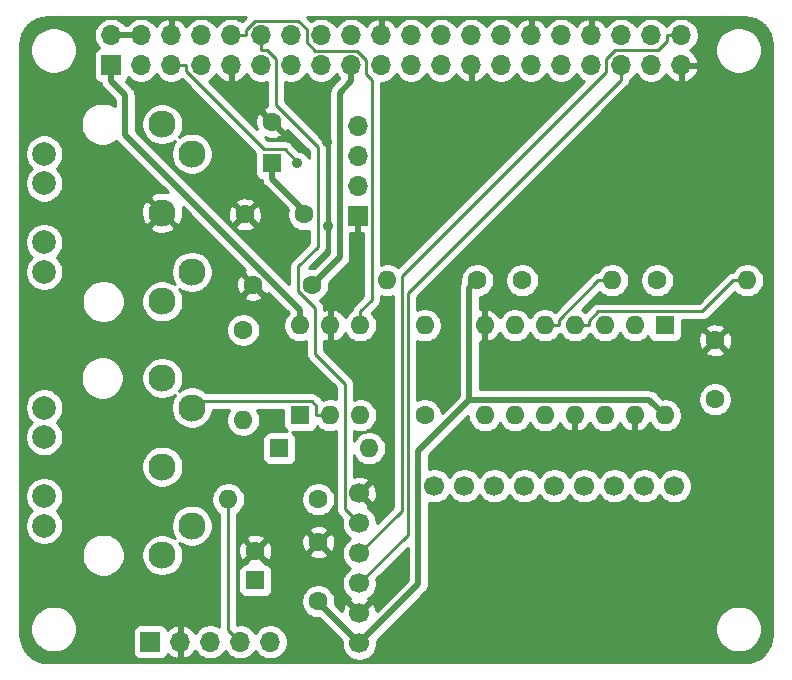
<source format=gbl>
G04 #@! TF.GenerationSoftware,KiCad,Pcbnew,5.1.7-a382d34a8~87~ubuntu18.04.1*
G04 #@! TF.CreationDate,2020-11-20T13:51:52+01:00*
G04 #@! TF.ProjectId,clumsyMIDI,636c756d-7379-44d4-9944-492e6b696361,rev?*
G04 #@! TF.SameCoordinates,Original*
G04 #@! TF.FileFunction,Copper,L2,Bot*
G04 #@! TF.FilePolarity,Positive*
%FSLAX46Y46*%
G04 Gerber Fmt 4.6, Leading zero omitted, Abs format (unit mm)*
G04 Created by KiCad (PCBNEW 5.1.7-a382d34a8~87~ubuntu18.04.1) date 2020-11-20 13:51:52*
%MOMM*%
%LPD*%
G01*
G04 APERTURE LIST*
G04 #@! TA.AperFunction,ComponentPad*
%ADD10O,1.700000X1.700000*%
G04 #@! TD*
G04 #@! TA.AperFunction,ComponentPad*
%ADD11R,1.700000X1.700000*%
G04 #@! TD*
G04 #@! TA.AperFunction,ComponentPad*
%ADD12C,1.700000*%
G04 #@! TD*
G04 #@! TA.AperFunction,ComponentPad*
%ADD13C,2.000000*%
G04 #@! TD*
G04 #@! TA.AperFunction,ComponentPad*
%ADD14C,2.300000*%
G04 #@! TD*
G04 #@! TA.AperFunction,ComponentPad*
%ADD15O,1.600000X1.600000*%
G04 #@! TD*
G04 #@! TA.AperFunction,ComponentPad*
%ADD16C,1.600000*%
G04 #@! TD*
G04 #@! TA.AperFunction,ComponentPad*
%ADD17R,1.600000X1.600000*%
G04 #@! TD*
G04 #@! TA.AperFunction,ViaPad*
%ADD18C,0.900000*%
G04 #@! TD*
G04 #@! TA.AperFunction,Conductor*
%ADD19C,0.500000*%
G04 #@! TD*
G04 #@! TA.AperFunction,Conductor*
%ADD20C,0.250000*%
G04 #@! TD*
G04 #@! TA.AperFunction,Conductor*
%ADD21C,0.254000*%
G04 #@! TD*
G04 #@! TA.AperFunction,Conductor*
%ADD22C,0.100000*%
G04 #@! TD*
G04 APERTURE END LIST*
D10*
X229236000Y-103899000D03*
X229236000Y-106439000D03*
X229236000Y-108979000D03*
D11*
X229236000Y-111519000D03*
D12*
X229383000Y-147714000D03*
X229383000Y-145174000D03*
X229383000Y-142634000D03*
X229383000Y-140094000D03*
X229383000Y-137554000D03*
X229383000Y-135014000D03*
X256053000Y-134379000D03*
X253513000Y-134379000D03*
X250973000Y-134379000D03*
X248433000Y-134379000D03*
X245893000Y-134379000D03*
X243353000Y-134379000D03*
X240813000Y-134379000D03*
X238273000Y-134379000D03*
X235733000Y-134379000D03*
D13*
X202700000Y-127750000D03*
X202700000Y-137750000D03*
X202700000Y-130250000D03*
D14*
X215200000Y-137750000D03*
X212700000Y-140250000D03*
X212700000Y-132750000D03*
X212700000Y-125250000D03*
D13*
X202700000Y-135250000D03*
D14*
X215200000Y-127750000D03*
D13*
X202700000Y-106258000D03*
X202700000Y-116258000D03*
X202700000Y-108758000D03*
D14*
X215200000Y-116258000D03*
X212700000Y-118758000D03*
X212700000Y-111258000D03*
X212700000Y-103758000D03*
D13*
X202700000Y-113758000D03*
D14*
X215200000Y-106258000D03*
D15*
X234925000Y-120790000D03*
D16*
X234925000Y-128410000D03*
X225908000Y-135522000D03*
D15*
X218288000Y-135522000D03*
X219558000Y-128791000D03*
D16*
X219558000Y-121171000D03*
D15*
X250800000Y-116980000D03*
D16*
X243180000Y-116980000D03*
D15*
X231750000Y-116980000D03*
D16*
X239370000Y-116980000D03*
D15*
X262230000Y-116980000D03*
D16*
X254610000Y-116980000D03*
X224700000Y-111400000D03*
X219700000Y-111400000D03*
D10*
X221844000Y-147587000D03*
X219304000Y-147587000D03*
X216764000Y-147587000D03*
X214224000Y-147587000D03*
D11*
X211684000Y-147587000D03*
D15*
X224384000Y-120790000D03*
X229464000Y-128410000D03*
X226924000Y-120790000D03*
X226924000Y-128410000D03*
X229464000Y-120790000D03*
D17*
X224384000Y-128410000D03*
D15*
X255245000Y-128410000D03*
X240005000Y-120790000D03*
X252705000Y-128410000D03*
X242545000Y-120790000D03*
X250165000Y-128410000D03*
X245085000Y-120790000D03*
X247625000Y-128410000D03*
X247625000Y-120790000D03*
X245085000Y-128410000D03*
X250165000Y-120790000D03*
X242545000Y-128410000D03*
X252705000Y-120790000D03*
X240005000Y-128410000D03*
D17*
X255245000Y-120790000D03*
D15*
X230226000Y-131204000D03*
D17*
X222606000Y-131204000D03*
D16*
X259500000Y-127060000D03*
X259500000Y-122060000D03*
D17*
X220574000Y-142380000D03*
D16*
X220574000Y-139880000D03*
X225908000Y-144158000D03*
X225908000Y-139158000D03*
X220400000Y-117361000D03*
X225400000Y-117361000D03*
X222000000Y-103574000D03*
D17*
X222000000Y-107074000D03*
D11*
X208370000Y-98770000D03*
D10*
X208370000Y-96230000D03*
X210910000Y-98770000D03*
X210910000Y-96230000D03*
X213450000Y-98770000D03*
X213450000Y-96230000D03*
X215990000Y-98770000D03*
X215990000Y-96230000D03*
X218530000Y-98770000D03*
X218530000Y-96230000D03*
X221070000Y-98770000D03*
X221070000Y-96230000D03*
X223610000Y-98770000D03*
X223610000Y-96230000D03*
X226150000Y-98770000D03*
X226150000Y-96230000D03*
X228690000Y-98770000D03*
X228690000Y-96230000D03*
X231230000Y-98770000D03*
X231230000Y-96230000D03*
X233770000Y-98770000D03*
X233770000Y-96230000D03*
X236310000Y-98770000D03*
X236310000Y-96230000D03*
X238850000Y-98770000D03*
X238850000Y-96230000D03*
X241390000Y-98770000D03*
X241390000Y-96230000D03*
X243930000Y-98770000D03*
X243930000Y-96230000D03*
X246470000Y-98770000D03*
X246470000Y-96230000D03*
X249010000Y-98770000D03*
X249010000Y-96230000D03*
X251550000Y-98770000D03*
X251550000Y-96230000D03*
X254090000Y-98770000D03*
X254090000Y-96230000D03*
X256630000Y-98770000D03*
X256630000Y-96230000D03*
D18*
X218420000Y-101210000D03*
X206350000Y-106820000D03*
X206350000Y-109360000D03*
X206350000Y-111900000D03*
X206350000Y-114440000D03*
X206350000Y-129680000D03*
X206350000Y-132220000D03*
X206350000Y-134760000D03*
X206350000Y-137300000D03*
X238100000Y-139840000D03*
X240640000Y-139840000D03*
X243180000Y-139840000D03*
X245720000Y-139840000D03*
X248260000Y-139840000D03*
X238100000Y-146190000D03*
X240640000Y-146190000D03*
X243180000Y-146190000D03*
X245720000Y-146190000D03*
X248260000Y-146190000D03*
X242926000Y-111900000D03*
X245720000Y-111900000D03*
X235433000Y-108852000D03*
X234290000Y-105550000D03*
X238100000Y-105550000D03*
X259690000Y-103264000D03*
X261976000Y-103264000D03*
X261976000Y-108598000D03*
X259690000Y-108598000D03*
X232004000Y-142380000D03*
X226670000Y-105296000D03*
X226733500Y-112408000D03*
X224130000Y-107074000D03*
D19*
X228690000Y-98770000D02*
X228690000Y-100120300D01*
X228690000Y-100120300D02*
X227735200Y-101075100D01*
X227735200Y-101075100D02*
X227735200Y-115025800D01*
X227735200Y-115025800D02*
X225400000Y-117361000D01*
X208370000Y-98770000D02*
X208370000Y-100120300D01*
X224384000Y-120790000D02*
X224384000Y-119489700D01*
X224384000Y-119489700D02*
X209559600Y-104665300D01*
X209559600Y-104665300D02*
X209559600Y-101309900D01*
X209559600Y-101309900D02*
X208370000Y-100120300D01*
X210910000Y-96230000D02*
X208370000Y-96230000D01*
X238692300Y-127097500D02*
X234375300Y-131414500D01*
X234375300Y-131414500D02*
X234375300Y-142721700D01*
X234375300Y-142721700D02*
X229383000Y-147714000D01*
X239370000Y-116980000D02*
X238692300Y-117657700D01*
X238692300Y-117657700D02*
X238692300Y-127097500D01*
X238692300Y-127097500D02*
X253932500Y-127097500D01*
X253932500Y-127097500D02*
X255245000Y-128410000D01*
X222000000Y-107074000D02*
X222000000Y-108374300D01*
X222000000Y-108374300D02*
X224700000Y-111074300D01*
X224700000Y-111074300D02*
X224700000Y-111400000D01*
X225908000Y-144239000D02*
X229383000Y-147714000D01*
X225908000Y-144158000D02*
X225908000Y-144239000D01*
D20*
X229464000Y-120790000D02*
X229464000Y-119614700D01*
X218530000Y-96230000D02*
X219755300Y-96230000D01*
X219755300Y-96230000D02*
X219755300Y-95770500D01*
X219755300Y-95770500D02*
X220541900Y-94983900D01*
X220541900Y-94983900D02*
X224177800Y-94983900D01*
X224177800Y-94983900D02*
X224924600Y-95730700D01*
X224924600Y-95730700D02*
X224924600Y-96836600D01*
X224924600Y-96836600D02*
X225632600Y-97544600D01*
X225632600Y-97544600D02*
X229200200Y-97544600D01*
X229200200Y-97544600D02*
X229960000Y-98304400D01*
X229960000Y-98304400D02*
X229960000Y-99494000D01*
X229960000Y-99494000D02*
X230461300Y-99995300D01*
X230461300Y-99995300D02*
X230461300Y-118617400D01*
X230461300Y-118617400D02*
X229464000Y-119614700D01*
X250800000Y-116980000D02*
X249624700Y-116980000D01*
X245085000Y-120790000D02*
X246260300Y-120790000D01*
X246260300Y-120790000D02*
X246260300Y-120344400D01*
X246260300Y-120344400D02*
X249624700Y-116980000D01*
X228157500Y-125716900D02*
X228157500Y-136328500D01*
X225654000Y-123213400D02*
X228157500Y-125716900D01*
X225654000Y-119351300D02*
X225654000Y-123213400D01*
X224217000Y-115785600D02*
X224217000Y-117914300D01*
X221070000Y-96230000D02*
X221070000Y-97455300D01*
X221070000Y-97455300D02*
X221529600Y-97455300D01*
X221529600Y-97455300D02*
X222295300Y-98221000D01*
X224217000Y-117914300D02*
X225654000Y-119351300D01*
X222295300Y-98221000D02*
X222295300Y-102142302D01*
X222295300Y-102142302D02*
X225875400Y-105722402D01*
X228157500Y-136328500D02*
X229383000Y-137554000D01*
X225875400Y-114127200D02*
X224217000Y-115785600D01*
X225875400Y-105722402D02*
X225875400Y-114127200D01*
X256630000Y-96230000D02*
X255404700Y-96230000D01*
X255404700Y-96230000D02*
X255404700Y-96689600D01*
X255404700Y-96689600D02*
X254639000Y-97455300D01*
X254639000Y-97455300D02*
X251049800Y-97455300D01*
X251049800Y-97455300D02*
X250280000Y-98225100D01*
X250280000Y-98225100D02*
X250280000Y-99319300D01*
X250280000Y-99319300D02*
X233006500Y-116592800D01*
X233006500Y-116592800D02*
X233006500Y-136470500D01*
X233006500Y-136470500D02*
X229383000Y-140094000D01*
X251550000Y-98770000D02*
X251550000Y-99995300D01*
X251550000Y-99995300D02*
X233506900Y-118038400D01*
X233506900Y-118038400D02*
X233506900Y-138510100D01*
X233506900Y-138510100D02*
X229383000Y-142634000D01*
X226924000Y-128410000D02*
X225748700Y-128410000D01*
X225748700Y-128410000D02*
X225748700Y-127602000D01*
X225748700Y-127602000D02*
X225367300Y-127220600D01*
X225367300Y-127220600D02*
X215729400Y-127220600D01*
X215729400Y-127220600D02*
X215200000Y-127750000D01*
X213450000Y-98770000D02*
X214675300Y-98770000D01*
X214675300Y-98770000D02*
X214675300Y-99229500D01*
X214675300Y-99229500D02*
X221295000Y-105849200D01*
X224130000Y-106928998D02*
X224130000Y-107074000D01*
X223050202Y-105849200D02*
X224130000Y-106928998D01*
X221295000Y-105849200D02*
X223050202Y-105849200D01*
X218288000Y-146571000D02*
X219304000Y-147587000D01*
X218288000Y-135522000D02*
X218288000Y-146571000D01*
X262230000Y-116980000D02*
X261054700Y-116980000D01*
X247625000Y-120790000D02*
X248800300Y-120790000D01*
X248800300Y-120790000D02*
X248800300Y-120422600D01*
X248800300Y-120422600D02*
X249608200Y-119614700D01*
X249608200Y-119614700D02*
X258420000Y-119614700D01*
X258420000Y-119614700D02*
X261054700Y-116980000D01*
D21*
X219415392Y-95035606D02*
X219233411Y-94914010D01*
X218963158Y-94802068D01*
X218676260Y-94745000D01*
X218383740Y-94745000D01*
X218096842Y-94802068D01*
X217826589Y-94914010D01*
X217583368Y-95076525D01*
X217376525Y-95283368D01*
X217260000Y-95457760D01*
X217143475Y-95283368D01*
X216936632Y-95076525D01*
X216693411Y-94914010D01*
X216423158Y-94802068D01*
X216136260Y-94745000D01*
X215843740Y-94745000D01*
X215556842Y-94802068D01*
X215286589Y-94914010D01*
X215043368Y-95076525D01*
X214836525Y-95283368D01*
X214714805Y-95465534D01*
X214645178Y-95348645D01*
X214450269Y-95132412D01*
X214216920Y-94958359D01*
X213954099Y-94833175D01*
X213806890Y-94788524D01*
X213577000Y-94909845D01*
X213577000Y-96103000D01*
X213597000Y-96103000D01*
X213597000Y-96357000D01*
X213577000Y-96357000D01*
X213577000Y-96377000D01*
X213323000Y-96377000D01*
X213323000Y-96357000D01*
X213303000Y-96357000D01*
X213303000Y-96103000D01*
X213323000Y-96103000D01*
X213323000Y-94909845D01*
X213093110Y-94788524D01*
X212945901Y-94833175D01*
X212683080Y-94958359D01*
X212449731Y-95132412D01*
X212254822Y-95348645D01*
X212185195Y-95465534D01*
X212063475Y-95283368D01*
X211856632Y-95076525D01*
X211613411Y-94914010D01*
X211343158Y-94802068D01*
X211056260Y-94745000D01*
X210763740Y-94745000D01*
X210476842Y-94802068D01*
X210206589Y-94914010D01*
X209963368Y-95076525D01*
X209756525Y-95283368D01*
X209715344Y-95345000D01*
X209564656Y-95345000D01*
X209523475Y-95283368D01*
X209316632Y-95076525D01*
X209073411Y-94914010D01*
X208803158Y-94802068D01*
X208516260Y-94745000D01*
X208223740Y-94745000D01*
X207936842Y-94802068D01*
X207666589Y-94914010D01*
X207423368Y-95076525D01*
X207216525Y-95283368D01*
X207054010Y-95526589D01*
X206942068Y-95796842D01*
X206885000Y-96083740D01*
X206885000Y-96376260D01*
X206942068Y-96663158D01*
X207054010Y-96933411D01*
X207216525Y-97176632D01*
X207348380Y-97308487D01*
X207275820Y-97330498D01*
X207165506Y-97389463D01*
X207068815Y-97468815D01*
X206989463Y-97565506D01*
X206930498Y-97675820D01*
X206894188Y-97795518D01*
X206881928Y-97920000D01*
X206881928Y-99620000D01*
X206894188Y-99744482D01*
X206930498Y-99864180D01*
X206989463Y-99974494D01*
X207068815Y-100071185D01*
X207165506Y-100150537D01*
X207275820Y-100209502D01*
X207395518Y-100245812D01*
X207494036Y-100255515D01*
X207497805Y-100293790D01*
X207548412Y-100460613D01*
X207630590Y-100614359D01*
X207713468Y-100715346D01*
X207713469Y-100715347D01*
X207741184Y-100749117D01*
X207774951Y-100776829D01*
X208674601Y-101676480D01*
X208674601Y-102255726D01*
X208489199Y-102131844D01*
X208155250Y-101993518D01*
X207800732Y-101923000D01*
X207439268Y-101923000D01*
X207084750Y-101993518D01*
X206750801Y-102131844D01*
X206450256Y-102332662D01*
X206194662Y-102588256D01*
X205993844Y-102888801D01*
X205855518Y-103222750D01*
X205785000Y-103577268D01*
X205785000Y-103938732D01*
X205855518Y-104293250D01*
X205993844Y-104627199D01*
X206194662Y-104927744D01*
X206450256Y-105183338D01*
X206750801Y-105384156D01*
X207084750Y-105522482D01*
X207439268Y-105593000D01*
X207800732Y-105593000D01*
X208155250Y-105522482D01*
X208489199Y-105384156D01*
X208789744Y-105183338D01*
X208817937Y-105155145D01*
X208820189Y-105159358D01*
X208930783Y-105294117D01*
X208964556Y-105321834D01*
X213181902Y-109539180D01*
X212994174Y-109488651D01*
X212643339Y-109465259D01*
X212294681Y-109510760D01*
X211961600Y-109623406D01*
X211751118Y-109735910D01*
X211637256Y-110015651D01*
X212700000Y-111078395D01*
X212714143Y-111064253D01*
X212893748Y-111243858D01*
X212879605Y-111258000D01*
X213942349Y-112320744D01*
X214222090Y-112206882D01*
X214377961Y-111891704D01*
X214469349Y-111552174D01*
X214492741Y-111201339D01*
X214447240Y-110852681D01*
X214422628Y-110779906D01*
X219729235Y-116086513D01*
X219658486Y-116124329D01*
X219586903Y-116368298D01*
X220400000Y-117181395D01*
X220414143Y-117167253D01*
X220593748Y-117346858D01*
X220579605Y-117361000D01*
X221392702Y-118174097D01*
X221636671Y-118102514D01*
X221671541Y-118028820D01*
X223393663Y-119750941D01*
X223269363Y-119875241D01*
X223112320Y-120110273D01*
X223004147Y-120371426D01*
X222949000Y-120648665D01*
X222949000Y-120931335D01*
X223004147Y-121208574D01*
X223112320Y-121469727D01*
X223269363Y-121704759D01*
X223469241Y-121904637D01*
X223704273Y-122061680D01*
X223965426Y-122169853D01*
X224242665Y-122225000D01*
X224525335Y-122225000D01*
X224802574Y-122169853D01*
X224894001Y-122131983D01*
X224894001Y-123176068D01*
X224890324Y-123213400D01*
X224904998Y-123362385D01*
X224948454Y-123505646D01*
X225019026Y-123637676D01*
X225090201Y-123724402D01*
X225114000Y-123753401D01*
X225142998Y-123777199D01*
X227397500Y-126031702D01*
X227397500Y-127052898D01*
X227342574Y-127030147D01*
X227065335Y-126975000D01*
X226782665Y-126975000D01*
X226505426Y-127030147D01*
X226324175Y-127105224D01*
X226288701Y-127061999D01*
X226259697Y-127038196D01*
X225931104Y-126709603D01*
X225907301Y-126680599D01*
X225791576Y-126585626D01*
X225659547Y-126515054D01*
X225516286Y-126471597D01*
X225404633Y-126460600D01*
X225404622Y-126460600D01*
X225367300Y-126456924D01*
X225329978Y-126460600D01*
X216434971Y-126460600D01*
X216337871Y-126363500D01*
X216045515Y-126168153D01*
X215720665Y-126033596D01*
X215375807Y-125965000D01*
X215024193Y-125965000D01*
X214679335Y-126033596D01*
X214354485Y-126168153D01*
X214135576Y-126314424D01*
X214281847Y-126095515D01*
X214416404Y-125770665D01*
X214485000Y-125425807D01*
X214485000Y-125074193D01*
X214416404Y-124729335D01*
X214281847Y-124404485D01*
X214086500Y-124112129D01*
X213837871Y-123863500D01*
X213545515Y-123668153D01*
X213220665Y-123533596D01*
X212875807Y-123465000D01*
X212524193Y-123465000D01*
X212179335Y-123533596D01*
X211854485Y-123668153D01*
X211562129Y-123863500D01*
X211313500Y-124112129D01*
X211118153Y-124404485D01*
X210983596Y-124729335D01*
X210915000Y-125074193D01*
X210915000Y-125425807D01*
X210983596Y-125770665D01*
X211118153Y-126095515D01*
X211313500Y-126387871D01*
X211562129Y-126636500D01*
X211854485Y-126831847D01*
X212179335Y-126966404D01*
X212524193Y-127035000D01*
X212875807Y-127035000D01*
X213220665Y-126966404D01*
X213545515Y-126831847D01*
X213764424Y-126685576D01*
X213618153Y-126904485D01*
X213483596Y-127229335D01*
X213415000Y-127574193D01*
X213415000Y-127925807D01*
X213483596Y-128270665D01*
X213618153Y-128595515D01*
X213813500Y-128887871D01*
X214062129Y-129136500D01*
X214354485Y-129331847D01*
X214679335Y-129466404D01*
X215024193Y-129535000D01*
X215375807Y-129535000D01*
X215720665Y-129466404D01*
X216045515Y-129331847D01*
X216337871Y-129136500D01*
X216586500Y-128887871D01*
X216781847Y-128595515D01*
X216916404Y-128270665D01*
X216974101Y-127980600D01*
X218373633Y-127980600D01*
X218286320Y-128111273D01*
X218178147Y-128372426D01*
X218123000Y-128649665D01*
X218123000Y-128932335D01*
X218178147Y-129209574D01*
X218286320Y-129470727D01*
X218443363Y-129705759D01*
X218643241Y-129905637D01*
X218878273Y-130062680D01*
X219139426Y-130170853D01*
X219416665Y-130226000D01*
X219699335Y-130226000D01*
X219976574Y-130170853D01*
X220237727Y-130062680D01*
X220472759Y-129905637D01*
X220672637Y-129705759D01*
X220829680Y-129470727D01*
X220937853Y-129209574D01*
X220993000Y-128932335D01*
X220993000Y-128649665D01*
X220937853Y-128372426D01*
X220829680Y-128111273D01*
X220742367Y-127980600D01*
X222945928Y-127980600D01*
X222945928Y-129210000D01*
X222958188Y-129334482D01*
X222994498Y-129454180D01*
X223053463Y-129564494D01*
X223132815Y-129661185D01*
X223229506Y-129740537D01*
X223277008Y-129765928D01*
X221806000Y-129765928D01*
X221681518Y-129778188D01*
X221561820Y-129814498D01*
X221451506Y-129873463D01*
X221354815Y-129952815D01*
X221275463Y-130049506D01*
X221216498Y-130159820D01*
X221180188Y-130279518D01*
X221167928Y-130404000D01*
X221167928Y-132004000D01*
X221180188Y-132128482D01*
X221216498Y-132248180D01*
X221275463Y-132358494D01*
X221354815Y-132455185D01*
X221451506Y-132534537D01*
X221561820Y-132593502D01*
X221681518Y-132629812D01*
X221806000Y-132642072D01*
X223406000Y-132642072D01*
X223530482Y-132629812D01*
X223650180Y-132593502D01*
X223760494Y-132534537D01*
X223857185Y-132455185D01*
X223936537Y-132358494D01*
X223995502Y-132248180D01*
X224031812Y-132128482D01*
X224044072Y-132004000D01*
X224044072Y-130404000D01*
X224031812Y-130279518D01*
X223995502Y-130159820D01*
X223936537Y-130049506D01*
X223857185Y-129952815D01*
X223760494Y-129873463D01*
X223712992Y-129848072D01*
X225184000Y-129848072D01*
X225308482Y-129835812D01*
X225428180Y-129799502D01*
X225538494Y-129740537D01*
X225635185Y-129661185D01*
X225714537Y-129564494D01*
X225773502Y-129454180D01*
X225809812Y-129334482D01*
X225810643Y-129326039D01*
X226009241Y-129524637D01*
X226244273Y-129681680D01*
X226505426Y-129789853D01*
X226782665Y-129845000D01*
X227065335Y-129845000D01*
X227342574Y-129789853D01*
X227397500Y-129767102D01*
X227397501Y-136291168D01*
X227393824Y-136328500D01*
X227408498Y-136477485D01*
X227451954Y-136620746D01*
X227522526Y-136752776D01*
X227593701Y-136839502D01*
X227617500Y-136868501D01*
X227646498Y-136892299D01*
X227941791Y-137187592D01*
X227898000Y-137407740D01*
X227898000Y-137700260D01*
X227955068Y-137987158D01*
X228067010Y-138257411D01*
X228229525Y-138500632D01*
X228436368Y-138707475D01*
X228610760Y-138824000D01*
X228436368Y-138940525D01*
X228229525Y-139147368D01*
X228067010Y-139390589D01*
X227955068Y-139660842D01*
X227898000Y-139947740D01*
X227898000Y-140240260D01*
X227955068Y-140527158D01*
X228067010Y-140797411D01*
X228229525Y-141040632D01*
X228436368Y-141247475D01*
X228610760Y-141364000D01*
X228436368Y-141480525D01*
X228229525Y-141687368D01*
X228067010Y-141930589D01*
X227955068Y-142200842D01*
X227898000Y-142487740D01*
X227898000Y-142780260D01*
X227955068Y-143067158D01*
X228067010Y-143337411D01*
X228229525Y-143580632D01*
X228436368Y-143787475D01*
X228609729Y-143903311D01*
X228534208Y-144145603D01*
X229383000Y-144994395D01*
X230231792Y-144145603D01*
X230156271Y-143903311D01*
X230329632Y-143787475D01*
X230536475Y-143580632D01*
X230698990Y-143337411D01*
X230810932Y-143067158D01*
X230868000Y-142780260D01*
X230868000Y-142487740D01*
X230824209Y-142267592D01*
X233490301Y-139601501D01*
X233490301Y-142355120D01*
X230856672Y-144988750D01*
X230831599Y-144815981D01*
X230733919Y-144540253D01*
X230660472Y-144402843D01*
X230411397Y-144325208D01*
X229562605Y-145174000D01*
X229576748Y-145188143D01*
X229397143Y-145367748D01*
X229383000Y-145353605D01*
X229368858Y-145367748D01*
X229189253Y-145188143D01*
X229203395Y-145174000D01*
X228354603Y-144325208D01*
X228105528Y-144402843D01*
X227979629Y-144666883D01*
X227907661Y-144950411D01*
X227905839Y-144985261D01*
X227322578Y-144402000D01*
X227343000Y-144299335D01*
X227343000Y-144016665D01*
X227287853Y-143739426D01*
X227179680Y-143478273D01*
X227022637Y-143243241D01*
X226822759Y-143043363D01*
X226587727Y-142886320D01*
X226326574Y-142778147D01*
X226049335Y-142723000D01*
X225766665Y-142723000D01*
X225489426Y-142778147D01*
X225228273Y-142886320D01*
X224993241Y-143043363D01*
X224793363Y-143243241D01*
X224636320Y-143478273D01*
X224528147Y-143739426D01*
X224473000Y-144016665D01*
X224473000Y-144299335D01*
X224528147Y-144576574D01*
X224636320Y-144837727D01*
X224793363Y-145072759D01*
X224993241Y-145272637D01*
X225228273Y-145429680D01*
X225489426Y-145537853D01*
X225766665Y-145593000D01*
X226010422Y-145593000D01*
X227912461Y-147495040D01*
X227898000Y-147567740D01*
X227898000Y-147860260D01*
X227955068Y-148147158D01*
X228067010Y-148417411D01*
X228229525Y-148660632D01*
X228436368Y-148867475D01*
X228679589Y-149029990D01*
X228949842Y-149141932D01*
X229236740Y-149199000D01*
X229529260Y-149199000D01*
X229816158Y-149141932D01*
X230086411Y-149029990D01*
X230329632Y-148867475D01*
X230536475Y-148660632D01*
X230698990Y-148417411D01*
X230810932Y-148147158D01*
X230868000Y-147860260D01*
X230868000Y-147567740D01*
X230853539Y-147495039D01*
X232044083Y-146304495D01*
X259515000Y-146304495D01*
X259515000Y-146695505D01*
X259591282Y-147079003D01*
X259740915Y-147440250D01*
X259958149Y-147765364D01*
X260234636Y-148041851D01*
X260559750Y-148259085D01*
X260920997Y-148408718D01*
X261304495Y-148485000D01*
X261695505Y-148485000D01*
X262079003Y-148408718D01*
X262440250Y-148259085D01*
X262765364Y-148041851D01*
X263041851Y-147765364D01*
X263259085Y-147440250D01*
X263408718Y-147079003D01*
X263485000Y-146695505D01*
X263485000Y-146304495D01*
X263408718Y-145920997D01*
X263259085Y-145559750D01*
X263041851Y-145234636D01*
X262765364Y-144958149D01*
X262440250Y-144740915D01*
X262079003Y-144591282D01*
X261695505Y-144515000D01*
X261304495Y-144515000D01*
X260920997Y-144591282D01*
X260559750Y-144740915D01*
X260234636Y-144958149D01*
X259958149Y-145234636D01*
X259740915Y-145559750D01*
X259591282Y-145920997D01*
X259515000Y-146304495D01*
X232044083Y-146304495D01*
X234970349Y-143378230D01*
X235004117Y-143350517D01*
X235041898Y-143304482D01*
X235114710Y-143215760D01*
X235114711Y-143215759D01*
X235196889Y-143062013D01*
X235247495Y-142895190D01*
X235260300Y-142765177D01*
X235260300Y-142765167D01*
X235264581Y-142721701D01*
X235260300Y-142678235D01*
X235260300Y-135790553D01*
X235299842Y-135806932D01*
X235586740Y-135864000D01*
X235879260Y-135864000D01*
X236166158Y-135806932D01*
X236436411Y-135694990D01*
X236679632Y-135532475D01*
X236886475Y-135325632D01*
X237003000Y-135151240D01*
X237119525Y-135325632D01*
X237326368Y-135532475D01*
X237569589Y-135694990D01*
X237839842Y-135806932D01*
X238126740Y-135864000D01*
X238419260Y-135864000D01*
X238706158Y-135806932D01*
X238976411Y-135694990D01*
X239219632Y-135532475D01*
X239426475Y-135325632D01*
X239543000Y-135151240D01*
X239659525Y-135325632D01*
X239866368Y-135532475D01*
X240109589Y-135694990D01*
X240379842Y-135806932D01*
X240666740Y-135864000D01*
X240959260Y-135864000D01*
X241246158Y-135806932D01*
X241516411Y-135694990D01*
X241759632Y-135532475D01*
X241966475Y-135325632D01*
X242083000Y-135151240D01*
X242199525Y-135325632D01*
X242406368Y-135532475D01*
X242649589Y-135694990D01*
X242919842Y-135806932D01*
X243206740Y-135864000D01*
X243499260Y-135864000D01*
X243786158Y-135806932D01*
X244056411Y-135694990D01*
X244299632Y-135532475D01*
X244506475Y-135325632D01*
X244623000Y-135151240D01*
X244739525Y-135325632D01*
X244946368Y-135532475D01*
X245189589Y-135694990D01*
X245459842Y-135806932D01*
X245746740Y-135864000D01*
X246039260Y-135864000D01*
X246326158Y-135806932D01*
X246596411Y-135694990D01*
X246839632Y-135532475D01*
X247046475Y-135325632D01*
X247163000Y-135151240D01*
X247279525Y-135325632D01*
X247486368Y-135532475D01*
X247729589Y-135694990D01*
X247999842Y-135806932D01*
X248286740Y-135864000D01*
X248579260Y-135864000D01*
X248866158Y-135806932D01*
X249136411Y-135694990D01*
X249379632Y-135532475D01*
X249586475Y-135325632D01*
X249703000Y-135151240D01*
X249819525Y-135325632D01*
X250026368Y-135532475D01*
X250269589Y-135694990D01*
X250539842Y-135806932D01*
X250826740Y-135864000D01*
X251119260Y-135864000D01*
X251406158Y-135806932D01*
X251676411Y-135694990D01*
X251919632Y-135532475D01*
X252126475Y-135325632D01*
X252243000Y-135151240D01*
X252359525Y-135325632D01*
X252566368Y-135532475D01*
X252809589Y-135694990D01*
X253079842Y-135806932D01*
X253366740Y-135864000D01*
X253659260Y-135864000D01*
X253946158Y-135806932D01*
X254216411Y-135694990D01*
X254459632Y-135532475D01*
X254666475Y-135325632D01*
X254783000Y-135151240D01*
X254899525Y-135325632D01*
X255106368Y-135532475D01*
X255349589Y-135694990D01*
X255619842Y-135806932D01*
X255906740Y-135864000D01*
X256199260Y-135864000D01*
X256486158Y-135806932D01*
X256756411Y-135694990D01*
X256999632Y-135532475D01*
X257206475Y-135325632D01*
X257368990Y-135082411D01*
X257480932Y-134812158D01*
X257538000Y-134525260D01*
X257538000Y-134232740D01*
X257480932Y-133945842D01*
X257368990Y-133675589D01*
X257206475Y-133432368D01*
X256999632Y-133225525D01*
X256756411Y-133063010D01*
X256486158Y-132951068D01*
X256199260Y-132894000D01*
X255906740Y-132894000D01*
X255619842Y-132951068D01*
X255349589Y-133063010D01*
X255106368Y-133225525D01*
X254899525Y-133432368D01*
X254783000Y-133606760D01*
X254666475Y-133432368D01*
X254459632Y-133225525D01*
X254216411Y-133063010D01*
X253946158Y-132951068D01*
X253659260Y-132894000D01*
X253366740Y-132894000D01*
X253079842Y-132951068D01*
X252809589Y-133063010D01*
X252566368Y-133225525D01*
X252359525Y-133432368D01*
X252243000Y-133606760D01*
X252126475Y-133432368D01*
X251919632Y-133225525D01*
X251676411Y-133063010D01*
X251406158Y-132951068D01*
X251119260Y-132894000D01*
X250826740Y-132894000D01*
X250539842Y-132951068D01*
X250269589Y-133063010D01*
X250026368Y-133225525D01*
X249819525Y-133432368D01*
X249703000Y-133606760D01*
X249586475Y-133432368D01*
X249379632Y-133225525D01*
X249136411Y-133063010D01*
X248866158Y-132951068D01*
X248579260Y-132894000D01*
X248286740Y-132894000D01*
X247999842Y-132951068D01*
X247729589Y-133063010D01*
X247486368Y-133225525D01*
X247279525Y-133432368D01*
X247163000Y-133606760D01*
X247046475Y-133432368D01*
X246839632Y-133225525D01*
X246596411Y-133063010D01*
X246326158Y-132951068D01*
X246039260Y-132894000D01*
X245746740Y-132894000D01*
X245459842Y-132951068D01*
X245189589Y-133063010D01*
X244946368Y-133225525D01*
X244739525Y-133432368D01*
X244623000Y-133606760D01*
X244506475Y-133432368D01*
X244299632Y-133225525D01*
X244056411Y-133063010D01*
X243786158Y-132951068D01*
X243499260Y-132894000D01*
X243206740Y-132894000D01*
X242919842Y-132951068D01*
X242649589Y-133063010D01*
X242406368Y-133225525D01*
X242199525Y-133432368D01*
X242083000Y-133606760D01*
X241966475Y-133432368D01*
X241759632Y-133225525D01*
X241516411Y-133063010D01*
X241246158Y-132951068D01*
X240959260Y-132894000D01*
X240666740Y-132894000D01*
X240379842Y-132951068D01*
X240109589Y-133063010D01*
X239866368Y-133225525D01*
X239659525Y-133432368D01*
X239543000Y-133606760D01*
X239426475Y-133432368D01*
X239219632Y-133225525D01*
X238976411Y-133063010D01*
X238706158Y-132951068D01*
X238419260Y-132894000D01*
X238126740Y-132894000D01*
X237839842Y-132951068D01*
X237569589Y-133063010D01*
X237326368Y-133225525D01*
X237119525Y-133432368D01*
X237003000Y-133606760D01*
X236886475Y-133432368D01*
X236679632Y-133225525D01*
X236436411Y-133063010D01*
X236166158Y-132951068D01*
X235879260Y-132894000D01*
X235586740Y-132894000D01*
X235299842Y-132951068D01*
X235260300Y-132967447D01*
X235260300Y-131781078D01*
X238570000Y-128471379D01*
X238570000Y-128551335D01*
X238625147Y-128828574D01*
X238733320Y-129089727D01*
X238890363Y-129324759D01*
X239090241Y-129524637D01*
X239325273Y-129681680D01*
X239586426Y-129789853D01*
X239863665Y-129845000D01*
X240146335Y-129845000D01*
X240423574Y-129789853D01*
X240684727Y-129681680D01*
X240919759Y-129524637D01*
X241119637Y-129324759D01*
X241275000Y-129092241D01*
X241430363Y-129324759D01*
X241630241Y-129524637D01*
X241865273Y-129681680D01*
X242126426Y-129789853D01*
X242403665Y-129845000D01*
X242686335Y-129845000D01*
X242963574Y-129789853D01*
X243224727Y-129681680D01*
X243459759Y-129524637D01*
X243659637Y-129324759D01*
X243815000Y-129092241D01*
X243970363Y-129324759D01*
X244170241Y-129524637D01*
X244405273Y-129681680D01*
X244666426Y-129789853D01*
X244943665Y-129845000D01*
X245226335Y-129845000D01*
X245503574Y-129789853D01*
X245764727Y-129681680D01*
X245999759Y-129524637D01*
X246199637Y-129324759D01*
X246356680Y-129089727D01*
X246361067Y-129079135D01*
X246472615Y-129265131D01*
X246661586Y-129473519D01*
X246887580Y-129641037D01*
X247141913Y-129761246D01*
X247275961Y-129801904D01*
X247498000Y-129679915D01*
X247498000Y-128537000D01*
X247478000Y-128537000D01*
X247478000Y-128283000D01*
X247498000Y-128283000D01*
X247498000Y-128263000D01*
X247752000Y-128263000D01*
X247752000Y-128283000D01*
X247772000Y-128283000D01*
X247772000Y-128537000D01*
X247752000Y-128537000D01*
X247752000Y-129679915D01*
X247974039Y-129801904D01*
X248108087Y-129761246D01*
X248362420Y-129641037D01*
X248588414Y-129473519D01*
X248777385Y-129265131D01*
X248888933Y-129079135D01*
X248893320Y-129089727D01*
X249050363Y-129324759D01*
X249250241Y-129524637D01*
X249485273Y-129681680D01*
X249746426Y-129789853D01*
X250023665Y-129845000D01*
X250306335Y-129845000D01*
X250583574Y-129789853D01*
X250844727Y-129681680D01*
X251079759Y-129524637D01*
X251279637Y-129324759D01*
X251436680Y-129089727D01*
X251441067Y-129079135D01*
X251552615Y-129265131D01*
X251741586Y-129473519D01*
X251967580Y-129641037D01*
X252221913Y-129761246D01*
X252355961Y-129801904D01*
X252578000Y-129679915D01*
X252578000Y-128537000D01*
X252558000Y-128537000D01*
X252558000Y-128283000D01*
X252578000Y-128283000D01*
X252578000Y-128263000D01*
X252832000Y-128263000D01*
X252832000Y-128283000D01*
X252852000Y-128283000D01*
X252852000Y-128537000D01*
X252832000Y-128537000D01*
X252832000Y-129679915D01*
X253054039Y-129801904D01*
X253188087Y-129761246D01*
X253442420Y-129641037D01*
X253668414Y-129473519D01*
X253857385Y-129265131D01*
X253968933Y-129079135D01*
X253973320Y-129089727D01*
X254130363Y-129324759D01*
X254330241Y-129524637D01*
X254565273Y-129681680D01*
X254826426Y-129789853D01*
X255103665Y-129845000D01*
X255386335Y-129845000D01*
X255663574Y-129789853D01*
X255924727Y-129681680D01*
X256159759Y-129524637D01*
X256359637Y-129324759D01*
X256516680Y-129089727D01*
X256624853Y-128828574D01*
X256680000Y-128551335D01*
X256680000Y-128268665D01*
X256624853Y-127991426D01*
X256516680Y-127730273D01*
X256359637Y-127495241D01*
X256159759Y-127295363D01*
X255924727Y-127138320D01*
X255663574Y-127030147D01*
X255386335Y-126975000D01*
X255103665Y-126975000D01*
X255068561Y-126981983D01*
X255005243Y-126918665D01*
X258065000Y-126918665D01*
X258065000Y-127201335D01*
X258120147Y-127478574D01*
X258228320Y-127739727D01*
X258385363Y-127974759D01*
X258585241Y-128174637D01*
X258820273Y-128331680D01*
X259081426Y-128439853D01*
X259358665Y-128495000D01*
X259641335Y-128495000D01*
X259918574Y-128439853D01*
X260179727Y-128331680D01*
X260414759Y-128174637D01*
X260614637Y-127974759D01*
X260771680Y-127739727D01*
X260879853Y-127478574D01*
X260935000Y-127201335D01*
X260935000Y-126918665D01*
X260879853Y-126641426D01*
X260771680Y-126380273D01*
X260614637Y-126145241D01*
X260414759Y-125945363D01*
X260179727Y-125788320D01*
X259918574Y-125680147D01*
X259641335Y-125625000D01*
X259358665Y-125625000D01*
X259081426Y-125680147D01*
X258820273Y-125788320D01*
X258585241Y-125945363D01*
X258385363Y-126145241D01*
X258228320Y-126380273D01*
X258120147Y-126641426D01*
X258065000Y-126918665D01*
X255005243Y-126918665D01*
X254589034Y-126502456D01*
X254561317Y-126468683D01*
X254426559Y-126358089D01*
X254272813Y-126275911D01*
X254105990Y-126225305D01*
X253975977Y-126212500D01*
X253975969Y-126212500D01*
X253932500Y-126208219D01*
X253889031Y-126212500D01*
X239577300Y-126212500D01*
X239577300Y-123052702D01*
X258686903Y-123052702D01*
X258758486Y-123296671D01*
X259013996Y-123417571D01*
X259288184Y-123486300D01*
X259570512Y-123500217D01*
X259850130Y-123458787D01*
X260116292Y-123363603D01*
X260241514Y-123296671D01*
X260313097Y-123052702D01*
X259500000Y-122239605D01*
X258686903Y-123052702D01*
X239577300Y-123052702D01*
X239577300Y-122158045D01*
X239655961Y-122181904D01*
X239878000Y-122059915D01*
X239878000Y-120917000D01*
X239858000Y-120917000D01*
X239858000Y-120663000D01*
X239878000Y-120663000D01*
X239878000Y-119520085D01*
X240132000Y-119520085D01*
X240132000Y-120663000D01*
X240152000Y-120663000D01*
X240152000Y-120917000D01*
X240132000Y-120917000D01*
X240132000Y-122059915D01*
X240354039Y-122181904D01*
X240488087Y-122141246D01*
X240742420Y-122021037D01*
X240968414Y-121853519D01*
X241157385Y-121645131D01*
X241268933Y-121459135D01*
X241273320Y-121469727D01*
X241430363Y-121704759D01*
X241630241Y-121904637D01*
X241865273Y-122061680D01*
X242126426Y-122169853D01*
X242403665Y-122225000D01*
X242686335Y-122225000D01*
X242963574Y-122169853D01*
X243224727Y-122061680D01*
X243459759Y-121904637D01*
X243659637Y-121704759D01*
X243815000Y-121472241D01*
X243970363Y-121704759D01*
X244170241Y-121904637D01*
X244405273Y-122061680D01*
X244666426Y-122169853D01*
X244943665Y-122225000D01*
X245226335Y-122225000D01*
X245503574Y-122169853D01*
X245764727Y-122061680D01*
X245999759Y-121904637D01*
X246199637Y-121704759D01*
X246303425Y-121549430D01*
X246400206Y-121539897D01*
X246510363Y-121704759D01*
X246710241Y-121904637D01*
X246945273Y-122061680D01*
X247206426Y-122169853D01*
X247483665Y-122225000D01*
X247766335Y-122225000D01*
X248043574Y-122169853D01*
X248304727Y-122061680D01*
X248539759Y-121904637D01*
X248739637Y-121704759D01*
X248843425Y-121549430D01*
X248940206Y-121539897D01*
X249050363Y-121704759D01*
X249250241Y-121904637D01*
X249485273Y-122061680D01*
X249746426Y-122169853D01*
X250023665Y-122225000D01*
X250306335Y-122225000D01*
X250583574Y-122169853D01*
X250844727Y-122061680D01*
X251079759Y-121904637D01*
X251279637Y-121704759D01*
X251435000Y-121472241D01*
X251590363Y-121704759D01*
X251790241Y-121904637D01*
X252025273Y-122061680D01*
X252286426Y-122169853D01*
X252563665Y-122225000D01*
X252846335Y-122225000D01*
X253123574Y-122169853D01*
X253384727Y-122061680D01*
X253619759Y-121904637D01*
X253818357Y-121706039D01*
X253819188Y-121714482D01*
X253855498Y-121834180D01*
X253914463Y-121944494D01*
X253993815Y-122041185D01*
X254090506Y-122120537D01*
X254200820Y-122179502D01*
X254320518Y-122215812D01*
X254445000Y-122228072D01*
X256045000Y-122228072D01*
X256169482Y-122215812D01*
X256289180Y-122179502D01*
X256380832Y-122130512D01*
X258059783Y-122130512D01*
X258101213Y-122410130D01*
X258196397Y-122676292D01*
X258263329Y-122801514D01*
X258507298Y-122873097D01*
X259320395Y-122060000D01*
X259679605Y-122060000D01*
X260492702Y-122873097D01*
X260736671Y-122801514D01*
X260857571Y-122546004D01*
X260926300Y-122271816D01*
X260940217Y-121989488D01*
X260898787Y-121709870D01*
X260803603Y-121443708D01*
X260736671Y-121318486D01*
X260492702Y-121246903D01*
X259679605Y-122060000D01*
X259320395Y-122060000D01*
X258507298Y-121246903D01*
X258263329Y-121318486D01*
X258142429Y-121573996D01*
X258073700Y-121848184D01*
X258059783Y-122130512D01*
X256380832Y-122130512D01*
X256399494Y-122120537D01*
X256496185Y-122041185D01*
X256575537Y-121944494D01*
X256634502Y-121834180D01*
X256670812Y-121714482D01*
X256683072Y-121590000D01*
X256683072Y-121067298D01*
X258686903Y-121067298D01*
X259500000Y-121880395D01*
X260313097Y-121067298D01*
X260241514Y-120823329D01*
X259986004Y-120702429D01*
X259711816Y-120633700D01*
X259429488Y-120619783D01*
X259149870Y-120661213D01*
X258883708Y-120756397D01*
X258758486Y-120823329D01*
X258686903Y-121067298D01*
X256683072Y-121067298D01*
X256683072Y-120374700D01*
X258382678Y-120374700D01*
X258420000Y-120378376D01*
X258457322Y-120374700D01*
X258457333Y-120374700D01*
X258568986Y-120363703D01*
X258712247Y-120320246D01*
X258844276Y-120249674D01*
X258960001Y-120154701D01*
X258983804Y-120125697D01*
X261165053Y-117944449D01*
X261315241Y-118094637D01*
X261550273Y-118251680D01*
X261811426Y-118359853D01*
X262088665Y-118415000D01*
X262371335Y-118415000D01*
X262648574Y-118359853D01*
X262909727Y-118251680D01*
X263144759Y-118094637D01*
X263344637Y-117894759D01*
X263501680Y-117659727D01*
X263609853Y-117398574D01*
X263665000Y-117121335D01*
X263665000Y-116838665D01*
X263609853Y-116561426D01*
X263501680Y-116300273D01*
X263344637Y-116065241D01*
X263144759Y-115865363D01*
X262909727Y-115708320D01*
X262648574Y-115600147D01*
X262371335Y-115545000D01*
X262088665Y-115545000D01*
X261811426Y-115600147D01*
X261550273Y-115708320D01*
X261315241Y-115865363D01*
X261115363Y-116065241D01*
X261011575Y-116220570D01*
X260905714Y-116230997D01*
X260762453Y-116274454D01*
X260630424Y-116345026D01*
X260622922Y-116351183D01*
X260543696Y-116416201D01*
X260543692Y-116416205D01*
X260514699Y-116439999D01*
X260490905Y-116468992D01*
X258105199Y-118854700D01*
X249645522Y-118854700D01*
X249608199Y-118851024D01*
X249570876Y-118854700D01*
X249570867Y-118854700D01*
X249459214Y-118865697D01*
X249315953Y-118909154D01*
X249183923Y-118979726D01*
X249108438Y-119041676D01*
X249068199Y-119074699D01*
X249044401Y-119103698D01*
X248499581Y-119648517D01*
X248304727Y-119518320D01*
X248203225Y-119476277D01*
X249735053Y-117944449D01*
X249885241Y-118094637D01*
X250120273Y-118251680D01*
X250381426Y-118359853D01*
X250658665Y-118415000D01*
X250941335Y-118415000D01*
X251218574Y-118359853D01*
X251479727Y-118251680D01*
X251714759Y-118094637D01*
X251914637Y-117894759D01*
X252071680Y-117659727D01*
X252179853Y-117398574D01*
X252235000Y-117121335D01*
X252235000Y-116838665D01*
X253175000Y-116838665D01*
X253175000Y-117121335D01*
X253230147Y-117398574D01*
X253338320Y-117659727D01*
X253495363Y-117894759D01*
X253695241Y-118094637D01*
X253930273Y-118251680D01*
X254191426Y-118359853D01*
X254468665Y-118415000D01*
X254751335Y-118415000D01*
X255028574Y-118359853D01*
X255289727Y-118251680D01*
X255524759Y-118094637D01*
X255724637Y-117894759D01*
X255881680Y-117659727D01*
X255989853Y-117398574D01*
X256045000Y-117121335D01*
X256045000Y-116838665D01*
X255989853Y-116561426D01*
X255881680Y-116300273D01*
X255724637Y-116065241D01*
X255524759Y-115865363D01*
X255289727Y-115708320D01*
X255028574Y-115600147D01*
X254751335Y-115545000D01*
X254468665Y-115545000D01*
X254191426Y-115600147D01*
X253930273Y-115708320D01*
X253695241Y-115865363D01*
X253495363Y-116065241D01*
X253338320Y-116300273D01*
X253230147Y-116561426D01*
X253175000Y-116838665D01*
X252235000Y-116838665D01*
X252179853Y-116561426D01*
X252071680Y-116300273D01*
X251914637Y-116065241D01*
X251714759Y-115865363D01*
X251479727Y-115708320D01*
X251218574Y-115600147D01*
X250941335Y-115545000D01*
X250658665Y-115545000D01*
X250381426Y-115600147D01*
X250120273Y-115708320D01*
X249885241Y-115865363D01*
X249685363Y-116065241D01*
X249581575Y-116220570D01*
X249475714Y-116230997D01*
X249332453Y-116274454D01*
X249200423Y-116345026D01*
X249116783Y-116413668D01*
X249084699Y-116439999D01*
X249060901Y-116468997D01*
X245912704Y-119617195D01*
X245764727Y-119518320D01*
X245503574Y-119410147D01*
X245226335Y-119355000D01*
X244943665Y-119355000D01*
X244666426Y-119410147D01*
X244405273Y-119518320D01*
X244170241Y-119675363D01*
X243970363Y-119875241D01*
X243815000Y-120107759D01*
X243659637Y-119875241D01*
X243459759Y-119675363D01*
X243224727Y-119518320D01*
X242963574Y-119410147D01*
X242686335Y-119355000D01*
X242403665Y-119355000D01*
X242126426Y-119410147D01*
X241865273Y-119518320D01*
X241630241Y-119675363D01*
X241430363Y-119875241D01*
X241273320Y-120110273D01*
X241268933Y-120120865D01*
X241157385Y-119934869D01*
X240968414Y-119726481D01*
X240742420Y-119558963D01*
X240488087Y-119438754D01*
X240354039Y-119398096D01*
X240132000Y-119520085D01*
X239878000Y-119520085D01*
X239655961Y-119398096D01*
X239577300Y-119421955D01*
X239577300Y-118401879D01*
X239788574Y-118359853D01*
X240049727Y-118251680D01*
X240284759Y-118094637D01*
X240484637Y-117894759D01*
X240641680Y-117659727D01*
X240749853Y-117398574D01*
X240805000Y-117121335D01*
X240805000Y-116838665D01*
X241745000Y-116838665D01*
X241745000Y-117121335D01*
X241800147Y-117398574D01*
X241908320Y-117659727D01*
X242065363Y-117894759D01*
X242265241Y-118094637D01*
X242500273Y-118251680D01*
X242761426Y-118359853D01*
X243038665Y-118415000D01*
X243321335Y-118415000D01*
X243598574Y-118359853D01*
X243859727Y-118251680D01*
X244094759Y-118094637D01*
X244294637Y-117894759D01*
X244451680Y-117659727D01*
X244559853Y-117398574D01*
X244615000Y-117121335D01*
X244615000Y-116838665D01*
X244559853Y-116561426D01*
X244451680Y-116300273D01*
X244294637Y-116065241D01*
X244094759Y-115865363D01*
X243859727Y-115708320D01*
X243598574Y-115600147D01*
X243321335Y-115545000D01*
X243038665Y-115545000D01*
X242761426Y-115600147D01*
X242500273Y-115708320D01*
X242265241Y-115865363D01*
X242065363Y-116065241D01*
X241908320Y-116300273D01*
X241800147Y-116561426D01*
X241745000Y-116838665D01*
X240805000Y-116838665D01*
X240749853Y-116561426D01*
X240641680Y-116300273D01*
X240484637Y-116065241D01*
X240284759Y-115865363D01*
X240049727Y-115708320D01*
X239788574Y-115600147D01*
X239511335Y-115545000D01*
X239228665Y-115545000D01*
X238951426Y-115600147D01*
X238690273Y-115708320D01*
X238455241Y-115865363D01*
X238255363Y-116065241D01*
X238098320Y-116300273D01*
X237990147Y-116561426D01*
X237935000Y-116838665D01*
X237935000Y-117121335D01*
X237945985Y-117176559D01*
X237870711Y-117317388D01*
X237844353Y-117404277D01*
X237823185Y-117474059D01*
X237820105Y-117484211D01*
X237807300Y-117614224D01*
X237807300Y-117614231D01*
X237803019Y-117657700D01*
X237807300Y-117701169D01*
X237807301Y-126730920D01*
X236344994Y-128193227D01*
X236304853Y-127991426D01*
X236196680Y-127730273D01*
X236039637Y-127495241D01*
X235839759Y-127295363D01*
X235604727Y-127138320D01*
X235343574Y-127030147D01*
X235066335Y-126975000D01*
X234783665Y-126975000D01*
X234506426Y-127030147D01*
X234266900Y-127129362D01*
X234266900Y-122070638D01*
X234506426Y-122169853D01*
X234783665Y-122225000D01*
X235066335Y-122225000D01*
X235343574Y-122169853D01*
X235604727Y-122061680D01*
X235839759Y-121904637D01*
X236039637Y-121704759D01*
X236196680Y-121469727D01*
X236304853Y-121208574D01*
X236360000Y-120931335D01*
X236360000Y-120648665D01*
X236304853Y-120371426D01*
X236196680Y-120110273D01*
X236039637Y-119875241D01*
X235839759Y-119675363D01*
X235604727Y-119518320D01*
X235343574Y-119410147D01*
X235066335Y-119355000D01*
X234783665Y-119355000D01*
X234506426Y-119410147D01*
X234266900Y-119509362D01*
X234266900Y-118353201D01*
X252061003Y-100559099D01*
X252090001Y-100535301D01*
X252184974Y-100419576D01*
X252255546Y-100287547D01*
X252299003Y-100144286D01*
X252308361Y-100049274D01*
X252496632Y-99923475D01*
X252703475Y-99716632D01*
X252820000Y-99542240D01*
X252936525Y-99716632D01*
X253143368Y-99923475D01*
X253386589Y-100085990D01*
X253656842Y-100197932D01*
X253943740Y-100255000D01*
X254236260Y-100255000D01*
X254523158Y-100197932D01*
X254793411Y-100085990D01*
X255036632Y-99923475D01*
X255243475Y-99716632D01*
X255365195Y-99534466D01*
X255434822Y-99651355D01*
X255629731Y-99867588D01*
X255863080Y-100041641D01*
X256125901Y-100166825D01*
X256273110Y-100211476D01*
X256503000Y-100090155D01*
X256503000Y-98897000D01*
X256757000Y-98897000D01*
X256757000Y-100090155D01*
X256986890Y-100211476D01*
X257134099Y-100166825D01*
X257396920Y-100041641D01*
X257630269Y-99867588D01*
X257825178Y-99651355D01*
X257974157Y-99401252D01*
X258071481Y-99126891D01*
X257950814Y-98897000D01*
X256757000Y-98897000D01*
X256503000Y-98897000D01*
X256483000Y-98897000D01*
X256483000Y-98643000D01*
X256503000Y-98643000D01*
X256503000Y-98623000D01*
X256757000Y-98623000D01*
X256757000Y-98643000D01*
X257950814Y-98643000D01*
X258071481Y-98413109D01*
X257974157Y-98138748D01*
X257825178Y-97888645D01*
X257630269Y-97672412D01*
X257400594Y-97501100D01*
X257576632Y-97383475D01*
X257655612Y-97304495D01*
X259515000Y-97304495D01*
X259515000Y-97695505D01*
X259591282Y-98079003D01*
X259740915Y-98440250D01*
X259958149Y-98765364D01*
X260234636Y-99041851D01*
X260559750Y-99259085D01*
X260920997Y-99408718D01*
X261304495Y-99485000D01*
X261695505Y-99485000D01*
X262079003Y-99408718D01*
X262440250Y-99259085D01*
X262765364Y-99041851D01*
X263041851Y-98765364D01*
X263259085Y-98440250D01*
X263408718Y-98079003D01*
X263485000Y-97695505D01*
X263485000Y-97304495D01*
X263408718Y-96920997D01*
X263259085Y-96559750D01*
X263041851Y-96234636D01*
X262765364Y-95958149D01*
X262440250Y-95740915D01*
X262079003Y-95591282D01*
X261695505Y-95515000D01*
X261304495Y-95515000D01*
X260920997Y-95591282D01*
X260559750Y-95740915D01*
X260234636Y-95958149D01*
X259958149Y-96234636D01*
X259740915Y-96559750D01*
X259591282Y-96920997D01*
X259515000Y-97304495D01*
X257655612Y-97304495D01*
X257783475Y-97176632D01*
X257945990Y-96933411D01*
X258057932Y-96663158D01*
X258115000Y-96376260D01*
X258115000Y-96083740D01*
X258057932Y-95796842D01*
X257945990Y-95526589D01*
X257783475Y-95283368D01*
X257576632Y-95076525D01*
X257333411Y-94914010D01*
X257063158Y-94802068D01*
X256776260Y-94745000D01*
X256483740Y-94745000D01*
X256196842Y-94802068D01*
X255926589Y-94914010D01*
X255683368Y-95076525D01*
X255476525Y-95283368D01*
X255360000Y-95457760D01*
X255243475Y-95283368D01*
X255036632Y-95076525D01*
X254793411Y-94914010D01*
X254523158Y-94802068D01*
X254236260Y-94745000D01*
X253943740Y-94745000D01*
X253656842Y-94802068D01*
X253386589Y-94914010D01*
X253143368Y-95076525D01*
X252936525Y-95283368D01*
X252820000Y-95457760D01*
X252703475Y-95283368D01*
X252496632Y-95076525D01*
X252253411Y-94914010D01*
X251983158Y-94802068D01*
X251696260Y-94745000D01*
X251403740Y-94745000D01*
X251116842Y-94802068D01*
X250846589Y-94914010D01*
X250603368Y-95076525D01*
X250396525Y-95283368D01*
X250274805Y-95465534D01*
X250205178Y-95348645D01*
X250010269Y-95132412D01*
X249776920Y-94958359D01*
X249514099Y-94833175D01*
X249366890Y-94788524D01*
X249137000Y-94909845D01*
X249137000Y-96103000D01*
X249157000Y-96103000D01*
X249157000Y-96357000D01*
X249137000Y-96357000D01*
X249137000Y-96377000D01*
X248883000Y-96377000D01*
X248883000Y-96357000D01*
X248863000Y-96357000D01*
X248863000Y-96103000D01*
X248883000Y-96103000D01*
X248883000Y-94909845D01*
X248653110Y-94788524D01*
X248505901Y-94833175D01*
X248243080Y-94958359D01*
X248009731Y-95132412D01*
X247814822Y-95348645D01*
X247745195Y-95465534D01*
X247623475Y-95283368D01*
X247416632Y-95076525D01*
X247173411Y-94914010D01*
X246903158Y-94802068D01*
X246616260Y-94745000D01*
X246323740Y-94745000D01*
X246036842Y-94802068D01*
X245766589Y-94914010D01*
X245523368Y-95076525D01*
X245316525Y-95283368D01*
X245194805Y-95465534D01*
X245125178Y-95348645D01*
X244930269Y-95132412D01*
X244696920Y-94958359D01*
X244434099Y-94833175D01*
X244286890Y-94788524D01*
X244057000Y-94909845D01*
X244057000Y-96103000D01*
X244077000Y-96103000D01*
X244077000Y-96357000D01*
X244057000Y-96357000D01*
X244057000Y-96377000D01*
X243803000Y-96377000D01*
X243803000Y-96357000D01*
X243783000Y-96357000D01*
X243783000Y-96103000D01*
X243803000Y-96103000D01*
X243803000Y-94909845D01*
X243573110Y-94788524D01*
X243425901Y-94833175D01*
X243163080Y-94958359D01*
X242929731Y-95132412D01*
X242734822Y-95348645D01*
X242665195Y-95465534D01*
X242543475Y-95283368D01*
X242336632Y-95076525D01*
X242093411Y-94914010D01*
X241823158Y-94802068D01*
X241536260Y-94745000D01*
X241243740Y-94745000D01*
X240956842Y-94802068D01*
X240686589Y-94914010D01*
X240443368Y-95076525D01*
X240236525Y-95283368D01*
X240120000Y-95457760D01*
X240003475Y-95283368D01*
X239796632Y-95076525D01*
X239553411Y-94914010D01*
X239283158Y-94802068D01*
X238996260Y-94745000D01*
X238703740Y-94745000D01*
X238416842Y-94802068D01*
X238146589Y-94914010D01*
X237903368Y-95076525D01*
X237696525Y-95283368D01*
X237580000Y-95457760D01*
X237463475Y-95283368D01*
X237256632Y-95076525D01*
X237013411Y-94914010D01*
X236743158Y-94802068D01*
X236456260Y-94745000D01*
X236163740Y-94745000D01*
X235876842Y-94802068D01*
X235606589Y-94914010D01*
X235363368Y-95076525D01*
X235156525Y-95283368D01*
X235040000Y-95457760D01*
X234923475Y-95283368D01*
X234716632Y-95076525D01*
X234473411Y-94914010D01*
X234203158Y-94802068D01*
X233916260Y-94745000D01*
X233623740Y-94745000D01*
X233336842Y-94802068D01*
X233066589Y-94914010D01*
X232823368Y-95076525D01*
X232616525Y-95283368D01*
X232494805Y-95465534D01*
X232425178Y-95348645D01*
X232230269Y-95132412D01*
X231996920Y-94958359D01*
X231734099Y-94833175D01*
X231586890Y-94788524D01*
X231357000Y-94909845D01*
X231357000Y-96103000D01*
X231377000Y-96103000D01*
X231377000Y-96357000D01*
X231357000Y-96357000D01*
X231357000Y-96377000D01*
X231103000Y-96377000D01*
X231103000Y-96357000D01*
X231083000Y-96357000D01*
X231083000Y-96103000D01*
X231103000Y-96103000D01*
X231103000Y-94909845D01*
X230873110Y-94788524D01*
X230725901Y-94833175D01*
X230463080Y-94958359D01*
X230229731Y-95132412D01*
X230034822Y-95348645D01*
X229965195Y-95465534D01*
X229843475Y-95283368D01*
X229636632Y-95076525D01*
X229393411Y-94914010D01*
X229123158Y-94802068D01*
X228836260Y-94745000D01*
X228543740Y-94745000D01*
X228256842Y-94802068D01*
X227986589Y-94914010D01*
X227743368Y-95076525D01*
X227536525Y-95283368D01*
X227420000Y-95457760D01*
X227303475Y-95283368D01*
X227096632Y-95076525D01*
X226853411Y-94914010D01*
X226583158Y-94802068D01*
X226296260Y-94745000D01*
X226003740Y-94745000D01*
X225716842Y-94802068D01*
X225446589Y-94914010D01*
X225288406Y-95019704D01*
X224953701Y-94685000D01*
X261966495Y-94685000D01*
X262449016Y-94732312D01*
X262880930Y-94862714D01*
X263279285Y-95074524D01*
X263628914Y-95359675D01*
X263916497Y-95707303D01*
X264131086Y-96104177D01*
X264264498Y-96535161D01*
X264315001Y-97015663D01*
X264315000Y-146966495D01*
X264267688Y-147449016D01*
X264137287Y-147880927D01*
X263925480Y-148279280D01*
X263640325Y-148628914D01*
X263292697Y-148916497D01*
X262895825Y-149131085D01*
X262464834Y-149264500D01*
X261984346Y-149315000D01*
X203033504Y-149315000D01*
X202550984Y-149267688D01*
X202119073Y-149137287D01*
X201720720Y-148925480D01*
X201371086Y-148640325D01*
X201083503Y-148292697D01*
X200868915Y-147895825D01*
X200735500Y-147464834D01*
X200685000Y-146984346D01*
X200685000Y-146304495D01*
X201515000Y-146304495D01*
X201515000Y-146695505D01*
X201591282Y-147079003D01*
X201740915Y-147440250D01*
X201958149Y-147765364D01*
X202234636Y-148041851D01*
X202559750Y-148259085D01*
X202920997Y-148408718D01*
X203304495Y-148485000D01*
X203695505Y-148485000D01*
X204079003Y-148408718D01*
X204440250Y-148259085D01*
X204765364Y-148041851D01*
X205041851Y-147765364D01*
X205259085Y-147440250D01*
X205408718Y-147079003D01*
X205476746Y-146737000D01*
X210195928Y-146737000D01*
X210195928Y-148437000D01*
X210208188Y-148561482D01*
X210244498Y-148681180D01*
X210303463Y-148791494D01*
X210382815Y-148888185D01*
X210479506Y-148967537D01*
X210589820Y-149026502D01*
X210709518Y-149062812D01*
X210834000Y-149075072D01*
X212534000Y-149075072D01*
X212658482Y-149062812D01*
X212778180Y-149026502D01*
X212888494Y-148967537D01*
X212985185Y-148888185D01*
X213064537Y-148791494D01*
X213123502Y-148681180D01*
X213147966Y-148600534D01*
X213223731Y-148684588D01*
X213457080Y-148858641D01*
X213719901Y-148983825D01*
X213867110Y-149028476D01*
X214097000Y-148907155D01*
X214097000Y-147714000D01*
X214077000Y-147714000D01*
X214077000Y-147460000D01*
X214097000Y-147460000D01*
X214097000Y-146266845D01*
X214351000Y-146266845D01*
X214351000Y-147460000D01*
X214371000Y-147460000D01*
X214371000Y-147714000D01*
X214351000Y-147714000D01*
X214351000Y-148907155D01*
X214580890Y-149028476D01*
X214728099Y-148983825D01*
X214990920Y-148858641D01*
X215224269Y-148684588D01*
X215419178Y-148468355D01*
X215488805Y-148351466D01*
X215610525Y-148533632D01*
X215817368Y-148740475D01*
X216060589Y-148902990D01*
X216330842Y-149014932D01*
X216617740Y-149072000D01*
X216910260Y-149072000D01*
X217197158Y-149014932D01*
X217467411Y-148902990D01*
X217710632Y-148740475D01*
X217917475Y-148533632D01*
X218034000Y-148359240D01*
X218150525Y-148533632D01*
X218357368Y-148740475D01*
X218600589Y-148902990D01*
X218870842Y-149014932D01*
X219157740Y-149072000D01*
X219450260Y-149072000D01*
X219737158Y-149014932D01*
X220007411Y-148902990D01*
X220250632Y-148740475D01*
X220457475Y-148533632D01*
X220574000Y-148359240D01*
X220690525Y-148533632D01*
X220897368Y-148740475D01*
X221140589Y-148902990D01*
X221410842Y-149014932D01*
X221697740Y-149072000D01*
X221990260Y-149072000D01*
X222277158Y-149014932D01*
X222547411Y-148902990D01*
X222790632Y-148740475D01*
X222997475Y-148533632D01*
X223159990Y-148290411D01*
X223271932Y-148020158D01*
X223329000Y-147733260D01*
X223329000Y-147440740D01*
X223271932Y-147153842D01*
X223159990Y-146883589D01*
X222997475Y-146640368D01*
X222790632Y-146433525D01*
X222547411Y-146271010D01*
X222277158Y-146159068D01*
X221990260Y-146102000D01*
X221697740Y-146102000D01*
X221410842Y-146159068D01*
X221140589Y-146271010D01*
X220897368Y-146433525D01*
X220690525Y-146640368D01*
X220574000Y-146814760D01*
X220457475Y-146640368D01*
X220250632Y-146433525D01*
X220007411Y-146271010D01*
X219737158Y-146159068D01*
X219450260Y-146102000D01*
X219157740Y-146102000D01*
X219048000Y-146123829D01*
X219048000Y-141580000D01*
X219135928Y-141580000D01*
X219135928Y-143180000D01*
X219148188Y-143304482D01*
X219184498Y-143424180D01*
X219243463Y-143534494D01*
X219322815Y-143631185D01*
X219419506Y-143710537D01*
X219529820Y-143769502D01*
X219649518Y-143805812D01*
X219774000Y-143818072D01*
X221374000Y-143818072D01*
X221498482Y-143805812D01*
X221618180Y-143769502D01*
X221728494Y-143710537D01*
X221825185Y-143631185D01*
X221904537Y-143534494D01*
X221963502Y-143424180D01*
X221999812Y-143304482D01*
X222012072Y-143180000D01*
X222012072Y-141580000D01*
X221999812Y-141455518D01*
X221963502Y-141335820D01*
X221904537Y-141225506D01*
X221825185Y-141128815D01*
X221728494Y-141049463D01*
X221618180Y-140990498D01*
X221498482Y-140954188D01*
X221374000Y-140941928D01*
X221366785Y-140941928D01*
X221387097Y-140872702D01*
X220574000Y-140059605D01*
X219760903Y-140872702D01*
X219781215Y-140941928D01*
X219774000Y-140941928D01*
X219649518Y-140954188D01*
X219529820Y-140990498D01*
X219419506Y-141049463D01*
X219322815Y-141128815D01*
X219243463Y-141225506D01*
X219184498Y-141335820D01*
X219148188Y-141455518D01*
X219135928Y-141580000D01*
X219048000Y-141580000D01*
X219048000Y-139950512D01*
X219133783Y-139950512D01*
X219175213Y-140230130D01*
X219270397Y-140496292D01*
X219337329Y-140621514D01*
X219581298Y-140693097D01*
X220394395Y-139880000D01*
X220753605Y-139880000D01*
X221566702Y-140693097D01*
X221810671Y-140621514D01*
X221931571Y-140366004D01*
X221985539Y-140150702D01*
X225094903Y-140150702D01*
X225166486Y-140394671D01*
X225421996Y-140515571D01*
X225696184Y-140584300D01*
X225978512Y-140598217D01*
X226258130Y-140556787D01*
X226524292Y-140461603D01*
X226649514Y-140394671D01*
X226721097Y-140150702D01*
X225908000Y-139337605D01*
X225094903Y-140150702D01*
X221985539Y-140150702D01*
X222000300Y-140091816D01*
X222014217Y-139809488D01*
X221972787Y-139529870D01*
X221877603Y-139263708D01*
X221858791Y-139228512D01*
X224467783Y-139228512D01*
X224509213Y-139508130D01*
X224604397Y-139774292D01*
X224671329Y-139899514D01*
X224915298Y-139971097D01*
X225728395Y-139158000D01*
X226087605Y-139158000D01*
X226900702Y-139971097D01*
X227144671Y-139899514D01*
X227265571Y-139644004D01*
X227334300Y-139369816D01*
X227348217Y-139087488D01*
X227306787Y-138807870D01*
X227211603Y-138541708D01*
X227144671Y-138416486D01*
X226900702Y-138344903D01*
X226087605Y-139158000D01*
X225728395Y-139158000D01*
X224915298Y-138344903D01*
X224671329Y-138416486D01*
X224550429Y-138671996D01*
X224481700Y-138946184D01*
X224467783Y-139228512D01*
X221858791Y-139228512D01*
X221810671Y-139138486D01*
X221566702Y-139066903D01*
X220753605Y-139880000D01*
X220394395Y-139880000D01*
X219581298Y-139066903D01*
X219337329Y-139138486D01*
X219216429Y-139393996D01*
X219147700Y-139668184D01*
X219133783Y-139950512D01*
X219048000Y-139950512D01*
X219048000Y-138887298D01*
X219760903Y-138887298D01*
X220574000Y-139700395D01*
X221387097Y-138887298D01*
X221315514Y-138643329D01*
X221060004Y-138522429D01*
X220785816Y-138453700D01*
X220503488Y-138439783D01*
X220223870Y-138481213D01*
X219957708Y-138576397D01*
X219832486Y-138643329D01*
X219760903Y-138887298D01*
X219048000Y-138887298D01*
X219048000Y-138165298D01*
X225094903Y-138165298D01*
X225908000Y-138978395D01*
X226721097Y-138165298D01*
X226649514Y-137921329D01*
X226394004Y-137800429D01*
X226119816Y-137731700D01*
X225837488Y-137717783D01*
X225557870Y-137759213D01*
X225291708Y-137854397D01*
X225166486Y-137921329D01*
X225094903Y-138165298D01*
X219048000Y-138165298D01*
X219048000Y-136740043D01*
X219202759Y-136636637D01*
X219402637Y-136436759D01*
X219559680Y-136201727D01*
X219667853Y-135940574D01*
X219723000Y-135663335D01*
X219723000Y-135380665D01*
X224473000Y-135380665D01*
X224473000Y-135663335D01*
X224528147Y-135940574D01*
X224636320Y-136201727D01*
X224793363Y-136436759D01*
X224993241Y-136636637D01*
X225228273Y-136793680D01*
X225489426Y-136901853D01*
X225766665Y-136957000D01*
X226049335Y-136957000D01*
X226326574Y-136901853D01*
X226587727Y-136793680D01*
X226822759Y-136636637D01*
X227022637Y-136436759D01*
X227179680Y-136201727D01*
X227287853Y-135940574D01*
X227343000Y-135663335D01*
X227343000Y-135380665D01*
X227287853Y-135103426D01*
X227179680Y-134842273D01*
X227022637Y-134607241D01*
X226822759Y-134407363D01*
X226587727Y-134250320D01*
X226326574Y-134142147D01*
X226049335Y-134087000D01*
X225766665Y-134087000D01*
X225489426Y-134142147D01*
X225228273Y-134250320D01*
X224993241Y-134407363D01*
X224793363Y-134607241D01*
X224636320Y-134842273D01*
X224528147Y-135103426D01*
X224473000Y-135380665D01*
X219723000Y-135380665D01*
X219667853Y-135103426D01*
X219559680Y-134842273D01*
X219402637Y-134607241D01*
X219202759Y-134407363D01*
X218967727Y-134250320D01*
X218706574Y-134142147D01*
X218429335Y-134087000D01*
X218146665Y-134087000D01*
X217869426Y-134142147D01*
X217608273Y-134250320D01*
X217373241Y-134407363D01*
X217173363Y-134607241D01*
X217016320Y-134842273D01*
X216908147Y-135103426D01*
X216853000Y-135380665D01*
X216853000Y-135663335D01*
X216908147Y-135940574D01*
X217016320Y-136201727D01*
X217173363Y-136436759D01*
X217373241Y-136636637D01*
X217528000Y-136740043D01*
X217528001Y-146311495D01*
X217467411Y-146271010D01*
X217197158Y-146159068D01*
X216910260Y-146102000D01*
X216617740Y-146102000D01*
X216330842Y-146159068D01*
X216060589Y-146271010D01*
X215817368Y-146433525D01*
X215610525Y-146640368D01*
X215488805Y-146822534D01*
X215419178Y-146705645D01*
X215224269Y-146489412D01*
X214990920Y-146315359D01*
X214728099Y-146190175D01*
X214580890Y-146145524D01*
X214351000Y-146266845D01*
X214097000Y-146266845D01*
X213867110Y-146145524D01*
X213719901Y-146190175D01*
X213457080Y-146315359D01*
X213223731Y-146489412D01*
X213147966Y-146573466D01*
X213123502Y-146492820D01*
X213064537Y-146382506D01*
X212985185Y-146285815D01*
X212888494Y-146206463D01*
X212778180Y-146147498D01*
X212658482Y-146111188D01*
X212534000Y-146098928D01*
X210834000Y-146098928D01*
X210709518Y-146111188D01*
X210589820Y-146147498D01*
X210479506Y-146206463D01*
X210382815Y-146285815D01*
X210303463Y-146382506D01*
X210244498Y-146492820D01*
X210208188Y-146612518D01*
X210195928Y-146737000D01*
X205476746Y-146737000D01*
X205485000Y-146695505D01*
X205485000Y-146304495D01*
X205408718Y-145920997D01*
X205259085Y-145559750D01*
X205041851Y-145234636D01*
X204765364Y-144958149D01*
X204440250Y-144740915D01*
X204079003Y-144591282D01*
X203695505Y-144515000D01*
X203304495Y-144515000D01*
X202920997Y-144591282D01*
X202559750Y-144740915D01*
X202234636Y-144958149D01*
X201958149Y-145234636D01*
X201740915Y-145559750D01*
X201591282Y-145920997D01*
X201515000Y-146304495D01*
X200685000Y-146304495D01*
X200685000Y-140069268D01*
X205865000Y-140069268D01*
X205865000Y-140430732D01*
X205935518Y-140785250D01*
X206073844Y-141119199D01*
X206274662Y-141419744D01*
X206530256Y-141675338D01*
X206830801Y-141876156D01*
X207164750Y-142014482D01*
X207519268Y-142085000D01*
X207880732Y-142085000D01*
X208235250Y-142014482D01*
X208569199Y-141876156D01*
X208869744Y-141675338D01*
X209125338Y-141419744D01*
X209326156Y-141119199D01*
X209464482Y-140785250D01*
X209535000Y-140430732D01*
X209535000Y-140074193D01*
X210915000Y-140074193D01*
X210915000Y-140425807D01*
X210983596Y-140770665D01*
X211118153Y-141095515D01*
X211313500Y-141387871D01*
X211562129Y-141636500D01*
X211854485Y-141831847D01*
X212179335Y-141966404D01*
X212524193Y-142035000D01*
X212875807Y-142035000D01*
X213220665Y-141966404D01*
X213545515Y-141831847D01*
X213837871Y-141636500D01*
X214086500Y-141387871D01*
X214281847Y-141095515D01*
X214416404Y-140770665D01*
X214485000Y-140425807D01*
X214485000Y-140074193D01*
X214416404Y-139729335D01*
X214281847Y-139404485D01*
X214135576Y-139185576D01*
X214354485Y-139331847D01*
X214679335Y-139466404D01*
X215024193Y-139535000D01*
X215375807Y-139535000D01*
X215720665Y-139466404D01*
X216045515Y-139331847D01*
X216337871Y-139136500D01*
X216586500Y-138887871D01*
X216781847Y-138595515D01*
X216916404Y-138270665D01*
X216985000Y-137925807D01*
X216985000Y-137574193D01*
X216916404Y-137229335D01*
X216781847Y-136904485D01*
X216586500Y-136612129D01*
X216337871Y-136363500D01*
X216045515Y-136168153D01*
X215720665Y-136033596D01*
X215375807Y-135965000D01*
X215024193Y-135965000D01*
X214679335Y-136033596D01*
X214354485Y-136168153D01*
X214062129Y-136363500D01*
X213813500Y-136612129D01*
X213618153Y-136904485D01*
X213483596Y-137229335D01*
X213415000Y-137574193D01*
X213415000Y-137925807D01*
X213483596Y-138270665D01*
X213618153Y-138595515D01*
X213764424Y-138814424D01*
X213545515Y-138668153D01*
X213220665Y-138533596D01*
X212875807Y-138465000D01*
X212524193Y-138465000D01*
X212179335Y-138533596D01*
X211854485Y-138668153D01*
X211562129Y-138863500D01*
X211313500Y-139112129D01*
X211118153Y-139404485D01*
X210983596Y-139729335D01*
X210915000Y-140074193D01*
X209535000Y-140074193D01*
X209535000Y-140069268D01*
X209464482Y-139714750D01*
X209326156Y-139380801D01*
X209125338Y-139080256D01*
X208869744Y-138824662D01*
X208569199Y-138623844D01*
X208235250Y-138485518D01*
X207880732Y-138415000D01*
X207519268Y-138415000D01*
X207164750Y-138485518D01*
X206830801Y-138623844D01*
X206530256Y-138824662D01*
X206274662Y-139080256D01*
X206073844Y-139380801D01*
X205935518Y-139714750D01*
X205865000Y-140069268D01*
X200685000Y-140069268D01*
X200685000Y-135088967D01*
X201065000Y-135088967D01*
X201065000Y-135411033D01*
X201127832Y-135726912D01*
X201251082Y-136024463D01*
X201430013Y-136292252D01*
X201637761Y-136500000D01*
X201430013Y-136707748D01*
X201251082Y-136975537D01*
X201127832Y-137273088D01*
X201065000Y-137588967D01*
X201065000Y-137911033D01*
X201127832Y-138226912D01*
X201251082Y-138524463D01*
X201430013Y-138792252D01*
X201657748Y-139019987D01*
X201925537Y-139198918D01*
X202223088Y-139322168D01*
X202538967Y-139385000D01*
X202861033Y-139385000D01*
X203176912Y-139322168D01*
X203474463Y-139198918D01*
X203742252Y-139019987D01*
X203969987Y-138792252D01*
X204148918Y-138524463D01*
X204272168Y-138226912D01*
X204335000Y-137911033D01*
X204335000Y-137588967D01*
X204272168Y-137273088D01*
X204148918Y-136975537D01*
X203969987Y-136707748D01*
X203762239Y-136500000D01*
X203969987Y-136292252D01*
X204148918Y-136024463D01*
X204272168Y-135726912D01*
X204335000Y-135411033D01*
X204335000Y-135088967D01*
X204272168Y-134773088D01*
X204148918Y-134475537D01*
X203969987Y-134207748D01*
X203742252Y-133980013D01*
X203474463Y-133801082D01*
X203176912Y-133677832D01*
X202861033Y-133615000D01*
X202538967Y-133615000D01*
X202223088Y-133677832D01*
X201925537Y-133801082D01*
X201657748Y-133980013D01*
X201430013Y-134207748D01*
X201251082Y-134475537D01*
X201127832Y-134773088D01*
X201065000Y-135088967D01*
X200685000Y-135088967D01*
X200685000Y-132574193D01*
X210915000Y-132574193D01*
X210915000Y-132925807D01*
X210983596Y-133270665D01*
X211118153Y-133595515D01*
X211313500Y-133887871D01*
X211562129Y-134136500D01*
X211854485Y-134331847D01*
X212179335Y-134466404D01*
X212524193Y-134535000D01*
X212875807Y-134535000D01*
X213220665Y-134466404D01*
X213545515Y-134331847D01*
X213837871Y-134136500D01*
X214086500Y-133887871D01*
X214281847Y-133595515D01*
X214416404Y-133270665D01*
X214485000Y-132925807D01*
X214485000Y-132574193D01*
X214416404Y-132229335D01*
X214281847Y-131904485D01*
X214086500Y-131612129D01*
X213837871Y-131363500D01*
X213545515Y-131168153D01*
X213220665Y-131033596D01*
X212875807Y-130965000D01*
X212524193Y-130965000D01*
X212179335Y-131033596D01*
X211854485Y-131168153D01*
X211562129Y-131363500D01*
X211313500Y-131612129D01*
X211118153Y-131904485D01*
X210983596Y-132229335D01*
X210915000Y-132574193D01*
X200685000Y-132574193D01*
X200685000Y-127588967D01*
X201065000Y-127588967D01*
X201065000Y-127911033D01*
X201127832Y-128226912D01*
X201251082Y-128524463D01*
X201430013Y-128792252D01*
X201637761Y-129000000D01*
X201430013Y-129207748D01*
X201251082Y-129475537D01*
X201127832Y-129773088D01*
X201065000Y-130088967D01*
X201065000Y-130411033D01*
X201127832Y-130726912D01*
X201251082Y-131024463D01*
X201430013Y-131292252D01*
X201657748Y-131519987D01*
X201925537Y-131698918D01*
X202223088Y-131822168D01*
X202538967Y-131885000D01*
X202861033Y-131885000D01*
X203176912Y-131822168D01*
X203474463Y-131698918D01*
X203742252Y-131519987D01*
X203969987Y-131292252D01*
X204148918Y-131024463D01*
X204272168Y-130726912D01*
X204335000Y-130411033D01*
X204335000Y-130088967D01*
X204272168Y-129773088D01*
X204148918Y-129475537D01*
X203969987Y-129207748D01*
X203762239Y-129000000D01*
X203969987Y-128792252D01*
X204148918Y-128524463D01*
X204272168Y-128226912D01*
X204335000Y-127911033D01*
X204335000Y-127588967D01*
X204272168Y-127273088D01*
X204148918Y-126975537D01*
X203969987Y-126707748D01*
X203742252Y-126480013D01*
X203474463Y-126301082D01*
X203176912Y-126177832D01*
X202861033Y-126115000D01*
X202538967Y-126115000D01*
X202223088Y-126177832D01*
X201925537Y-126301082D01*
X201657748Y-126480013D01*
X201430013Y-126707748D01*
X201251082Y-126975537D01*
X201127832Y-127273088D01*
X201065000Y-127588967D01*
X200685000Y-127588967D01*
X200685000Y-125069268D01*
X205785000Y-125069268D01*
X205785000Y-125430732D01*
X205855518Y-125785250D01*
X205993844Y-126119199D01*
X206194662Y-126419744D01*
X206450256Y-126675338D01*
X206750801Y-126876156D01*
X207084750Y-127014482D01*
X207439268Y-127085000D01*
X207800732Y-127085000D01*
X208155250Y-127014482D01*
X208489199Y-126876156D01*
X208789744Y-126675338D01*
X209045338Y-126419744D01*
X209246156Y-126119199D01*
X209384482Y-125785250D01*
X209455000Y-125430732D01*
X209455000Y-125069268D01*
X209384482Y-124714750D01*
X209246156Y-124380801D01*
X209045338Y-124080256D01*
X208789744Y-123824662D01*
X208489199Y-123623844D01*
X208155250Y-123485518D01*
X207800732Y-123415000D01*
X207439268Y-123415000D01*
X207084750Y-123485518D01*
X206750801Y-123623844D01*
X206450256Y-123824662D01*
X206194662Y-124080256D01*
X205993844Y-124380801D01*
X205855518Y-124714750D01*
X205785000Y-125069268D01*
X200685000Y-125069268D01*
X200685000Y-121029665D01*
X218123000Y-121029665D01*
X218123000Y-121312335D01*
X218178147Y-121589574D01*
X218286320Y-121850727D01*
X218443363Y-122085759D01*
X218643241Y-122285637D01*
X218878273Y-122442680D01*
X219139426Y-122550853D01*
X219416665Y-122606000D01*
X219699335Y-122606000D01*
X219976574Y-122550853D01*
X220237727Y-122442680D01*
X220472759Y-122285637D01*
X220672637Y-122085759D01*
X220829680Y-121850727D01*
X220937853Y-121589574D01*
X220993000Y-121312335D01*
X220993000Y-121029665D01*
X220937853Y-120752426D01*
X220829680Y-120491273D01*
X220672637Y-120256241D01*
X220472759Y-120056363D01*
X220237727Y-119899320D01*
X219976574Y-119791147D01*
X219699335Y-119736000D01*
X219416665Y-119736000D01*
X219139426Y-119791147D01*
X218878273Y-119899320D01*
X218643241Y-120056363D01*
X218443363Y-120256241D01*
X218286320Y-120491273D01*
X218178147Y-120752426D01*
X218123000Y-121029665D01*
X200685000Y-121029665D01*
X200685000Y-118577268D01*
X205865000Y-118577268D01*
X205865000Y-118938732D01*
X205935518Y-119293250D01*
X206073844Y-119627199D01*
X206274662Y-119927744D01*
X206530256Y-120183338D01*
X206830801Y-120384156D01*
X207164750Y-120522482D01*
X207519268Y-120593000D01*
X207880732Y-120593000D01*
X208235250Y-120522482D01*
X208569199Y-120384156D01*
X208869744Y-120183338D01*
X209125338Y-119927744D01*
X209326156Y-119627199D01*
X209464482Y-119293250D01*
X209535000Y-118938732D01*
X209535000Y-118582193D01*
X210915000Y-118582193D01*
X210915000Y-118933807D01*
X210983596Y-119278665D01*
X211118153Y-119603515D01*
X211313500Y-119895871D01*
X211562129Y-120144500D01*
X211854485Y-120339847D01*
X212179335Y-120474404D01*
X212524193Y-120543000D01*
X212875807Y-120543000D01*
X213220665Y-120474404D01*
X213545515Y-120339847D01*
X213837871Y-120144500D01*
X214086500Y-119895871D01*
X214281847Y-119603515D01*
X214416404Y-119278665D01*
X214485000Y-118933807D01*
X214485000Y-118582193D01*
X214439551Y-118353702D01*
X219586903Y-118353702D01*
X219658486Y-118597671D01*
X219913996Y-118718571D01*
X220188184Y-118787300D01*
X220470512Y-118801217D01*
X220750130Y-118759787D01*
X221016292Y-118664603D01*
X221141514Y-118597671D01*
X221213097Y-118353702D01*
X220400000Y-117540605D01*
X219586903Y-118353702D01*
X214439551Y-118353702D01*
X214416404Y-118237335D01*
X214281847Y-117912485D01*
X214135576Y-117693576D01*
X214354485Y-117839847D01*
X214679335Y-117974404D01*
X215024193Y-118043000D01*
X215375807Y-118043000D01*
X215720665Y-117974404D01*
X216045515Y-117839847D01*
X216337871Y-117644500D01*
X216550859Y-117431512D01*
X218959783Y-117431512D01*
X219001213Y-117711130D01*
X219096397Y-117977292D01*
X219163329Y-118102514D01*
X219407298Y-118174097D01*
X220220395Y-117361000D01*
X219407298Y-116547903D01*
X219163329Y-116619486D01*
X219042429Y-116874996D01*
X218973700Y-117149184D01*
X218959783Y-117431512D01*
X216550859Y-117431512D01*
X216586500Y-117395871D01*
X216781847Y-117103515D01*
X216916404Y-116778665D01*
X216985000Y-116433807D01*
X216985000Y-116082193D01*
X216916404Y-115737335D01*
X216781847Y-115412485D01*
X216586500Y-115120129D01*
X216337871Y-114871500D01*
X216045515Y-114676153D01*
X215720665Y-114541596D01*
X215375807Y-114473000D01*
X215024193Y-114473000D01*
X214679335Y-114541596D01*
X214354485Y-114676153D01*
X214062129Y-114871500D01*
X213813500Y-115120129D01*
X213618153Y-115412485D01*
X213483596Y-115737335D01*
X213415000Y-116082193D01*
X213415000Y-116433807D01*
X213483596Y-116778665D01*
X213618153Y-117103515D01*
X213764424Y-117322424D01*
X213545515Y-117176153D01*
X213220665Y-117041596D01*
X212875807Y-116973000D01*
X212524193Y-116973000D01*
X212179335Y-117041596D01*
X211854485Y-117176153D01*
X211562129Y-117371500D01*
X211313500Y-117620129D01*
X211118153Y-117912485D01*
X210983596Y-118237335D01*
X210915000Y-118582193D01*
X209535000Y-118582193D01*
X209535000Y-118577268D01*
X209464482Y-118222750D01*
X209326156Y-117888801D01*
X209125338Y-117588256D01*
X208869744Y-117332662D01*
X208569199Y-117131844D01*
X208235250Y-116993518D01*
X207880732Y-116923000D01*
X207519268Y-116923000D01*
X207164750Y-116993518D01*
X206830801Y-117131844D01*
X206530256Y-117332662D01*
X206274662Y-117588256D01*
X206073844Y-117888801D01*
X205935518Y-118222750D01*
X205865000Y-118577268D01*
X200685000Y-118577268D01*
X200685000Y-113596967D01*
X201065000Y-113596967D01*
X201065000Y-113919033D01*
X201127832Y-114234912D01*
X201251082Y-114532463D01*
X201430013Y-114800252D01*
X201637761Y-115008000D01*
X201430013Y-115215748D01*
X201251082Y-115483537D01*
X201127832Y-115781088D01*
X201065000Y-116096967D01*
X201065000Y-116419033D01*
X201127832Y-116734912D01*
X201251082Y-117032463D01*
X201430013Y-117300252D01*
X201657748Y-117527987D01*
X201925537Y-117706918D01*
X202223088Y-117830168D01*
X202538967Y-117893000D01*
X202861033Y-117893000D01*
X203176912Y-117830168D01*
X203474463Y-117706918D01*
X203742252Y-117527987D01*
X203969987Y-117300252D01*
X204148918Y-117032463D01*
X204272168Y-116734912D01*
X204335000Y-116419033D01*
X204335000Y-116096967D01*
X204272168Y-115781088D01*
X204148918Y-115483537D01*
X203969987Y-115215748D01*
X203762239Y-115008000D01*
X203969987Y-114800252D01*
X204148918Y-114532463D01*
X204272168Y-114234912D01*
X204335000Y-113919033D01*
X204335000Y-113596967D01*
X204272168Y-113281088D01*
X204148918Y-112983537D01*
X203969987Y-112715748D01*
X203754588Y-112500349D01*
X211637256Y-112500349D01*
X211751118Y-112780090D01*
X212066296Y-112935961D01*
X212405826Y-113027349D01*
X212756661Y-113050741D01*
X213105319Y-113005240D01*
X213438400Y-112892594D01*
X213648882Y-112780090D01*
X213762744Y-112500349D01*
X212700000Y-111437605D01*
X211637256Y-112500349D01*
X203754588Y-112500349D01*
X203742252Y-112488013D01*
X203474463Y-112309082D01*
X203176912Y-112185832D01*
X202861033Y-112123000D01*
X202538967Y-112123000D01*
X202223088Y-112185832D01*
X201925537Y-112309082D01*
X201657748Y-112488013D01*
X201430013Y-112715748D01*
X201251082Y-112983537D01*
X201127832Y-113281088D01*
X201065000Y-113596967D01*
X200685000Y-113596967D01*
X200685000Y-111314661D01*
X210907259Y-111314661D01*
X210952760Y-111663319D01*
X211065406Y-111996400D01*
X211177910Y-112206882D01*
X211457651Y-112320744D01*
X212520395Y-111258000D01*
X211457651Y-110195256D01*
X211177910Y-110309118D01*
X211022039Y-110624296D01*
X210930651Y-110963826D01*
X210907259Y-111314661D01*
X200685000Y-111314661D01*
X200685000Y-106096967D01*
X201065000Y-106096967D01*
X201065000Y-106419033D01*
X201127832Y-106734912D01*
X201251082Y-107032463D01*
X201430013Y-107300252D01*
X201637761Y-107508000D01*
X201430013Y-107715748D01*
X201251082Y-107983537D01*
X201127832Y-108281088D01*
X201065000Y-108596967D01*
X201065000Y-108919033D01*
X201127832Y-109234912D01*
X201251082Y-109532463D01*
X201430013Y-109800252D01*
X201657748Y-110027987D01*
X201925537Y-110206918D01*
X202223088Y-110330168D01*
X202538967Y-110393000D01*
X202861033Y-110393000D01*
X203176912Y-110330168D01*
X203474463Y-110206918D01*
X203742252Y-110027987D01*
X203969987Y-109800252D01*
X204148918Y-109532463D01*
X204272168Y-109234912D01*
X204335000Y-108919033D01*
X204335000Y-108596967D01*
X204272168Y-108281088D01*
X204148918Y-107983537D01*
X203969987Y-107715748D01*
X203762239Y-107508000D01*
X203969987Y-107300252D01*
X204148918Y-107032463D01*
X204272168Y-106734912D01*
X204335000Y-106419033D01*
X204335000Y-106096967D01*
X204272168Y-105781088D01*
X204148918Y-105483537D01*
X203969987Y-105215748D01*
X203742252Y-104988013D01*
X203474463Y-104809082D01*
X203176912Y-104685832D01*
X202861033Y-104623000D01*
X202538967Y-104623000D01*
X202223088Y-104685832D01*
X201925537Y-104809082D01*
X201657748Y-104988013D01*
X201430013Y-105215748D01*
X201251082Y-105483537D01*
X201127832Y-105781088D01*
X201065000Y-106096967D01*
X200685000Y-106096967D01*
X200685000Y-97304495D01*
X201515000Y-97304495D01*
X201515000Y-97695505D01*
X201591282Y-98079003D01*
X201740915Y-98440250D01*
X201958149Y-98765364D01*
X202234636Y-99041851D01*
X202559750Y-99259085D01*
X202920997Y-99408718D01*
X203304495Y-99485000D01*
X203695505Y-99485000D01*
X204079003Y-99408718D01*
X204440250Y-99259085D01*
X204765364Y-99041851D01*
X205041851Y-98765364D01*
X205259085Y-98440250D01*
X205408718Y-98079003D01*
X205485000Y-97695505D01*
X205485000Y-97304495D01*
X205408718Y-96920997D01*
X205259085Y-96559750D01*
X205041851Y-96234636D01*
X204765364Y-95958149D01*
X204440250Y-95740915D01*
X204079003Y-95591282D01*
X203695505Y-95515000D01*
X203304495Y-95515000D01*
X202920997Y-95591282D01*
X202559750Y-95740915D01*
X202234636Y-95958149D01*
X201958149Y-96234636D01*
X201740915Y-96559750D01*
X201591282Y-96920997D01*
X201515000Y-97304495D01*
X200685000Y-97304495D01*
X200685000Y-97033505D01*
X200732312Y-96550984D01*
X200862714Y-96119070D01*
X201074524Y-95720715D01*
X201359675Y-95371086D01*
X201707303Y-95083503D01*
X202104177Y-94868914D01*
X202535161Y-94735502D01*
X203015654Y-94685000D01*
X219765998Y-94685000D01*
X219415392Y-95035606D01*
G04 #@! TA.AperFunction,Conductor*
D22*
G36*
X219415392Y-95035606D02*
G01*
X219233411Y-94914010D01*
X218963158Y-94802068D01*
X218676260Y-94745000D01*
X218383740Y-94745000D01*
X218096842Y-94802068D01*
X217826589Y-94914010D01*
X217583368Y-95076525D01*
X217376525Y-95283368D01*
X217260000Y-95457760D01*
X217143475Y-95283368D01*
X216936632Y-95076525D01*
X216693411Y-94914010D01*
X216423158Y-94802068D01*
X216136260Y-94745000D01*
X215843740Y-94745000D01*
X215556842Y-94802068D01*
X215286589Y-94914010D01*
X215043368Y-95076525D01*
X214836525Y-95283368D01*
X214714805Y-95465534D01*
X214645178Y-95348645D01*
X214450269Y-95132412D01*
X214216920Y-94958359D01*
X213954099Y-94833175D01*
X213806890Y-94788524D01*
X213577000Y-94909845D01*
X213577000Y-96103000D01*
X213597000Y-96103000D01*
X213597000Y-96357000D01*
X213577000Y-96357000D01*
X213577000Y-96377000D01*
X213323000Y-96377000D01*
X213323000Y-96357000D01*
X213303000Y-96357000D01*
X213303000Y-96103000D01*
X213323000Y-96103000D01*
X213323000Y-94909845D01*
X213093110Y-94788524D01*
X212945901Y-94833175D01*
X212683080Y-94958359D01*
X212449731Y-95132412D01*
X212254822Y-95348645D01*
X212185195Y-95465534D01*
X212063475Y-95283368D01*
X211856632Y-95076525D01*
X211613411Y-94914010D01*
X211343158Y-94802068D01*
X211056260Y-94745000D01*
X210763740Y-94745000D01*
X210476842Y-94802068D01*
X210206589Y-94914010D01*
X209963368Y-95076525D01*
X209756525Y-95283368D01*
X209715344Y-95345000D01*
X209564656Y-95345000D01*
X209523475Y-95283368D01*
X209316632Y-95076525D01*
X209073411Y-94914010D01*
X208803158Y-94802068D01*
X208516260Y-94745000D01*
X208223740Y-94745000D01*
X207936842Y-94802068D01*
X207666589Y-94914010D01*
X207423368Y-95076525D01*
X207216525Y-95283368D01*
X207054010Y-95526589D01*
X206942068Y-95796842D01*
X206885000Y-96083740D01*
X206885000Y-96376260D01*
X206942068Y-96663158D01*
X207054010Y-96933411D01*
X207216525Y-97176632D01*
X207348380Y-97308487D01*
X207275820Y-97330498D01*
X207165506Y-97389463D01*
X207068815Y-97468815D01*
X206989463Y-97565506D01*
X206930498Y-97675820D01*
X206894188Y-97795518D01*
X206881928Y-97920000D01*
X206881928Y-99620000D01*
X206894188Y-99744482D01*
X206930498Y-99864180D01*
X206989463Y-99974494D01*
X207068815Y-100071185D01*
X207165506Y-100150537D01*
X207275820Y-100209502D01*
X207395518Y-100245812D01*
X207494036Y-100255515D01*
X207497805Y-100293790D01*
X207548412Y-100460613D01*
X207630590Y-100614359D01*
X207713468Y-100715346D01*
X207713469Y-100715347D01*
X207741184Y-100749117D01*
X207774951Y-100776829D01*
X208674601Y-101676480D01*
X208674601Y-102255726D01*
X208489199Y-102131844D01*
X208155250Y-101993518D01*
X207800732Y-101923000D01*
X207439268Y-101923000D01*
X207084750Y-101993518D01*
X206750801Y-102131844D01*
X206450256Y-102332662D01*
X206194662Y-102588256D01*
X205993844Y-102888801D01*
X205855518Y-103222750D01*
X205785000Y-103577268D01*
X205785000Y-103938732D01*
X205855518Y-104293250D01*
X205993844Y-104627199D01*
X206194662Y-104927744D01*
X206450256Y-105183338D01*
X206750801Y-105384156D01*
X207084750Y-105522482D01*
X207439268Y-105593000D01*
X207800732Y-105593000D01*
X208155250Y-105522482D01*
X208489199Y-105384156D01*
X208789744Y-105183338D01*
X208817937Y-105155145D01*
X208820189Y-105159358D01*
X208930783Y-105294117D01*
X208964556Y-105321834D01*
X213181902Y-109539180D01*
X212994174Y-109488651D01*
X212643339Y-109465259D01*
X212294681Y-109510760D01*
X211961600Y-109623406D01*
X211751118Y-109735910D01*
X211637256Y-110015651D01*
X212700000Y-111078395D01*
X212714143Y-111064253D01*
X212893748Y-111243858D01*
X212879605Y-111258000D01*
X213942349Y-112320744D01*
X214222090Y-112206882D01*
X214377961Y-111891704D01*
X214469349Y-111552174D01*
X214492741Y-111201339D01*
X214447240Y-110852681D01*
X214422628Y-110779906D01*
X219729235Y-116086513D01*
X219658486Y-116124329D01*
X219586903Y-116368298D01*
X220400000Y-117181395D01*
X220414143Y-117167253D01*
X220593748Y-117346858D01*
X220579605Y-117361000D01*
X221392702Y-118174097D01*
X221636671Y-118102514D01*
X221671541Y-118028820D01*
X223393663Y-119750941D01*
X223269363Y-119875241D01*
X223112320Y-120110273D01*
X223004147Y-120371426D01*
X222949000Y-120648665D01*
X222949000Y-120931335D01*
X223004147Y-121208574D01*
X223112320Y-121469727D01*
X223269363Y-121704759D01*
X223469241Y-121904637D01*
X223704273Y-122061680D01*
X223965426Y-122169853D01*
X224242665Y-122225000D01*
X224525335Y-122225000D01*
X224802574Y-122169853D01*
X224894001Y-122131983D01*
X224894001Y-123176068D01*
X224890324Y-123213400D01*
X224904998Y-123362385D01*
X224948454Y-123505646D01*
X225019026Y-123637676D01*
X225090201Y-123724402D01*
X225114000Y-123753401D01*
X225142998Y-123777199D01*
X227397500Y-126031702D01*
X227397500Y-127052898D01*
X227342574Y-127030147D01*
X227065335Y-126975000D01*
X226782665Y-126975000D01*
X226505426Y-127030147D01*
X226324175Y-127105224D01*
X226288701Y-127061999D01*
X226259697Y-127038196D01*
X225931104Y-126709603D01*
X225907301Y-126680599D01*
X225791576Y-126585626D01*
X225659547Y-126515054D01*
X225516286Y-126471597D01*
X225404633Y-126460600D01*
X225404622Y-126460600D01*
X225367300Y-126456924D01*
X225329978Y-126460600D01*
X216434971Y-126460600D01*
X216337871Y-126363500D01*
X216045515Y-126168153D01*
X215720665Y-126033596D01*
X215375807Y-125965000D01*
X215024193Y-125965000D01*
X214679335Y-126033596D01*
X214354485Y-126168153D01*
X214135576Y-126314424D01*
X214281847Y-126095515D01*
X214416404Y-125770665D01*
X214485000Y-125425807D01*
X214485000Y-125074193D01*
X214416404Y-124729335D01*
X214281847Y-124404485D01*
X214086500Y-124112129D01*
X213837871Y-123863500D01*
X213545515Y-123668153D01*
X213220665Y-123533596D01*
X212875807Y-123465000D01*
X212524193Y-123465000D01*
X212179335Y-123533596D01*
X211854485Y-123668153D01*
X211562129Y-123863500D01*
X211313500Y-124112129D01*
X211118153Y-124404485D01*
X210983596Y-124729335D01*
X210915000Y-125074193D01*
X210915000Y-125425807D01*
X210983596Y-125770665D01*
X211118153Y-126095515D01*
X211313500Y-126387871D01*
X211562129Y-126636500D01*
X211854485Y-126831847D01*
X212179335Y-126966404D01*
X212524193Y-127035000D01*
X212875807Y-127035000D01*
X213220665Y-126966404D01*
X213545515Y-126831847D01*
X213764424Y-126685576D01*
X213618153Y-126904485D01*
X213483596Y-127229335D01*
X213415000Y-127574193D01*
X213415000Y-127925807D01*
X213483596Y-128270665D01*
X213618153Y-128595515D01*
X213813500Y-128887871D01*
X214062129Y-129136500D01*
X214354485Y-129331847D01*
X214679335Y-129466404D01*
X215024193Y-129535000D01*
X215375807Y-129535000D01*
X215720665Y-129466404D01*
X216045515Y-129331847D01*
X216337871Y-129136500D01*
X216586500Y-128887871D01*
X216781847Y-128595515D01*
X216916404Y-128270665D01*
X216974101Y-127980600D01*
X218373633Y-127980600D01*
X218286320Y-128111273D01*
X218178147Y-128372426D01*
X218123000Y-128649665D01*
X218123000Y-128932335D01*
X218178147Y-129209574D01*
X218286320Y-129470727D01*
X218443363Y-129705759D01*
X218643241Y-129905637D01*
X218878273Y-130062680D01*
X219139426Y-130170853D01*
X219416665Y-130226000D01*
X219699335Y-130226000D01*
X219976574Y-130170853D01*
X220237727Y-130062680D01*
X220472759Y-129905637D01*
X220672637Y-129705759D01*
X220829680Y-129470727D01*
X220937853Y-129209574D01*
X220993000Y-128932335D01*
X220993000Y-128649665D01*
X220937853Y-128372426D01*
X220829680Y-128111273D01*
X220742367Y-127980600D01*
X222945928Y-127980600D01*
X222945928Y-129210000D01*
X222958188Y-129334482D01*
X222994498Y-129454180D01*
X223053463Y-129564494D01*
X223132815Y-129661185D01*
X223229506Y-129740537D01*
X223277008Y-129765928D01*
X221806000Y-129765928D01*
X221681518Y-129778188D01*
X221561820Y-129814498D01*
X221451506Y-129873463D01*
X221354815Y-129952815D01*
X221275463Y-130049506D01*
X221216498Y-130159820D01*
X221180188Y-130279518D01*
X221167928Y-130404000D01*
X221167928Y-132004000D01*
X221180188Y-132128482D01*
X221216498Y-132248180D01*
X221275463Y-132358494D01*
X221354815Y-132455185D01*
X221451506Y-132534537D01*
X221561820Y-132593502D01*
X221681518Y-132629812D01*
X221806000Y-132642072D01*
X223406000Y-132642072D01*
X223530482Y-132629812D01*
X223650180Y-132593502D01*
X223760494Y-132534537D01*
X223857185Y-132455185D01*
X223936537Y-132358494D01*
X223995502Y-132248180D01*
X224031812Y-132128482D01*
X224044072Y-132004000D01*
X224044072Y-130404000D01*
X224031812Y-130279518D01*
X223995502Y-130159820D01*
X223936537Y-130049506D01*
X223857185Y-129952815D01*
X223760494Y-129873463D01*
X223712992Y-129848072D01*
X225184000Y-129848072D01*
X225308482Y-129835812D01*
X225428180Y-129799502D01*
X225538494Y-129740537D01*
X225635185Y-129661185D01*
X225714537Y-129564494D01*
X225773502Y-129454180D01*
X225809812Y-129334482D01*
X225810643Y-129326039D01*
X226009241Y-129524637D01*
X226244273Y-129681680D01*
X226505426Y-129789853D01*
X226782665Y-129845000D01*
X227065335Y-129845000D01*
X227342574Y-129789853D01*
X227397500Y-129767102D01*
X227397501Y-136291168D01*
X227393824Y-136328500D01*
X227408498Y-136477485D01*
X227451954Y-136620746D01*
X227522526Y-136752776D01*
X227593701Y-136839502D01*
X227617500Y-136868501D01*
X227646498Y-136892299D01*
X227941791Y-137187592D01*
X227898000Y-137407740D01*
X227898000Y-137700260D01*
X227955068Y-137987158D01*
X228067010Y-138257411D01*
X228229525Y-138500632D01*
X228436368Y-138707475D01*
X228610760Y-138824000D01*
X228436368Y-138940525D01*
X228229525Y-139147368D01*
X228067010Y-139390589D01*
X227955068Y-139660842D01*
X227898000Y-139947740D01*
X227898000Y-140240260D01*
X227955068Y-140527158D01*
X228067010Y-140797411D01*
X228229525Y-141040632D01*
X228436368Y-141247475D01*
X228610760Y-141364000D01*
X228436368Y-141480525D01*
X228229525Y-141687368D01*
X228067010Y-141930589D01*
X227955068Y-142200842D01*
X227898000Y-142487740D01*
X227898000Y-142780260D01*
X227955068Y-143067158D01*
X228067010Y-143337411D01*
X228229525Y-143580632D01*
X228436368Y-143787475D01*
X228609729Y-143903311D01*
X228534208Y-144145603D01*
X229383000Y-144994395D01*
X230231792Y-144145603D01*
X230156271Y-143903311D01*
X230329632Y-143787475D01*
X230536475Y-143580632D01*
X230698990Y-143337411D01*
X230810932Y-143067158D01*
X230868000Y-142780260D01*
X230868000Y-142487740D01*
X230824209Y-142267592D01*
X233490301Y-139601501D01*
X233490301Y-142355120D01*
X230856672Y-144988750D01*
X230831599Y-144815981D01*
X230733919Y-144540253D01*
X230660472Y-144402843D01*
X230411397Y-144325208D01*
X229562605Y-145174000D01*
X229576748Y-145188143D01*
X229397143Y-145367748D01*
X229383000Y-145353605D01*
X229368858Y-145367748D01*
X229189253Y-145188143D01*
X229203395Y-145174000D01*
X228354603Y-144325208D01*
X228105528Y-144402843D01*
X227979629Y-144666883D01*
X227907661Y-144950411D01*
X227905839Y-144985261D01*
X227322578Y-144402000D01*
X227343000Y-144299335D01*
X227343000Y-144016665D01*
X227287853Y-143739426D01*
X227179680Y-143478273D01*
X227022637Y-143243241D01*
X226822759Y-143043363D01*
X226587727Y-142886320D01*
X226326574Y-142778147D01*
X226049335Y-142723000D01*
X225766665Y-142723000D01*
X225489426Y-142778147D01*
X225228273Y-142886320D01*
X224993241Y-143043363D01*
X224793363Y-143243241D01*
X224636320Y-143478273D01*
X224528147Y-143739426D01*
X224473000Y-144016665D01*
X224473000Y-144299335D01*
X224528147Y-144576574D01*
X224636320Y-144837727D01*
X224793363Y-145072759D01*
X224993241Y-145272637D01*
X225228273Y-145429680D01*
X225489426Y-145537853D01*
X225766665Y-145593000D01*
X226010422Y-145593000D01*
X227912461Y-147495040D01*
X227898000Y-147567740D01*
X227898000Y-147860260D01*
X227955068Y-148147158D01*
X228067010Y-148417411D01*
X228229525Y-148660632D01*
X228436368Y-148867475D01*
X228679589Y-149029990D01*
X228949842Y-149141932D01*
X229236740Y-149199000D01*
X229529260Y-149199000D01*
X229816158Y-149141932D01*
X230086411Y-149029990D01*
X230329632Y-148867475D01*
X230536475Y-148660632D01*
X230698990Y-148417411D01*
X230810932Y-148147158D01*
X230868000Y-147860260D01*
X230868000Y-147567740D01*
X230853539Y-147495039D01*
X232044083Y-146304495D01*
X259515000Y-146304495D01*
X259515000Y-146695505D01*
X259591282Y-147079003D01*
X259740915Y-147440250D01*
X259958149Y-147765364D01*
X260234636Y-148041851D01*
X260559750Y-148259085D01*
X260920997Y-148408718D01*
X261304495Y-148485000D01*
X261695505Y-148485000D01*
X262079003Y-148408718D01*
X262440250Y-148259085D01*
X262765364Y-148041851D01*
X263041851Y-147765364D01*
X263259085Y-147440250D01*
X263408718Y-147079003D01*
X263485000Y-146695505D01*
X263485000Y-146304495D01*
X263408718Y-145920997D01*
X263259085Y-145559750D01*
X263041851Y-145234636D01*
X262765364Y-144958149D01*
X262440250Y-144740915D01*
X262079003Y-144591282D01*
X261695505Y-144515000D01*
X261304495Y-144515000D01*
X260920997Y-144591282D01*
X260559750Y-144740915D01*
X260234636Y-144958149D01*
X259958149Y-145234636D01*
X259740915Y-145559750D01*
X259591282Y-145920997D01*
X259515000Y-146304495D01*
X232044083Y-146304495D01*
X234970349Y-143378230D01*
X235004117Y-143350517D01*
X235041898Y-143304482D01*
X235114710Y-143215760D01*
X235114711Y-143215759D01*
X235196889Y-143062013D01*
X235247495Y-142895190D01*
X235260300Y-142765177D01*
X235260300Y-142765167D01*
X235264581Y-142721701D01*
X235260300Y-142678235D01*
X235260300Y-135790553D01*
X235299842Y-135806932D01*
X235586740Y-135864000D01*
X235879260Y-135864000D01*
X236166158Y-135806932D01*
X236436411Y-135694990D01*
X236679632Y-135532475D01*
X236886475Y-135325632D01*
X237003000Y-135151240D01*
X237119525Y-135325632D01*
X237326368Y-135532475D01*
X237569589Y-135694990D01*
X237839842Y-135806932D01*
X238126740Y-135864000D01*
X238419260Y-135864000D01*
X238706158Y-135806932D01*
X238976411Y-135694990D01*
X239219632Y-135532475D01*
X239426475Y-135325632D01*
X239543000Y-135151240D01*
X239659525Y-135325632D01*
X239866368Y-135532475D01*
X240109589Y-135694990D01*
X240379842Y-135806932D01*
X240666740Y-135864000D01*
X240959260Y-135864000D01*
X241246158Y-135806932D01*
X241516411Y-135694990D01*
X241759632Y-135532475D01*
X241966475Y-135325632D01*
X242083000Y-135151240D01*
X242199525Y-135325632D01*
X242406368Y-135532475D01*
X242649589Y-135694990D01*
X242919842Y-135806932D01*
X243206740Y-135864000D01*
X243499260Y-135864000D01*
X243786158Y-135806932D01*
X244056411Y-135694990D01*
X244299632Y-135532475D01*
X244506475Y-135325632D01*
X244623000Y-135151240D01*
X244739525Y-135325632D01*
X244946368Y-135532475D01*
X245189589Y-135694990D01*
X245459842Y-135806932D01*
X245746740Y-135864000D01*
X246039260Y-135864000D01*
X246326158Y-135806932D01*
X246596411Y-135694990D01*
X246839632Y-135532475D01*
X247046475Y-135325632D01*
X247163000Y-135151240D01*
X247279525Y-135325632D01*
X247486368Y-135532475D01*
X247729589Y-135694990D01*
X247999842Y-135806932D01*
X248286740Y-135864000D01*
X248579260Y-135864000D01*
X248866158Y-135806932D01*
X249136411Y-135694990D01*
X249379632Y-135532475D01*
X249586475Y-135325632D01*
X249703000Y-135151240D01*
X249819525Y-135325632D01*
X250026368Y-135532475D01*
X250269589Y-135694990D01*
X250539842Y-135806932D01*
X250826740Y-135864000D01*
X251119260Y-135864000D01*
X251406158Y-135806932D01*
X251676411Y-135694990D01*
X251919632Y-135532475D01*
X252126475Y-135325632D01*
X252243000Y-135151240D01*
X252359525Y-135325632D01*
X252566368Y-135532475D01*
X252809589Y-135694990D01*
X253079842Y-135806932D01*
X253366740Y-135864000D01*
X253659260Y-135864000D01*
X253946158Y-135806932D01*
X254216411Y-135694990D01*
X254459632Y-135532475D01*
X254666475Y-135325632D01*
X254783000Y-135151240D01*
X254899525Y-135325632D01*
X255106368Y-135532475D01*
X255349589Y-135694990D01*
X255619842Y-135806932D01*
X255906740Y-135864000D01*
X256199260Y-135864000D01*
X256486158Y-135806932D01*
X256756411Y-135694990D01*
X256999632Y-135532475D01*
X257206475Y-135325632D01*
X257368990Y-135082411D01*
X257480932Y-134812158D01*
X257538000Y-134525260D01*
X257538000Y-134232740D01*
X257480932Y-133945842D01*
X257368990Y-133675589D01*
X257206475Y-133432368D01*
X256999632Y-133225525D01*
X256756411Y-133063010D01*
X256486158Y-132951068D01*
X256199260Y-132894000D01*
X255906740Y-132894000D01*
X255619842Y-132951068D01*
X255349589Y-133063010D01*
X255106368Y-133225525D01*
X254899525Y-133432368D01*
X254783000Y-133606760D01*
X254666475Y-133432368D01*
X254459632Y-133225525D01*
X254216411Y-133063010D01*
X253946158Y-132951068D01*
X253659260Y-132894000D01*
X253366740Y-132894000D01*
X253079842Y-132951068D01*
X252809589Y-133063010D01*
X252566368Y-133225525D01*
X252359525Y-133432368D01*
X252243000Y-133606760D01*
X252126475Y-133432368D01*
X251919632Y-133225525D01*
X251676411Y-133063010D01*
X251406158Y-132951068D01*
X251119260Y-132894000D01*
X250826740Y-132894000D01*
X250539842Y-132951068D01*
X250269589Y-133063010D01*
X250026368Y-133225525D01*
X249819525Y-133432368D01*
X249703000Y-133606760D01*
X249586475Y-133432368D01*
X249379632Y-133225525D01*
X249136411Y-133063010D01*
X248866158Y-132951068D01*
X248579260Y-132894000D01*
X248286740Y-132894000D01*
X247999842Y-132951068D01*
X247729589Y-133063010D01*
X247486368Y-133225525D01*
X247279525Y-133432368D01*
X247163000Y-133606760D01*
X247046475Y-133432368D01*
X246839632Y-133225525D01*
X246596411Y-133063010D01*
X246326158Y-132951068D01*
X246039260Y-132894000D01*
X245746740Y-132894000D01*
X245459842Y-132951068D01*
X245189589Y-133063010D01*
X244946368Y-133225525D01*
X244739525Y-133432368D01*
X244623000Y-133606760D01*
X244506475Y-133432368D01*
X244299632Y-133225525D01*
X244056411Y-133063010D01*
X243786158Y-132951068D01*
X243499260Y-132894000D01*
X243206740Y-132894000D01*
X242919842Y-132951068D01*
X242649589Y-133063010D01*
X242406368Y-133225525D01*
X242199525Y-133432368D01*
X242083000Y-133606760D01*
X241966475Y-133432368D01*
X241759632Y-133225525D01*
X241516411Y-133063010D01*
X241246158Y-132951068D01*
X240959260Y-132894000D01*
X240666740Y-132894000D01*
X240379842Y-132951068D01*
X240109589Y-133063010D01*
X239866368Y-133225525D01*
X239659525Y-133432368D01*
X239543000Y-133606760D01*
X239426475Y-133432368D01*
X239219632Y-133225525D01*
X238976411Y-133063010D01*
X238706158Y-132951068D01*
X238419260Y-132894000D01*
X238126740Y-132894000D01*
X237839842Y-132951068D01*
X237569589Y-133063010D01*
X237326368Y-133225525D01*
X237119525Y-133432368D01*
X237003000Y-133606760D01*
X236886475Y-133432368D01*
X236679632Y-133225525D01*
X236436411Y-133063010D01*
X236166158Y-132951068D01*
X235879260Y-132894000D01*
X235586740Y-132894000D01*
X235299842Y-132951068D01*
X235260300Y-132967447D01*
X235260300Y-131781078D01*
X238570000Y-128471379D01*
X238570000Y-128551335D01*
X238625147Y-128828574D01*
X238733320Y-129089727D01*
X238890363Y-129324759D01*
X239090241Y-129524637D01*
X239325273Y-129681680D01*
X239586426Y-129789853D01*
X239863665Y-129845000D01*
X240146335Y-129845000D01*
X240423574Y-129789853D01*
X240684727Y-129681680D01*
X240919759Y-129524637D01*
X241119637Y-129324759D01*
X241275000Y-129092241D01*
X241430363Y-129324759D01*
X241630241Y-129524637D01*
X241865273Y-129681680D01*
X242126426Y-129789853D01*
X242403665Y-129845000D01*
X242686335Y-129845000D01*
X242963574Y-129789853D01*
X243224727Y-129681680D01*
X243459759Y-129524637D01*
X243659637Y-129324759D01*
X243815000Y-129092241D01*
X243970363Y-129324759D01*
X244170241Y-129524637D01*
X244405273Y-129681680D01*
X244666426Y-129789853D01*
X244943665Y-129845000D01*
X245226335Y-129845000D01*
X245503574Y-129789853D01*
X245764727Y-129681680D01*
X245999759Y-129524637D01*
X246199637Y-129324759D01*
X246356680Y-129089727D01*
X246361067Y-129079135D01*
X246472615Y-129265131D01*
X246661586Y-129473519D01*
X246887580Y-129641037D01*
X247141913Y-129761246D01*
X247275961Y-129801904D01*
X247498000Y-129679915D01*
X247498000Y-128537000D01*
X247478000Y-128537000D01*
X247478000Y-128283000D01*
X247498000Y-128283000D01*
X247498000Y-128263000D01*
X247752000Y-128263000D01*
X247752000Y-128283000D01*
X247772000Y-128283000D01*
X247772000Y-128537000D01*
X247752000Y-128537000D01*
X247752000Y-129679915D01*
X247974039Y-129801904D01*
X248108087Y-129761246D01*
X248362420Y-129641037D01*
X248588414Y-129473519D01*
X248777385Y-129265131D01*
X248888933Y-129079135D01*
X248893320Y-129089727D01*
X249050363Y-129324759D01*
X249250241Y-129524637D01*
X249485273Y-129681680D01*
X249746426Y-129789853D01*
X250023665Y-129845000D01*
X250306335Y-129845000D01*
X250583574Y-129789853D01*
X250844727Y-129681680D01*
X251079759Y-129524637D01*
X251279637Y-129324759D01*
X251436680Y-129089727D01*
X251441067Y-129079135D01*
X251552615Y-129265131D01*
X251741586Y-129473519D01*
X251967580Y-129641037D01*
X252221913Y-129761246D01*
X252355961Y-129801904D01*
X252578000Y-129679915D01*
X252578000Y-128537000D01*
X252558000Y-128537000D01*
X252558000Y-128283000D01*
X252578000Y-128283000D01*
X252578000Y-128263000D01*
X252832000Y-128263000D01*
X252832000Y-128283000D01*
X252852000Y-128283000D01*
X252852000Y-128537000D01*
X252832000Y-128537000D01*
X252832000Y-129679915D01*
X253054039Y-129801904D01*
X253188087Y-129761246D01*
X253442420Y-129641037D01*
X253668414Y-129473519D01*
X253857385Y-129265131D01*
X253968933Y-129079135D01*
X253973320Y-129089727D01*
X254130363Y-129324759D01*
X254330241Y-129524637D01*
X254565273Y-129681680D01*
X254826426Y-129789853D01*
X255103665Y-129845000D01*
X255386335Y-129845000D01*
X255663574Y-129789853D01*
X255924727Y-129681680D01*
X256159759Y-129524637D01*
X256359637Y-129324759D01*
X256516680Y-129089727D01*
X256624853Y-128828574D01*
X256680000Y-128551335D01*
X256680000Y-128268665D01*
X256624853Y-127991426D01*
X256516680Y-127730273D01*
X256359637Y-127495241D01*
X256159759Y-127295363D01*
X255924727Y-127138320D01*
X255663574Y-127030147D01*
X255386335Y-126975000D01*
X255103665Y-126975000D01*
X255068561Y-126981983D01*
X255005243Y-126918665D01*
X258065000Y-126918665D01*
X258065000Y-127201335D01*
X258120147Y-127478574D01*
X258228320Y-127739727D01*
X258385363Y-127974759D01*
X258585241Y-128174637D01*
X258820273Y-128331680D01*
X259081426Y-128439853D01*
X259358665Y-128495000D01*
X259641335Y-128495000D01*
X259918574Y-128439853D01*
X260179727Y-128331680D01*
X260414759Y-128174637D01*
X260614637Y-127974759D01*
X260771680Y-127739727D01*
X260879853Y-127478574D01*
X260935000Y-127201335D01*
X260935000Y-126918665D01*
X260879853Y-126641426D01*
X260771680Y-126380273D01*
X260614637Y-126145241D01*
X260414759Y-125945363D01*
X260179727Y-125788320D01*
X259918574Y-125680147D01*
X259641335Y-125625000D01*
X259358665Y-125625000D01*
X259081426Y-125680147D01*
X258820273Y-125788320D01*
X258585241Y-125945363D01*
X258385363Y-126145241D01*
X258228320Y-126380273D01*
X258120147Y-126641426D01*
X258065000Y-126918665D01*
X255005243Y-126918665D01*
X254589034Y-126502456D01*
X254561317Y-126468683D01*
X254426559Y-126358089D01*
X254272813Y-126275911D01*
X254105990Y-126225305D01*
X253975977Y-126212500D01*
X253975969Y-126212500D01*
X253932500Y-126208219D01*
X253889031Y-126212500D01*
X239577300Y-126212500D01*
X239577300Y-123052702D01*
X258686903Y-123052702D01*
X258758486Y-123296671D01*
X259013996Y-123417571D01*
X259288184Y-123486300D01*
X259570512Y-123500217D01*
X259850130Y-123458787D01*
X260116292Y-123363603D01*
X260241514Y-123296671D01*
X260313097Y-123052702D01*
X259500000Y-122239605D01*
X258686903Y-123052702D01*
X239577300Y-123052702D01*
X239577300Y-122158045D01*
X239655961Y-122181904D01*
X239878000Y-122059915D01*
X239878000Y-120917000D01*
X239858000Y-120917000D01*
X239858000Y-120663000D01*
X239878000Y-120663000D01*
X239878000Y-119520085D01*
X240132000Y-119520085D01*
X240132000Y-120663000D01*
X240152000Y-120663000D01*
X240152000Y-120917000D01*
X240132000Y-120917000D01*
X240132000Y-122059915D01*
X240354039Y-122181904D01*
X240488087Y-122141246D01*
X240742420Y-122021037D01*
X240968414Y-121853519D01*
X241157385Y-121645131D01*
X241268933Y-121459135D01*
X241273320Y-121469727D01*
X241430363Y-121704759D01*
X241630241Y-121904637D01*
X241865273Y-122061680D01*
X242126426Y-122169853D01*
X242403665Y-122225000D01*
X242686335Y-122225000D01*
X242963574Y-122169853D01*
X243224727Y-122061680D01*
X243459759Y-121904637D01*
X243659637Y-121704759D01*
X243815000Y-121472241D01*
X243970363Y-121704759D01*
X244170241Y-121904637D01*
X244405273Y-122061680D01*
X244666426Y-122169853D01*
X244943665Y-122225000D01*
X245226335Y-122225000D01*
X245503574Y-122169853D01*
X245764727Y-122061680D01*
X245999759Y-121904637D01*
X246199637Y-121704759D01*
X246303425Y-121549430D01*
X246400206Y-121539897D01*
X246510363Y-121704759D01*
X246710241Y-121904637D01*
X246945273Y-122061680D01*
X247206426Y-122169853D01*
X247483665Y-122225000D01*
X247766335Y-122225000D01*
X248043574Y-122169853D01*
X248304727Y-122061680D01*
X248539759Y-121904637D01*
X248739637Y-121704759D01*
X248843425Y-121549430D01*
X248940206Y-121539897D01*
X249050363Y-121704759D01*
X249250241Y-121904637D01*
X249485273Y-122061680D01*
X249746426Y-122169853D01*
X250023665Y-122225000D01*
X250306335Y-122225000D01*
X250583574Y-122169853D01*
X250844727Y-122061680D01*
X251079759Y-121904637D01*
X251279637Y-121704759D01*
X251435000Y-121472241D01*
X251590363Y-121704759D01*
X251790241Y-121904637D01*
X252025273Y-122061680D01*
X252286426Y-122169853D01*
X252563665Y-122225000D01*
X252846335Y-122225000D01*
X253123574Y-122169853D01*
X253384727Y-122061680D01*
X253619759Y-121904637D01*
X253818357Y-121706039D01*
X253819188Y-121714482D01*
X253855498Y-121834180D01*
X253914463Y-121944494D01*
X253993815Y-122041185D01*
X254090506Y-122120537D01*
X254200820Y-122179502D01*
X254320518Y-122215812D01*
X254445000Y-122228072D01*
X256045000Y-122228072D01*
X256169482Y-122215812D01*
X256289180Y-122179502D01*
X256380832Y-122130512D01*
X258059783Y-122130512D01*
X258101213Y-122410130D01*
X258196397Y-122676292D01*
X258263329Y-122801514D01*
X258507298Y-122873097D01*
X259320395Y-122060000D01*
X259679605Y-122060000D01*
X260492702Y-122873097D01*
X260736671Y-122801514D01*
X260857571Y-122546004D01*
X260926300Y-122271816D01*
X260940217Y-121989488D01*
X260898787Y-121709870D01*
X260803603Y-121443708D01*
X260736671Y-121318486D01*
X260492702Y-121246903D01*
X259679605Y-122060000D01*
X259320395Y-122060000D01*
X258507298Y-121246903D01*
X258263329Y-121318486D01*
X258142429Y-121573996D01*
X258073700Y-121848184D01*
X258059783Y-122130512D01*
X256380832Y-122130512D01*
X256399494Y-122120537D01*
X256496185Y-122041185D01*
X256575537Y-121944494D01*
X256634502Y-121834180D01*
X256670812Y-121714482D01*
X256683072Y-121590000D01*
X256683072Y-121067298D01*
X258686903Y-121067298D01*
X259500000Y-121880395D01*
X260313097Y-121067298D01*
X260241514Y-120823329D01*
X259986004Y-120702429D01*
X259711816Y-120633700D01*
X259429488Y-120619783D01*
X259149870Y-120661213D01*
X258883708Y-120756397D01*
X258758486Y-120823329D01*
X258686903Y-121067298D01*
X256683072Y-121067298D01*
X256683072Y-120374700D01*
X258382678Y-120374700D01*
X258420000Y-120378376D01*
X258457322Y-120374700D01*
X258457333Y-120374700D01*
X258568986Y-120363703D01*
X258712247Y-120320246D01*
X258844276Y-120249674D01*
X258960001Y-120154701D01*
X258983804Y-120125697D01*
X261165053Y-117944449D01*
X261315241Y-118094637D01*
X261550273Y-118251680D01*
X261811426Y-118359853D01*
X262088665Y-118415000D01*
X262371335Y-118415000D01*
X262648574Y-118359853D01*
X262909727Y-118251680D01*
X263144759Y-118094637D01*
X263344637Y-117894759D01*
X263501680Y-117659727D01*
X263609853Y-117398574D01*
X263665000Y-117121335D01*
X263665000Y-116838665D01*
X263609853Y-116561426D01*
X263501680Y-116300273D01*
X263344637Y-116065241D01*
X263144759Y-115865363D01*
X262909727Y-115708320D01*
X262648574Y-115600147D01*
X262371335Y-115545000D01*
X262088665Y-115545000D01*
X261811426Y-115600147D01*
X261550273Y-115708320D01*
X261315241Y-115865363D01*
X261115363Y-116065241D01*
X261011575Y-116220570D01*
X260905714Y-116230997D01*
X260762453Y-116274454D01*
X260630424Y-116345026D01*
X260622922Y-116351183D01*
X260543696Y-116416201D01*
X260543692Y-116416205D01*
X260514699Y-116439999D01*
X260490905Y-116468992D01*
X258105199Y-118854700D01*
X249645522Y-118854700D01*
X249608199Y-118851024D01*
X249570876Y-118854700D01*
X249570867Y-118854700D01*
X249459214Y-118865697D01*
X249315953Y-118909154D01*
X249183923Y-118979726D01*
X249108438Y-119041676D01*
X249068199Y-119074699D01*
X249044401Y-119103698D01*
X248499581Y-119648517D01*
X248304727Y-119518320D01*
X248203225Y-119476277D01*
X249735053Y-117944449D01*
X249885241Y-118094637D01*
X250120273Y-118251680D01*
X250381426Y-118359853D01*
X250658665Y-118415000D01*
X250941335Y-118415000D01*
X251218574Y-118359853D01*
X251479727Y-118251680D01*
X251714759Y-118094637D01*
X251914637Y-117894759D01*
X252071680Y-117659727D01*
X252179853Y-117398574D01*
X252235000Y-117121335D01*
X252235000Y-116838665D01*
X253175000Y-116838665D01*
X253175000Y-117121335D01*
X253230147Y-117398574D01*
X253338320Y-117659727D01*
X253495363Y-117894759D01*
X253695241Y-118094637D01*
X253930273Y-118251680D01*
X254191426Y-118359853D01*
X254468665Y-118415000D01*
X254751335Y-118415000D01*
X255028574Y-118359853D01*
X255289727Y-118251680D01*
X255524759Y-118094637D01*
X255724637Y-117894759D01*
X255881680Y-117659727D01*
X255989853Y-117398574D01*
X256045000Y-117121335D01*
X256045000Y-116838665D01*
X255989853Y-116561426D01*
X255881680Y-116300273D01*
X255724637Y-116065241D01*
X255524759Y-115865363D01*
X255289727Y-115708320D01*
X255028574Y-115600147D01*
X254751335Y-115545000D01*
X254468665Y-115545000D01*
X254191426Y-115600147D01*
X253930273Y-115708320D01*
X253695241Y-115865363D01*
X253495363Y-116065241D01*
X253338320Y-116300273D01*
X253230147Y-116561426D01*
X253175000Y-116838665D01*
X252235000Y-116838665D01*
X252179853Y-116561426D01*
X252071680Y-116300273D01*
X251914637Y-116065241D01*
X251714759Y-115865363D01*
X251479727Y-115708320D01*
X251218574Y-115600147D01*
X250941335Y-115545000D01*
X250658665Y-115545000D01*
X250381426Y-115600147D01*
X250120273Y-115708320D01*
X249885241Y-115865363D01*
X249685363Y-116065241D01*
X249581575Y-116220570D01*
X249475714Y-116230997D01*
X249332453Y-116274454D01*
X249200423Y-116345026D01*
X249116783Y-116413668D01*
X249084699Y-116439999D01*
X249060901Y-116468997D01*
X245912704Y-119617195D01*
X245764727Y-119518320D01*
X245503574Y-119410147D01*
X245226335Y-119355000D01*
X244943665Y-119355000D01*
X244666426Y-119410147D01*
X244405273Y-119518320D01*
X244170241Y-119675363D01*
X243970363Y-119875241D01*
X243815000Y-120107759D01*
X243659637Y-119875241D01*
X243459759Y-119675363D01*
X243224727Y-119518320D01*
X242963574Y-119410147D01*
X242686335Y-119355000D01*
X242403665Y-119355000D01*
X242126426Y-119410147D01*
X241865273Y-119518320D01*
X241630241Y-119675363D01*
X241430363Y-119875241D01*
X241273320Y-120110273D01*
X241268933Y-120120865D01*
X241157385Y-119934869D01*
X240968414Y-119726481D01*
X240742420Y-119558963D01*
X240488087Y-119438754D01*
X240354039Y-119398096D01*
X240132000Y-119520085D01*
X239878000Y-119520085D01*
X239655961Y-119398096D01*
X239577300Y-119421955D01*
X239577300Y-118401879D01*
X239788574Y-118359853D01*
X240049727Y-118251680D01*
X240284759Y-118094637D01*
X240484637Y-117894759D01*
X240641680Y-117659727D01*
X240749853Y-117398574D01*
X240805000Y-117121335D01*
X240805000Y-116838665D01*
X241745000Y-116838665D01*
X241745000Y-117121335D01*
X241800147Y-117398574D01*
X241908320Y-117659727D01*
X242065363Y-117894759D01*
X242265241Y-118094637D01*
X242500273Y-118251680D01*
X242761426Y-118359853D01*
X243038665Y-118415000D01*
X243321335Y-118415000D01*
X243598574Y-118359853D01*
X243859727Y-118251680D01*
X244094759Y-118094637D01*
X244294637Y-117894759D01*
X244451680Y-117659727D01*
X244559853Y-117398574D01*
X244615000Y-117121335D01*
X244615000Y-116838665D01*
X244559853Y-116561426D01*
X244451680Y-116300273D01*
X244294637Y-116065241D01*
X244094759Y-115865363D01*
X243859727Y-115708320D01*
X243598574Y-115600147D01*
X243321335Y-115545000D01*
X243038665Y-115545000D01*
X242761426Y-115600147D01*
X242500273Y-115708320D01*
X242265241Y-115865363D01*
X242065363Y-116065241D01*
X241908320Y-116300273D01*
X241800147Y-116561426D01*
X241745000Y-116838665D01*
X240805000Y-116838665D01*
X240749853Y-116561426D01*
X240641680Y-116300273D01*
X240484637Y-116065241D01*
X240284759Y-115865363D01*
X240049727Y-115708320D01*
X239788574Y-115600147D01*
X239511335Y-115545000D01*
X239228665Y-115545000D01*
X238951426Y-115600147D01*
X238690273Y-115708320D01*
X238455241Y-115865363D01*
X238255363Y-116065241D01*
X238098320Y-116300273D01*
X237990147Y-116561426D01*
X237935000Y-116838665D01*
X237935000Y-117121335D01*
X237945985Y-117176559D01*
X237870711Y-117317388D01*
X237844353Y-117404277D01*
X237823185Y-117474059D01*
X237820105Y-117484211D01*
X237807300Y-117614224D01*
X237807300Y-117614231D01*
X237803019Y-117657700D01*
X237807300Y-117701169D01*
X237807301Y-126730920D01*
X236344994Y-128193227D01*
X236304853Y-127991426D01*
X236196680Y-127730273D01*
X236039637Y-127495241D01*
X235839759Y-127295363D01*
X235604727Y-127138320D01*
X235343574Y-127030147D01*
X235066335Y-126975000D01*
X234783665Y-126975000D01*
X234506426Y-127030147D01*
X234266900Y-127129362D01*
X234266900Y-122070638D01*
X234506426Y-122169853D01*
X234783665Y-122225000D01*
X235066335Y-122225000D01*
X235343574Y-122169853D01*
X235604727Y-122061680D01*
X235839759Y-121904637D01*
X236039637Y-121704759D01*
X236196680Y-121469727D01*
X236304853Y-121208574D01*
X236360000Y-120931335D01*
X236360000Y-120648665D01*
X236304853Y-120371426D01*
X236196680Y-120110273D01*
X236039637Y-119875241D01*
X235839759Y-119675363D01*
X235604727Y-119518320D01*
X235343574Y-119410147D01*
X235066335Y-119355000D01*
X234783665Y-119355000D01*
X234506426Y-119410147D01*
X234266900Y-119509362D01*
X234266900Y-118353201D01*
X252061003Y-100559099D01*
X252090001Y-100535301D01*
X252184974Y-100419576D01*
X252255546Y-100287547D01*
X252299003Y-100144286D01*
X252308361Y-100049274D01*
X252496632Y-99923475D01*
X252703475Y-99716632D01*
X252820000Y-99542240D01*
X252936525Y-99716632D01*
X253143368Y-99923475D01*
X253386589Y-100085990D01*
X253656842Y-100197932D01*
X253943740Y-100255000D01*
X254236260Y-100255000D01*
X254523158Y-100197932D01*
X254793411Y-100085990D01*
X255036632Y-99923475D01*
X255243475Y-99716632D01*
X255365195Y-99534466D01*
X255434822Y-99651355D01*
X255629731Y-99867588D01*
X255863080Y-100041641D01*
X256125901Y-100166825D01*
X256273110Y-100211476D01*
X256503000Y-100090155D01*
X256503000Y-98897000D01*
X256757000Y-98897000D01*
X256757000Y-100090155D01*
X256986890Y-100211476D01*
X257134099Y-100166825D01*
X257396920Y-100041641D01*
X257630269Y-99867588D01*
X257825178Y-99651355D01*
X257974157Y-99401252D01*
X258071481Y-99126891D01*
X257950814Y-98897000D01*
X256757000Y-98897000D01*
X256503000Y-98897000D01*
X256483000Y-98897000D01*
X256483000Y-98643000D01*
X256503000Y-98643000D01*
X256503000Y-98623000D01*
X256757000Y-98623000D01*
X256757000Y-98643000D01*
X257950814Y-98643000D01*
X258071481Y-98413109D01*
X257974157Y-98138748D01*
X257825178Y-97888645D01*
X257630269Y-97672412D01*
X257400594Y-97501100D01*
X257576632Y-97383475D01*
X257655612Y-97304495D01*
X259515000Y-97304495D01*
X259515000Y-97695505D01*
X259591282Y-98079003D01*
X259740915Y-98440250D01*
X259958149Y-98765364D01*
X260234636Y-99041851D01*
X260559750Y-99259085D01*
X260920997Y-99408718D01*
X261304495Y-99485000D01*
X261695505Y-99485000D01*
X262079003Y-99408718D01*
X262440250Y-99259085D01*
X262765364Y-99041851D01*
X263041851Y-98765364D01*
X263259085Y-98440250D01*
X263408718Y-98079003D01*
X263485000Y-97695505D01*
X263485000Y-97304495D01*
X263408718Y-96920997D01*
X263259085Y-96559750D01*
X263041851Y-96234636D01*
X262765364Y-95958149D01*
X262440250Y-95740915D01*
X262079003Y-95591282D01*
X261695505Y-95515000D01*
X261304495Y-95515000D01*
X260920997Y-95591282D01*
X260559750Y-95740915D01*
X260234636Y-95958149D01*
X259958149Y-96234636D01*
X259740915Y-96559750D01*
X259591282Y-96920997D01*
X259515000Y-97304495D01*
X257655612Y-97304495D01*
X257783475Y-97176632D01*
X257945990Y-96933411D01*
X258057932Y-96663158D01*
X258115000Y-96376260D01*
X258115000Y-96083740D01*
X258057932Y-95796842D01*
X257945990Y-95526589D01*
X257783475Y-95283368D01*
X257576632Y-95076525D01*
X257333411Y-94914010D01*
X257063158Y-94802068D01*
X256776260Y-94745000D01*
X256483740Y-94745000D01*
X256196842Y-94802068D01*
X255926589Y-94914010D01*
X255683368Y-95076525D01*
X255476525Y-95283368D01*
X255360000Y-95457760D01*
X255243475Y-95283368D01*
X255036632Y-95076525D01*
X254793411Y-94914010D01*
X254523158Y-94802068D01*
X254236260Y-94745000D01*
X253943740Y-94745000D01*
X253656842Y-94802068D01*
X253386589Y-94914010D01*
X253143368Y-95076525D01*
X252936525Y-95283368D01*
X252820000Y-95457760D01*
X252703475Y-95283368D01*
X252496632Y-95076525D01*
X252253411Y-94914010D01*
X251983158Y-94802068D01*
X251696260Y-94745000D01*
X251403740Y-94745000D01*
X251116842Y-94802068D01*
X250846589Y-94914010D01*
X250603368Y-95076525D01*
X250396525Y-95283368D01*
X250274805Y-95465534D01*
X250205178Y-95348645D01*
X250010269Y-95132412D01*
X249776920Y-94958359D01*
X249514099Y-94833175D01*
X249366890Y-94788524D01*
X249137000Y-94909845D01*
X249137000Y-96103000D01*
X249157000Y-96103000D01*
X249157000Y-96357000D01*
X249137000Y-96357000D01*
X249137000Y-96377000D01*
X248883000Y-96377000D01*
X248883000Y-96357000D01*
X248863000Y-96357000D01*
X248863000Y-96103000D01*
X248883000Y-96103000D01*
X248883000Y-94909845D01*
X248653110Y-94788524D01*
X248505901Y-94833175D01*
X248243080Y-94958359D01*
X248009731Y-95132412D01*
X247814822Y-95348645D01*
X247745195Y-95465534D01*
X247623475Y-95283368D01*
X247416632Y-95076525D01*
X247173411Y-94914010D01*
X246903158Y-94802068D01*
X246616260Y-94745000D01*
X246323740Y-94745000D01*
X246036842Y-94802068D01*
X245766589Y-94914010D01*
X245523368Y-95076525D01*
X245316525Y-95283368D01*
X245194805Y-95465534D01*
X245125178Y-95348645D01*
X244930269Y-95132412D01*
X244696920Y-94958359D01*
X244434099Y-94833175D01*
X244286890Y-94788524D01*
X244057000Y-94909845D01*
X244057000Y-96103000D01*
X244077000Y-96103000D01*
X244077000Y-96357000D01*
X244057000Y-96357000D01*
X244057000Y-96377000D01*
X243803000Y-96377000D01*
X243803000Y-96357000D01*
X243783000Y-96357000D01*
X243783000Y-96103000D01*
X243803000Y-96103000D01*
X243803000Y-94909845D01*
X243573110Y-94788524D01*
X243425901Y-94833175D01*
X243163080Y-94958359D01*
X242929731Y-95132412D01*
X242734822Y-95348645D01*
X242665195Y-95465534D01*
X242543475Y-95283368D01*
X242336632Y-95076525D01*
X242093411Y-94914010D01*
X241823158Y-94802068D01*
X241536260Y-94745000D01*
X241243740Y-94745000D01*
X240956842Y-94802068D01*
X240686589Y-94914010D01*
X240443368Y-95076525D01*
X240236525Y-95283368D01*
X240120000Y-95457760D01*
X240003475Y-95283368D01*
X239796632Y-95076525D01*
X239553411Y-94914010D01*
X239283158Y-94802068D01*
X238996260Y-94745000D01*
X238703740Y-94745000D01*
X238416842Y-94802068D01*
X238146589Y-94914010D01*
X237903368Y-95076525D01*
X237696525Y-95283368D01*
X237580000Y-95457760D01*
X237463475Y-95283368D01*
X237256632Y-95076525D01*
X237013411Y-94914010D01*
X236743158Y-94802068D01*
X236456260Y-94745000D01*
X236163740Y-94745000D01*
X235876842Y-94802068D01*
X235606589Y-94914010D01*
X235363368Y-95076525D01*
X235156525Y-95283368D01*
X235040000Y-95457760D01*
X234923475Y-95283368D01*
X234716632Y-95076525D01*
X234473411Y-94914010D01*
X234203158Y-94802068D01*
X233916260Y-94745000D01*
X233623740Y-94745000D01*
X233336842Y-94802068D01*
X233066589Y-94914010D01*
X232823368Y-95076525D01*
X232616525Y-95283368D01*
X232494805Y-95465534D01*
X232425178Y-95348645D01*
X232230269Y-95132412D01*
X231996920Y-94958359D01*
X231734099Y-94833175D01*
X231586890Y-94788524D01*
X231357000Y-94909845D01*
X231357000Y-96103000D01*
X231377000Y-96103000D01*
X231377000Y-96357000D01*
X231357000Y-96357000D01*
X231357000Y-96377000D01*
X231103000Y-96377000D01*
X231103000Y-96357000D01*
X231083000Y-96357000D01*
X231083000Y-96103000D01*
X231103000Y-96103000D01*
X231103000Y-94909845D01*
X230873110Y-94788524D01*
X230725901Y-94833175D01*
X230463080Y-94958359D01*
X230229731Y-95132412D01*
X230034822Y-95348645D01*
X229965195Y-95465534D01*
X229843475Y-95283368D01*
X229636632Y-95076525D01*
X229393411Y-94914010D01*
X229123158Y-94802068D01*
X228836260Y-94745000D01*
X228543740Y-94745000D01*
X228256842Y-94802068D01*
X227986589Y-94914010D01*
X227743368Y-95076525D01*
X227536525Y-95283368D01*
X227420000Y-95457760D01*
X227303475Y-95283368D01*
X227096632Y-95076525D01*
X226853411Y-94914010D01*
X226583158Y-94802068D01*
X226296260Y-94745000D01*
X226003740Y-94745000D01*
X225716842Y-94802068D01*
X225446589Y-94914010D01*
X225288406Y-95019704D01*
X224953701Y-94685000D01*
X261966495Y-94685000D01*
X262449016Y-94732312D01*
X262880930Y-94862714D01*
X263279285Y-95074524D01*
X263628914Y-95359675D01*
X263916497Y-95707303D01*
X264131086Y-96104177D01*
X264264498Y-96535161D01*
X264315001Y-97015663D01*
X264315000Y-146966495D01*
X264267688Y-147449016D01*
X264137287Y-147880927D01*
X263925480Y-148279280D01*
X263640325Y-148628914D01*
X263292697Y-148916497D01*
X262895825Y-149131085D01*
X262464834Y-149264500D01*
X261984346Y-149315000D01*
X203033504Y-149315000D01*
X202550984Y-149267688D01*
X202119073Y-149137287D01*
X201720720Y-148925480D01*
X201371086Y-148640325D01*
X201083503Y-148292697D01*
X200868915Y-147895825D01*
X200735500Y-147464834D01*
X200685000Y-146984346D01*
X200685000Y-146304495D01*
X201515000Y-146304495D01*
X201515000Y-146695505D01*
X201591282Y-147079003D01*
X201740915Y-147440250D01*
X201958149Y-147765364D01*
X202234636Y-148041851D01*
X202559750Y-148259085D01*
X202920997Y-148408718D01*
X203304495Y-148485000D01*
X203695505Y-148485000D01*
X204079003Y-148408718D01*
X204440250Y-148259085D01*
X204765364Y-148041851D01*
X205041851Y-147765364D01*
X205259085Y-147440250D01*
X205408718Y-147079003D01*
X205476746Y-146737000D01*
X210195928Y-146737000D01*
X210195928Y-148437000D01*
X210208188Y-148561482D01*
X210244498Y-148681180D01*
X210303463Y-148791494D01*
X210382815Y-148888185D01*
X210479506Y-148967537D01*
X210589820Y-149026502D01*
X210709518Y-149062812D01*
X210834000Y-149075072D01*
X212534000Y-149075072D01*
X212658482Y-149062812D01*
X212778180Y-149026502D01*
X212888494Y-148967537D01*
X212985185Y-148888185D01*
X213064537Y-148791494D01*
X213123502Y-148681180D01*
X213147966Y-148600534D01*
X213223731Y-148684588D01*
X213457080Y-148858641D01*
X213719901Y-148983825D01*
X213867110Y-149028476D01*
X214097000Y-148907155D01*
X214097000Y-147714000D01*
X214077000Y-147714000D01*
X214077000Y-147460000D01*
X214097000Y-147460000D01*
X214097000Y-146266845D01*
X214351000Y-146266845D01*
X214351000Y-147460000D01*
X214371000Y-147460000D01*
X214371000Y-147714000D01*
X214351000Y-147714000D01*
X214351000Y-148907155D01*
X214580890Y-149028476D01*
X214728099Y-148983825D01*
X214990920Y-148858641D01*
X215224269Y-148684588D01*
X215419178Y-148468355D01*
X215488805Y-148351466D01*
X215610525Y-148533632D01*
X215817368Y-148740475D01*
X216060589Y-148902990D01*
X216330842Y-149014932D01*
X216617740Y-149072000D01*
X216910260Y-149072000D01*
X217197158Y-149014932D01*
X217467411Y-148902990D01*
X217710632Y-148740475D01*
X217917475Y-148533632D01*
X218034000Y-148359240D01*
X218150525Y-148533632D01*
X218357368Y-148740475D01*
X218600589Y-148902990D01*
X218870842Y-149014932D01*
X219157740Y-149072000D01*
X219450260Y-149072000D01*
X219737158Y-149014932D01*
X220007411Y-148902990D01*
X220250632Y-148740475D01*
X220457475Y-148533632D01*
X220574000Y-148359240D01*
X220690525Y-148533632D01*
X220897368Y-148740475D01*
X221140589Y-148902990D01*
X221410842Y-149014932D01*
X221697740Y-149072000D01*
X221990260Y-149072000D01*
X222277158Y-149014932D01*
X222547411Y-148902990D01*
X222790632Y-148740475D01*
X222997475Y-148533632D01*
X223159990Y-148290411D01*
X223271932Y-148020158D01*
X223329000Y-147733260D01*
X223329000Y-147440740D01*
X223271932Y-147153842D01*
X223159990Y-146883589D01*
X222997475Y-146640368D01*
X222790632Y-146433525D01*
X222547411Y-146271010D01*
X222277158Y-146159068D01*
X221990260Y-146102000D01*
X221697740Y-146102000D01*
X221410842Y-146159068D01*
X221140589Y-146271010D01*
X220897368Y-146433525D01*
X220690525Y-146640368D01*
X220574000Y-146814760D01*
X220457475Y-146640368D01*
X220250632Y-146433525D01*
X220007411Y-146271010D01*
X219737158Y-146159068D01*
X219450260Y-146102000D01*
X219157740Y-146102000D01*
X219048000Y-146123829D01*
X219048000Y-141580000D01*
X219135928Y-141580000D01*
X219135928Y-143180000D01*
X219148188Y-143304482D01*
X219184498Y-143424180D01*
X219243463Y-143534494D01*
X219322815Y-143631185D01*
X219419506Y-143710537D01*
X219529820Y-143769502D01*
X219649518Y-143805812D01*
X219774000Y-143818072D01*
X221374000Y-143818072D01*
X221498482Y-143805812D01*
X221618180Y-143769502D01*
X221728494Y-143710537D01*
X221825185Y-143631185D01*
X221904537Y-143534494D01*
X221963502Y-143424180D01*
X221999812Y-143304482D01*
X222012072Y-143180000D01*
X222012072Y-141580000D01*
X221999812Y-141455518D01*
X221963502Y-141335820D01*
X221904537Y-141225506D01*
X221825185Y-141128815D01*
X221728494Y-141049463D01*
X221618180Y-140990498D01*
X221498482Y-140954188D01*
X221374000Y-140941928D01*
X221366785Y-140941928D01*
X221387097Y-140872702D01*
X220574000Y-140059605D01*
X219760903Y-140872702D01*
X219781215Y-140941928D01*
X219774000Y-140941928D01*
X219649518Y-140954188D01*
X219529820Y-140990498D01*
X219419506Y-141049463D01*
X219322815Y-141128815D01*
X219243463Y-141225506D01*
X219184498Y-141335820D01*
X219148188Y-141455518D01*
X219135928Y-141580000D01*
X219048000Y-141580000D01*
X219048000Y-139950512D01*
X219133783Y-139950512D01*
X219175213Y-140230130D01*
X219270397Y-140496292D01*
X219337329Y-140621514D01*
X219581298Y-140693097D01*
X220394395Y-139880000D01*
X220753605Y-139880000D01*
X221566702Y-140693097D01*
X221810671Y-140621514D01*
X221931571Y-140366004D01*
X221985539Y-140150702D01*
X225094903Y-140150702D01*
X225166486Y-140394671D01*
X225421996Y-140515571D01*
X225696184Y-140584300D01*
X225978512Y-140598217D01*
X226258130Y-140556787D01*
X226524292Y-140461603D01*
X226649514Y-140394671D01*
X226721097Y-140150702D01*
X225908000Y-139337605D01*
X225094903Y-140150702D01*
X221985539Y-140150702D01*
X222000300Y-140091816D01*
X222014217Y-139809488D01*
X221972787Y-139529870D01*
X221877603Y-139263708D01*
X221858791Y-139228512D01*
X224467783Y-139228512D01*
X224509213Y-139508130D01*
X224604397Y-139774292D01*
X224671329Y-139899514D01*
X224915298Y-139971097D01*
X225728395Y-139158000D01*
X226087605Y-139158000D01*
X226900702Y-139971097D01*
X227144671Y-139899514D01*
X227265571Y-139644004D01*
X227334300Y-139369816D01*
X227348217Y-139087488D01*
X227306787Y-138807870D01*
X227211603Y-138541708D01*
X227144671Y-138416486D01*
X226900702Y-138344903D01*
X226087605Y-139158000D01*
X225728395Y-139158000D01*
X224915298Y-138344903D01*
X224671329Y-138416486D01*
X224550429Y-138671996D01*
X224481700Y-138946184D01*
X224467783Y-139228512D01*
X221858791Y-139228512D01*
X221810671Y-139138486D01*
X221566702Y-139066903D01*
X220753605Y-139880000D01*
X220394395Y-139880000D01*
X219581298Y-139066903D01*
X219337329Y-139138486D01*
X219216429Y-139393996D01*
X219147700Y-139668184D01*
X219133783Y-139950512D01*
X219048000Y-139950512D01*
X219048000Y-138887298D01*
X219760903Y-138887298D01*
X220574000Y-139700395D01*
X221387097Y-138887298D01*
X221315514Y-138643329D01*
X221060004Y-138522429D01*
X220785816Y-138453700D01*
X220503488Y-138439783D01*
X220223870Y-138481213D01*
X219957708Y-138576397D01*
X219832486Y-138643329D01*
X219760903Y-138887298D01*
X219048000Y-138887298D01*
X219048000Y-138165298D01*
X225094903Y-138165298D01*
X225908000Y-138978395D01*
X226721097Y-138165298D01*
X226649514Y-137921329D01*
X226394004Y-137800429D01*
X226119816Y-137731700D01*
X225837488Y-137717783D01*
X225557870Y-137759213D01*
X225291708Y-137854397D01*
X225166486Y-137921329D01*
X225094903Y-138165298D01*
X219048000Y-138165298D01*
X219048000Y-136740043D01*
X219202759Y-136636637D01*
X219402637Y-136436759D01*
X219559680Y-136201727D01*
X219667853Y-135940574D01*
X219723000Y-135663335D01*
X219723000Y-135380665D01*
X224473000Y-135380665D01*
X224473000Y-135663335D01*
X224528147Y-135940574D01*
X224636320Y-136201727D01*
X224793363Y-136436759D01*
X224993241Y-136636637D01*
X225228273Y-136793680D01*
X225489426Y-136901853D01*
X225766665Y-136957000D01*
X226049335Y-136957000D01*
X226326574Y-136901853D01*
X226587727Y-136793680D01*
X226822759Y-136636637D01*
X227022637Y-136436759D01*
X227179680Y-136201727D01*
X227287853Y-135940574D01*
X227343000Y-135663335D01*
X227343000Y-135380665D01*
X227287853Y-135103426D01*
X227179680Y-134842273D01*
X227022637Y-134607241D01*
X226822759Y-134407363D01*
X226587727Y-134250320D01*
X226326574Y-134142147D01*
X226049335Y-134087000D01*
X225766665Y-134087000D01*
X225489426Y-134142147D01*
X225228273Y-134250320D01*
X224993241Y-134407363D01*
X224793363Y-134607241D01*
X224636320Y-134842273D01*
X224528147Y-135103426D01*
X224473000Y-135380665D01*
X219723000Y-135380665D01*
X219667853Y-135103426D01*
X219559680Y-134842273D01*
X219402637Y-134607241D01*
X219202759Y-134407363D01*
X218967727Y-134250320D01*
X218706574Y-134142147D01*
X218429335Y-134087000D01*
X218146665Y-134087000D01*
X217869426Y-134142147D01*
X217608273Y-134250320D01*
X217373241Y-134407363D01*
X217173363Y-134607241D01*
X217016320Y-134842273D01*
X216908147Y-135103426D01*
X216853000Y-135380665D01*
X216853000Y-135663335D01*
X216908147Y-135940574D01*
X217016320Y-136201727D01*
X217173363Y-136436759D01*
X217373241Y-136636637D01*
X217528000Y-136740043D01*
X217528001Y-146311495D01*
X217467411Y-146271010D01*
X217197158Y-146159068D01*
X216910260Y-146102000D01*
X216617740Y-146102000D01*
X216330842Y-146159068D01*
X216060589Y-146271010D01*
X215817368Y-146433525D01*
X215610525Y-146640368D01*
X215488805Y-146822534D01*
X215419178Y-146705645D01*
X215224269Y-146489412D01*
X214990920Y-146315359D01*
X214728099Y-146190175D01*
X214580890Y-146145524D01*
X214351000Y-146266845D01*
X214097000Y-146266845D01*
X213867110Y-146145524D01*
X213719901Y-146190175D01*
X213457080Y-146315359D01*
X213223731Y-146489412D01*
X213147966Y-146573466D01*
X213123502Y-146492820D01*
X213064537Y-146382506D01*
X212985185Y-146285815D01*
X212888494Y-146206463D01*
X212778180Y-146147498D01*
X212658482Y-146111188D01*
X212534000Y-146098928D01*
X210834000Y-146098928D01*
X210709518Y-146111188D01*
X210589820Y-146147498D01*
X210479506Y-146206463D01*
X210382815Y-146285815D01*
X210303463Y-146382506D01*
X210244498Y-146492820D01*
X210208188Y-146612518D01*
X210195928Y-146737000D01*
X205476746Y-146737000D01*
X205485000Y-146695505D01*
X205485000Y-146304495D01*
X205408718Y-145920997D01*
X205259085Y-145559750D01*
X205041851Y-145234636D01*
X204765364Y-144958149D01*
X204440250Y-144740915D01*
X204079003Y-144591282D01*
X203695505Y-144515000D01*
X203304495Y-144515000D01*
X202920997Y-144591282D01*
X202559750Y-144740915D01*
X202234636Y-144958149D01*
X201958149Y-145234636D01*
X201740915Y-145559750D01*
X201591282Y-145920997D01*
X201515000Y-146304495D01*
X200685000Y-146304495D01*
X200685000Y-140069268D01*
X205865000Y-140069268D01*
X205865000Y-140430732D01*
X205935518Y-140785250D01*
X206073844Y-141119199D01*
X206274662Y-141419744D01*
X206530256Y-141675338D01*
X206830801Y-141876156D01*
X207164750Y-142014482D01*
X207519268Y-142085000D01*
X207880732Y-142085000D01*
X208235250Y-142014482D01*
X208569199Y-141876156D01*
X208869744Y-141675338D01*
X209125338Y-141419744D01*
X209326156Y-141119199D01*
X209464482Y-140785250D01*
X209535000Y-140430732D01*
X209535000Y-140074193D01*
X210915000Y-140074193D01*
X210915000Y-140425807D01*
X210983596Y-140770665D01*
X211118153Y-141095515D01*
X211313500Y-141387871D01*
X211562129Y-141636500D01*
X211854485Y-141831847D01*
X212179335Y-141966404D01*
X212524193Y-142035000D01*
X212875807Y-142035000D01*
X213220665Y-141966404D01*
X213545515Y-141831847D01*
X213837871Y-141636500D01*
X214086500Y-141387871D01*
X214281847Y-141095515D01*
X214416404Y-140770665D01*
X214485000Y-140425807D01*
X214485000Y-140074193D01*
X214416404Y-139729335D01*
X214281847Y-139404485D01*
X214135576Y-139185576D01*
X214354485Y-139331847D01*
X214679335Y-139466404D01*
X215024193Y-139535000D01*
X215375807Y-139535000D01*
X215720665Y-139466404D01*
X216045515Y-139331847D01*
X216337871Y-139136500D01*
X216586500Y-138887871D01*
X216781847Y-138595515D01*
X216916404Y-138270665D01*
X216985000Y-137925807D01*
X216985000Y-137574193D01*
X216916404Y-137229335D01*
X216781847Y-136904485D01*
X216586500Y-136612129D01*
X216337871Y-136363500D01*
X216045515Y-136168153D01*
X215720665Y-136033596D01*
X215375807Y-135965000D01*
X215024193Y-135965000D01*
X214679335Y-136033596D01*
X214354485Y-136168153D01*
X214062129Y-136363500D01*
X213813500Y-136612129D01*
X213618153Y-136904485D01*
X213483596Y-137229335D01*
X213415000Y-137574193D01*
X213415000Y-137925807D01*
X213483596Y-138270665D01*
X213618153Y-138595515D01*
X213764424Y-138814424D01*
X213545515Y-138668153D01*
X213220665Y-138533596D01*
X212875807Y-138465000D01*
X212524193Y-138465000D01*
X212179335Y-138533596D01*
X211854485Y-138668153D01*
X211562129Y-138863500D01*
X211313500Y-139112129D01*
X211118153Y-139404485D01*
X210983596Y-139729335D01*
X210915000Y-140074193D01*
X209535000Y-140074193D01*
X209535000Y-140069268D01*
X209464482Y-139714750D01*
X209326156Y-139380801D01*
X209125338Y-139080256D01*
X208869744Y-138824662D01*
X208569199Y-138623844D01*
X208235250Y-138485518D01*
X207880732Y-138415000D01*
X207519268Y-138415000D01*
X207164750Y-138485518D01*
X206830801Y-138623844D01*
X206530256Y-138824662D01*
X206274662Y-139080256D01*
X206073844Y-139380801D01*
X205935518Y-139714750D01*
X205865000Y-140069268D01*
X200685000Y-140069268D01*
X200685000Y-135088967D01*
X201065000Y-135088967D01*
X201065000Y-135411033D01*
X201127832Y-135726912D01*
X201251082Y-136024463D01*
X201430013Y-136292252D01*
X201637761Y-136500000D01*
X201430013Y-136707748D01*
X201251082Y-136975537D01*
X201127832Y-137273088D01*
X201065000Y-137588967D01*
X201065000Y-137911033D01*
X201127832Y-138226912D01*
X201251082Y-138524463D01*
X201430013Y-138792252D01*
X201657748Y-139019987D01*
X201925537Y-139198918D01*
X202223088Y-139322168D01*
X202538967Y-139385000D01*
X202861033Y-139385000D01*
X203176912Y-139322168D01*
X203474463Y-139198918D01*
X203742252Y-139019987D01*
X203969987Y-138792252D01*
X204148918Y-138524463D01*
X204272168Y-138226912D01*
X204335000Y-137911033D01*
X204335000Y-137588967D01*
X204272168Y-137273088D01*
X204148918Y-136975537D01*
X203969987Y-136707748D01*
X203762239Y-136500000D01*
X203969987Y-136292252D01*
X204148918Y-136024463D01*
X204272168Y-135726912D01*
X204335000Y-135411033D01*
X204335000Y-135088967D01*
X204272168Y-134773088D01*
X204148918Y-134475537D01*
X203969987Y-134207748D01*
X203742252Y-133980013D01*
X203474463Y-133801082D01*
X203176912Y-133677832D01*
X202861033Y-133615000D01*
X202538967Y-133615000D01*
X202223088Y-133677832D01*
X201925537Y-133801082D01*
X201657748Y-133980013D01*
X201430013Y-134207748D01*
X201251082Y-134475537D01*
X201127832Y-134773088D01*
X201065000Y-135088967D01*
X200685000Y-135088967D01*
X200685000Y-132574193D01*
X210915000Y-132574193D01*
X210915000Y-132925807D01*
X210983596Y-133270665D01*
X211118153Y-133595515D01*
X211313500Y-133887871D01*
X211562129Y-134136500D01*
X211854485Y-134331847D01*
X212179335Y-134466404D01*
X212524193Y-134535000D01*
X212875807Y-134535000D01*
X213220665Y-134466404D01*
X213545515Y-134331847D01*
X213837871Y-134136500D01*
X214086500Y-133887871D01*
X214281847Y-133595515D01*
X214416404Y-133270665D01*
X214485000Y-132925807D01*
X214485000Y-132574193D01*
X214416404Y-132229335D01*
X214281847Y-131904485D01*
X214086500Y-131612129D01*
X213837871Y-131363500D01*
X213545515Y-131168153D01*
X213220665Y-131033596D01*
X212875807Y-130965000D01*
X212524193Y-130965000D01*
X212179335Y-131033596D01*
X211854485Y-131168153D01*
X211562129Y-131363500D01*
X211313500Y-131612129D01*
X211118153Y-131904485D01*
X210983596Y-132229335D01*
X210915000Y-132574193D01*
X200685000Y-132574193D01*
X200685000Y-127588967D01*
X201065000Y-127588967D01*
X201065000Y-127911033D01*
X201127832Y-128226912D01*
X201251082Y-128524463D01*
X201430013Y-128792252D01*
X201637761Y-129000000D01*
X201430013Y-129207748D01*
X201251082Y-129475537D01*
X201127832Y-129773088D01*
X201065000Y-130088967D01*
X201065000Y-130411033D01*
X201127832Y-130726912D01*
X201251082Y-131024463D01*
X201430013Y-131292252D01*
X201657748Y-131519987D01*
X201925537Y-131698918D01*
X202223088Y-131822168D01*
X202538967Y-131885000D01*
X202861033Y-131885000D01*
X203176912Y-131822168D01*
X203474463Y-131698918D01*
X203742252Y-131519987D01*
X203969987Y-131292252D01*
X204148918Y-131024463D01*
X204272168Y-130726912D01*
X204335000Y-130411033D01*
X204335000Y-130088967D01*
X204272168Y-129773088D01*
X204148918Y-129475537D01*
X203969987Y-129207748D01*
X203762239Y-129000000D01*
X203969987Y-128792252D01*
X204148918Y-128524463D01*
X204272168Y-128226912D01*
X204335000Y-127911033D01*
X204335000Y-127588967D01*
X204272168Y-127273088D01*
X204148918Y-126975537D01*
X203969987Y-126707748D01*
X203742252Y-126480013D01*
X203474463Y-126301082D01*
X203176912Y-126177832D01*
X202861033Y-126115000D01*
X202538967Y-126115000D01*
X202223088Y-126177832D01*
X201925537Y-126301082D01*
X201657748Y-126480013D01*
X201430013Y-126707748D01*
X201251082Y-126975537D01*
X201127832Y-127273088D01*
X201065000Y-127588967D01*
X200685000Y-127588967D01*
X200685000Y-125069268D01*
X205785000Y-125069268D01*
X205785000Y-125430732D01*
X205855518Y-125785250D01*
X205993844Y-126119199D01*
X206194662Y-126419744D01*
X206450256Y-126675338D01*
X206750801Y-126876156D01*
X207084750Y-127014482D01*
X207439268Y-127085000D01*
X207800732Y-127085000D01*
X208155250Y-127014482D01*
X208489199Y-126876156D01*
X208789744Y-126675338D01*
X209045338Y-126419744D01*
X209246156Y-126119199D01*
X209384482Y-125785250D01*
X209455000Y-125430732D01*
X209455000Y-125069268D01*
X209384482Y-124714750D01*
X209246156Y-124380801D01*
X209045338Y-124080256D01*
X208789744Y-123824662D01*
X208489199Y-123623844D01*
X208155250Y-123485518D01*
X207800732Y-123415000D01*
X207439268Y-123415000D01*
X207084750Y-123485518D01*
X206750801Y-123623844D01*
X206450256Y-123824662D01*
X206194662Y-124080256D01*
X205993844Y-124380801D01*
X205855518Y-124714750D01*
X205785000Y-125069268D01*
X200685000Y-125069268D01*
X200685000Y-121029665D01*
X218123000Y-121029665D01*
X218123000Y-121312335D01*
X218178147Y-121589574D01*
X218286320Y-121850727D01*
X218443363Y-122085759D01*
X218643241Y-122285637D01*
X218878273Y-122442680D01*
X219139426Y-122550853D01*
X219416665Y-122606000D01*
X219699335Y-122606000D01*
X219976574Y-122550853D01*
X220237727Y-122442680D01*
X220472759Y-122285637D01*
X220672637Y-122085759D01*
X220829680Y-121850727D01*
X220937853Y-121589574D01*
X220993000Y-121312335D01*
X220993000Y-121029665D01*
X220937853Y-120752426D01*
X220829680Y-120491273D01*
X220672637Y-120256241D01*
X220472759Y-120056363D01*
X220237727Y-119899320D01*
X219976574Y-119791147D01*
X219699335Y-119736000D01*
X219416665Y-119736000D01*
X219139426Y-119791147D01*
X218878273Y-119899320D01*
X218643241Y-120056363D01*
X218443363Y-120256241D01*
X218286320Y-120491273D01*
X218178147Y-120752426D01*
X218123000Y-121029665D01*
X200685000Y-121029665D01*
X200685000Y-118577268D01*
X205865000Y-118577268D01*
X205865000Y-118938732D01*
X205935518Y-119293250D01*
X206073844Y-119627199D01*
X206274662Y-119927744D01*
X206530256Y-120183338D01*
X206830801Y-120384156D01*
X207164750Y-120522482D01*
X207519268Y-120593000D01*
X207880732Y-120593000D01*
X208235250Y-120522482D01*
X208569199Y-120384156D01*
X208869744Y-120183338D01*
X209125338Y-119927744D01*
X209326156Y-119627199D01*
X209464482Y-119293250D01*
X209535000Y-118938732D01*
X209535000Y-118582193D01*
X210915000Y-118582193D01*
X210915000Y-118933807D01*
X210983596Y-119278665D01*
X211118153Y-119603515D01*
X211313500Y-119895871D01*
X211562129Y-120144500D01*
X211854485Y-120339847D01*
X212179335Y-120474404D01*
X212524193Y-120543000D01*
X212875807Y-120543000D01*
X213220665Y-120474404D01*
X213545515Y-120339847D01*
X213837871Y-120144500D01*
X214086500Y-119895871D01*
X214281847Y-119603515D01*
X214416404Y-119278665D01*
X214485000Y-118933807D01*
X214485000Y-118582193D01*
X214439551Y-118353702D01*
X219586903Y-118353702D01*
X219658486Y-118597671D01*
X219913996Y-118718571D01*
X220188184Y-118787300D01*
X220470512Y-118801217D01*
X220750130Y-118759787D01*
X221016292Y-118664603D01*
X221141514Y-118597671D01*
X221213097Y-118353702D01*
X220400000Y-117540605D01*
X219586903Y-118353702D01*
X214439551Y-118353702D01*
X214416404Y-118237335D01*
X214281847Y-117912485D01*
X214135576Y-117693576D01*
X214354485Y-117839847D01*
X214679335Y-117974404D01*
X215024193Y-118043000D01*
X215375807Y-118043000D01*
X215720665Y-117974404D01*
X216045515Y-117839847D01*
X216337871Y-117644500D01*
X216550859Y-117431512D01*
X218959783Y-117431512D01*
X219001213Y-117711130D01*
X219096397Y-117977292D01*
X219163329Y-118102514D01*
X219407298Y-118174097D01*
X220220395Y-117361000D01*
X219407298Y-116547903D01*
X219163329Y-116619486D01*
X219042429Y-116874996D01*
X218973700Y-117149184D01*
X218959783Y-117431512D01*
X216550859Y-117431512D01*
X216586500Y-117395871D01*
X216781847Y-117103515D01*
X216916404Y-116778665D01*
X216985000Y-116433807D01*
X216985000Y-116082193D01*
X216916404Y-115737335D01*
X216781847Y-115412485D01*
X216586500Y-115120129D01*
X216337871Y-114871500D01*
X216045515Y-114676153D01*
X215720665Y-114541596D01*
X215375807Y-114473000D01*
X215024193Y-114473000D01*
X214679335Y-114541596D01*
X214354485Y-114676153D01*
X214062129Y-114871500D01*
X213813500Y-115120129D01*
X213618153Y-115412485D01*
X213483596Y-115737335D01*
X213415000Y-116082193D01*
X213415000Y-116433807D01*
X213483596Y-116778665D01*
X213618153Y-117103515D01*
X213764424Y-117322424D01*
X213545515Y-117176153D01*
X213220665Y-117041596D01*
X212875807Y-116973000D01*
X212524193Y-116973000D01*
X212179335Y-117041596D01*
X211854485Y-117176153D01*
X211562129Y-117371500D01*
X211313500Y-117620129D01*
X211118153Y-117912485D01*
X210983596Y-118237335D01*
X210915000Y-118582193D01*
X209535000Y-118582193D01*
X209535000Y-118577268D01*
X209464482Y-118222750D01*
X209326156Y-117888801D01*
X209125338Y-117588256D01*
X208869744Y-117332662D01*
X208569199Y-117131844D01*
X208235250Y-116993518D01*
X207880732Y-116923000D01*
X207519268Y-116923000D01*
X207164750Y-116993518D01*
X206830801Y-117131844D01*
X206530256Y-117332662D01*
X206274662Y-117588256D01*
X206073844Y-117888801D01*
X205935518Y-118222750D01*
X205865000Y-118577268D01*
X200685000Y-118577268D01*
X200685000Y-113596967D01*
X201065000Y-113596967D01*
X201065000Y-113919033D01*
X201127832Y-114234912D01*
X201251082Y-114532463D01*
X201430013Y-114800252D01*
X201637761Y-115008000D01*
X201430013Y-115215748D01*
X201251082Y-115483537D01*
X201127832Y-115781088D01*
X201065000Y-116096967D01*
X201065000Y-116419033D01*
X201127832Y-116734912D01*
X201251082Y-117032463D01*
X201430013Y-117300252D01*
X201657748Y-117527987D01*
X201925537Y-117706918D01*
X202223088Y-117830168D01*
X202538967Y-117893000D01*
X202861033Y-117893000D01*
X203176912Y-117830168D01*
X203474463Y-117706918D01*
X203742252Y-117527987D01*
X203969987Y-117300252D01*
X204148918Y-117032463D01*
X204272168Y-116734912D01*
X204335000Y-116419033D01*
X204335000Y-116096967D01*
X204272168Y-115781088D01*
X204148918Y-115483537D01*
X203969987Y-115215748D01*
X203762239Y-115008000D01*
X203969987Y-114800252D01*
X204148918Y-114532463D01*
X204272168Y-114234912D01*
X204335000Y-113919033D01*
X204335000Y-113596967D01*
X204272168Y-113281088D01*
X204148918Y-112983537D01*
X203969987Y-112715748D01*
X203754588Y-112500349D01*
X211637256Y-112500349D01*
X211751118Y-112780090D01*
X212066296Y-112935961D01*
X212405826Y-113027349D01*
X212756661Y-113050741D01*
X213105319Y-113005240D01*
X213438400Y-112892594D01*
X213648882Y-112780090D01*
X213762744Y-112500349D01*
X212700000Y-111437605D01*
X211637256Y-112500349D01*
X203754588Y-112500349D01*
X203742252Y-112488013D01*
X203474463Y-112309082D01*
X203176912Y-112185832D01*
X202861033Y-112123000D01*
X202538967Y-112123000D01*
X202223088Y-112185832D01*
X201925537Y-112309082D01*
X201657748Y-112488013D01*
X201430013Y-112715748D01*
X201251082Y-112983537D01*
X201127832Y-113281088D01*
X201065000Y-113596967D01*
X200685000Y-113596967D01*
X200685000Y-111314661D01*
X210907259Y-111314661D01*
X210952760Y-111663319D01*
X211065406Y-111996400D01*
X211177910Y-112206882D01*
X211457651Y-112320744D01*
X212520395Y-111258000D01*
X211457651Y-110195256D01*
X211177910Y-110309118D01*
X211022039Y-110624296D01*
X210930651Y-110963826D01*
X210907259Y-111314661D01*
X200685000Y-111314661D01*
X200685000Y-106096967D01*
X201065000Y-106096967D01*
X201065000Y-106419033D01*
X201127832Y-106734912D01*
X201251082Y-107032463D01*
X201430013Y-107300252D01*
X201637761Y-107508000D01*
X201430013Y-107715748D01*
X201251082Y-107983537D01*
X201127832Y-108281088D01*
X201065000Y-108596967D01*
X201065000Y-108919033D01*
X201127832Y-109234912D01*
X201251082Y-109532463D01*
X201430013Y-109800252D01*
X201657748Y-110027987D01*
X201925537Y-110206918D01*
X202223088Y-110330168D01*
X202538967Y-110393000D01*
X202861033Y-110393000D01*
X203176912Y-110330168D01*
X203474463Y-110206918D01*
X203742252Y-110027987D01*
X203969987Y-109800252D01*
X204148918Y-109532463D01*
X204272168Y-109234912D01*
X204335000Y-108919033D01*
X204335000Y-108596967D01*
X204272168Y-108281088D01*
X204148918Y-107983537D01*
X203969987Y-107715748D01*
X203762239Y-107508000D01*
X203969987Y-107300252D01*
X204148918Y-107032463D01*
X204272168Y-106734912D01*
X204335000Y-106419033D01*
X204335000Y-106096967D01*
X204272168Y-105781088D01*
X204148918Y-105483537D01*
X203969987Y-105215748D01*
X203742252Y-104988013D01*
X203474463Y-104809082D01*
X203176912Y-104685832D01*
X202861033Y-104623000D01*
X202538967Y-104623000D01*
X202223088Y-104685832D01*
X201925537Y-104809082D01*
X201657748Y-104988013D01*
X201430013Y-105215748D01*
X201251082Y-105483537D01*
X201127832Y-105781088D01*
X201065000Y-106096967D01*
X200685000Y-106096967D01*
X200685000Y-97304495D01*
X201515000Y-97304495D01*
X201515000Y-97695505D01*
X201591282Y-98079003D01*
X201740915Y-98440250D01*
X201958149Y-98765364D01*
X202234636Y-99041851D01*
X202559750Y-99259085D01*
X202920997Y-99408718D01*
X203304495Y-99485000D01*
X203695505Y-99485000D01*
X204079003Y-99408718D01*
X204440250Y-99259085D01*
X204765364Y-99041851D01*
X205041851Y-98765364D01*
X205259085Y-98440250D01*
X205408718Y-98079003D01*
X205485000Y-97695505D01*
X205485000Y-97304495D01*
X205408718Y-96920997D01*
X205259085Y-96559750D01*
X205041851Y-96234636D01*
X204765364Y-95958149D01*
X204440250Y-95740915D01*
X204079003Y-95591282D01*
X203695505Y-95515000D01*
X203304495Y-95515000D01*
X202920997Y-95591282D01*
X202559750Y-95740915D01*
X202234636Y-95958149D01*
X201958149Y-96234636D01*
X201740915Y-96559750D01*
X201591282Y-96920997D01*
X201515000Y-97304495D01*
X200685000Y-97304495D01*
X200685000Y-97033505D01*
X200732312Y-96550984D01*
X200862714Y-96119070D01*
X201074524Y-95720715D01*
X201359675Y-95371086D01*
X201707303Y-95083503D01*
X202104177Y-94868914D01*
X202535161Y-94735502D01*
X203015654Y-94685000D01*
X219765998Y-94685000D01*
X219415392Y-95035606D01*
G37*
G04 #@! TD.AperFunction*
D21*
X229363000Y-111392000D02*
X229383000Y-111392000D01*
X229383000Y-111646000D01*
X229363000Y-111646000D01*
X229363000Y-112845250D01*
X229521750Y-113004000D01*
X229701301Y-113004978D01*
X229701301Y-118302597D01*
X228952998Y-119050901D01*
X228924000Y-119074699D01*
X228900202Y-119103697D01*
X228900201Y-119103698D01*
X228829026Y-119190424D01*
X228758454Y-119322454D01*
X228749514Y-119351928D01*
X228720911Y-119446223D01*
X228714998Y-119465715D01*
X228704572Y-119571575D01*
X228549241Y-119675363D01*
X228349363Y-119875241D01*
X228192320Y-120110273D01*
X228187933Y-120120865D01*
X228076385Y-119934869D01*
X227887414Y-119726481D01*
X227661420Y-119558963D01*
X227407087Y-119438754D01*
X227273039Y-119398096D01*
X227051000Y-119520085D01*
X227051000Y-120663000D01*
X227071000Y-120663000D01*
X227071000Y-120917000D01*
X227051000Y-120917000D01*
X227051000Y-122059915D01*
X227273039Y-122181904D01*
X227407087Y-122141246D01*
X227661420Y-122021037D01*
X227887414Y-121853519D01*
X228076385Y-121645131D01*
X228187933Y-121459135D01*
X228192320Y-121469727D01*
X228349363Y-121704759D01*
X228549241Y-121904637D01*
X228784273Y-122061680D01*
X229045426Y-122169853D01*
X229322665Y-122225000D01*
X229605335Y-122225000D01*
X229882574Y-122169853D01*
X230143727Y-122061680D01*
X230378759Y-121904637D01*
X230578637Y-121704759D01*
X230735680Y-121469727D01*
X230843853Y-121208574D01*
X230899000Y-120931335D01*
X230899000Y-120648665D01*
X230843853Y-120371426D01*
X230735680Y-120110273D01*
X230578637Y-119875241D01*
X230428449Y-119725053D01*
X230972303Y-119181199D01*
X231001301Y-119157401D01*
X231096274Y-119041676D01*
X231166846Y-118909647D01*
X231210303Y-118766386D01*
X231221300Y-118654733D01*
X231221300Y-118654724D01*
X231224976Y-118617401D01*
X231221300Y-118580078D01*
X231221300Y-118314237D01*
X231331426Y-118359853D01*
X231608665Y-118415000D01*
X231891335Y-118415000D01*
X232168574Y-118359853D01*
X232246500Y-118327575D01*
X232246501Y-136155697D01*
X230868000Y-137534198D01*
X230868000Y-137407740D01*
X230810932Y-137120842D01*
X230698990Y-136850589D01*
X230536475Y-136607368D01*
X230329632Y-136400525D01*
X230156271Y-136284689D01*
X230231792Y-136042397D01*
X229383000Y-135193605D01*
X229368858Y-135207748D01*
X229189253Y-135028143D01*
X229203395Y-135014000D01*
X229562605Y-135014000D01*
X230411397Y-135862792D01*
X230660472Y-135785157D01*
X230786371Y-135521117D01*
X230858339Y-135237589D01*
X230873611Y-134945469D01*
X230831599Y-134655981D01*
X230733919Y-134380253D01*
X230660472Y-134242843D01*
X230411397Y-134165208D01*
X229562605Y-135014000D01*
X229203395Y-135014000D01*
X229189253Y-134999858D01*
X229368858Y-134820253D01*
X229383000Y-134834395D01*
X230231792Y-133985603D01*
X230154157Y-133736528D01*
X229890117Y-133610629D01*
X229606589Y-133538661D01*
X229314469Y-133523389D01*
X229024981Y-133565401D01*
X228917500Y-133603477D01*
X228917500Y-131794836D01*
X228954320Y-131883727D01*
X229111363Y-132118759D01*
X229311241Y-132318637D01*
X229546273Y-132475680D01*
X229807426Y-132583853D01*
X230084665Y-132639000D01*
X230367335Y-132639000D01*
X230644574Y-132583853D01*
X230905727Y-132475680D01*
X231140759Y-132318637D01*
X231340637Y-132118759D01*
X231497680Y-131883727D01*
X231605853Y-131622574D01*
X231661000Y-131345335D01*
X231661000Y-131062665D01*
X231605853Y-130785426D01*
X231497680Y-130524273D01*
X231340637Y-130289241D01*
X231140759Y-130089363D01*
X230905727Y-129932320D01*
X230644574Y-129824147D01*
X230367335Y-129769000D01*
X230084665Y-129769000D01*
X229807426Y-129824147D01*
X229546273Y-129932320D01*
X229311241Y-130089363D01*
X229111363Y-130289241D01*
X228954320Y-130524273D01*
X228917500Y-130613164D01*
X228917500Y-129736864D01*
X229045426Y-129789853D01*
X229322665Y-129845000D01*
X229605335Y-129845000D01*
X229882574Y-129789853D01*
X230143727Y-129681680D01*
X230378759Y-129524637D01*
X230578637Y-129324759D01*
X230735680Y-129089727D01*
X230843853Y-128828574D01*
X230899000Y-128551335D01*
X230899000Y-128268665D01*
X230843853Y-127991426D01*
X230735680Y-127730273D01*
X230578637Y-127495241D01*
X230378759Y-127295363D01*
X230143727Y-127138320D01*
X229882574Y-127030147D01*
X229605335Y-126975000D01*
X229322665Y-126975000D01*
X229045426Y-127030147D01*
X228917500Y-127083136D01*
X228917500Y-125754225D01*
X228921176Y-125716900D01*
X228917500Y-125679575D01*
X228917500Y-125679567D01*
X228906503Y-125567914D01*
X228863046Y-125424653D01*
X228792474Y-125292624D01*
X228697501Y-125176899D01*
X228668504Y-125153102D01*
X226414000Y-122898599D01*
X226414000Y-122128526D01*
X226440913Y-122141246D01*
X226574961Y-122181904D01*
X226797000Y-122059915D01*
X226797000Y-120917000D01*
X226777000Y-120917000D01*
X226777000Y-120663000D01*
X226797000Y-120663000D01*
X226797000Y-119520085D01*
X226574961Y-119398096D01*
X226440913Y-119438754D01*
X226414000Y-119451474D01*
X226414000Y-119388623D01*
X226417676Y-119351300D01*
X226414000Y-119313977D01*
X226414000Y-119313967D01*
X226403003Y-119202314D01*
X226359546Y-119059053D01*
X226325651Y-118995641D01*
X226288974Y-118927023D01*
X226217799Y-118840297D01*
X226194001Y-118811299D01*
X226165004Y-118787502D01*
X226030551Y-118653049D01*
X226079727Y-118632680D01*
X226314759Y-118475637D01*
X226514637Y-118275759D01*
X226671680Y-118040727D01*
X226779853Y-117779574D01*
X226835000Y-117502335D01*
X226835000Y-117219665D01*
X226828017Y-117184561D01*
X228330249Y-115682330D01*
X228364017Y-115654617D01*
X228474611Y-115519859D01*
X228542418Y-115393000D01*
X228556789Y-115366114D01*
X228607395Y-115199290D01*
X228612188Y-115150626D01*
X228620200Y-115069277D01*
X228620200Y-115069269D01*
X228624481Y-115025800D01*
X228620200Y-114982331D01*
X228620200Y-113005797D01*
X228950250Y-113004000D01*
X229109000Y-112845250D01*
X229109000Y-111646000D01*
X229089000Y-111646000D01*
X229089000Y-111392000D01*
X229109000Y-111392000D01*
X229109000Y-111372000D01*
X229363000Y-111372000D01*
X229363000Y-111392000D01*
G04 #@! TA.AperFunction,Conductor*
D22*
G36*
X229363000Y-111392000D02*
G01*
X229383000Y-111392000D01*
X229383000Y-111646000D01*
X229363000Y-111646000D01*
X229363000Y-112845250D01*
X229521750Y-113004000D01*
X229701301Y-113004978D01*
X229701301Y-118302597D01*
X228952998Y-119050901D01*
X228924000Y-119074699D01*
X228900202Y-119103697D01*
X228900201Y-119103698D01*
X228829026Y-119190424D01*
X228758454Y-119322454D01*
X228749514Y-119351928D01*
X228720911Y-119446223D01*
X228714998Y-119465715D01*
X228704572Y-119571575D01*
X228549241Y-119675363D01*
X228349363Y-119875241D01*
X228192320Y-120110273D01*
X228187933Y-120120865D01*
X228076385Y-119934869D01*
X227887414Y-119726481D01*
X227661420Y-119558963D01*
X227407087Y-119438754D01*
X227273039Y-119398096D01*
X227051000Y-119520085D01*
X227051000Y-120663000D01*
X227071000Y-120663000D01*
X227071000Y-120917000D01*
X227051000Y-120917000D01*
X227051000Y-122059915D01*
X227273039Y-122181904D01*
X227407087Y-122141246D01*
X227661420Y-122021037D01*
X227887414Y-121853519D01*
X228076385Y-121645131D01*
X228187933Y-121459135D01*
X228192320Y-121469727D01*
X228349363Y-121704759D01*
X228549241Y-121904637D01*
X228784273Y-122061680D01*
X229045426Y-122169853D01*
X229322665Y-122225000D01*
X229605335Y-122225000D01*
X229882574Y-122169853D01*
X230143727Y-122061680D01*
X230378759Y-121904637D01*
X230578637Y-121704759D01*
X230735680Y-121469727D01*
X230843853Y-121208574D01*
X230899000Y-120931335D01*
X230899000Y-120648665D01*
X230843853Y-120371426D01*
X230735680Y-120110273D01*
X230578637Y-119875241D01*
X230428449Y-119725053D01*
X230972303Y-119181199D01*
X231001301Y-119157401D01*
X231096274Y-119041676D01*
X231166846Y-118909647D01*
X231210303Y-118766386D01*
X231221300Y-118654733D01*
X231221300Y-118654724D01*
X231224976Y-118617401D01*
X231221300Y-118580078D01*
X231221300Y-118314237D01*
X231331426Y-118359853D01*
X231608665Y-118415000D01*
X231891335Y-118415000D01*
X232168574Y-118359853D01*
X232246500Y-118327575D01*
X232246501Y-136155697D01*
X230868000Y-137534198D01*
X230868000Y-137407740D01*
X230810932Y-137120842D01*
X230698990Y-136850589D01*
X230536475Y-136607368D01*
X230329632Y-136400525D01*
X230156271Y-136284689D01*
X230231792Y-136042397D01*
X229383000Y-135193605D01*
X229368858Y-135207748D01*
X229189253Y-135028143D01*
X229203395Y-135014000D01*
X229562605Y-135014000D01*
X230411397Y-135862792D01*
X230660472Y-135785157D01*
X230786371Y-135521117D01*
X230858339Y-135237589D01*
X230873611Y-134945469D01*
X230831599Y-134655981D01*
X230733919Y-134380253D01*
X230660472Y-134242843D01*
X230411397Y-134165208D01*
X229562605Y-135014000D01*
X229203395Y-135014000D01*
X229189253Y-134999858D01*
X229368858Y-134820253D01*
X229383000Y-134834395D01*
X230231792Y-133985603D01*
X230154157Y-133736528D01*
X229890117Y-133610629D01*
X229606589Y-133538661D01*
X229314469Y-133523389D01*
X229024981Y-133565401D01*
X228917500Y-133603477D01*
X228917500Y-131794836D01*
X228954320Y-131883727D01*
X229111363Y-132118759D01*
X229311241Y-132318637D01*
X229546273Y-132475680D01*
X229807426Y-132583853D01*
X230084665Y-132639000D01*
X230367335Y-132639000D01*
X230644574Y-132583853D01*
X230905727Y-132475680D01*
X231140759Y-132318637D01*
X231340637Y-132118759D01*
X231497680Y-131883727D01*
X231605853Y-131622574D01*
X231661000Y-131345335D01*
X231661000Y-131062665D01*
X231605853Y-130785426D01*
X231497680Y-130524273D01*
X231340637Y-130289241D01*
X231140759Y-130089363D01*
X230905727Y-129932320D01*
X230644574Y-129824147D01*
X230367335Y-129769000D01*
X230084665Y-129769000D01*
X229807426Y-129824147D01*
X229546273Y-129932320D01*
X229311241Y-130089363D01*
X229111363Y-130289241D01*
X228954320Y-130524273D01*
X228917500Y-130613164D01*
X228917500Y-129736864D01*
X229045426Y-129789853D01*
X229322665Y-129845000D01*
X229605335Y-129845000D01*
X229882574Y-129789853D01*
X230143727Y-129681680D01*
X230378759Y-129524637D01*
X230578637Y-129324759D01*
X230735680Y-129089727D01*
X230843853Y-128828574D01*
X230899000Y-128551335D01*
X230899000Y-128268665D01*
X230843853Y-127991426D01*
X230735680Y-127730273D01*
X230578637Y-127495241D01*
X230378759Y-127295363D01*
X230143727Y-127138320D01*
X229882574Y-127030147D01*
X229605335Y-126975000D01*
X229322665Y-126975000D01*
X229045426Y-127030147D01*
X228917500Y-127083136D01*
X228917500Y-125754225D01*
X228921176Y-125716900D01*
X228917500Y-125679575D01*
X228917500Y-125679567D01*
X228906503Y-125567914D01*
X228863046Y-125424653D01*
X228792474Y-125292624D01*
X228697501Y-125176899D01*
X228668504Y-125153102D01*
X226414000Y-122898599D01*
X226414000Y-122128526D01*
X226440913Y-122141246D01*
X226574961Y-122181904D01*
X226797000Y-122059915D01*
X226797000Y-120917000D01*
X226777000Y-120917000D01*
X226777000Y-120663000D01*
X226797000Y-120663000D01*
X226797000Y-119520085D01*
X226574961Y-119398096D01*
X226440913Y-119438754D01*
X226414000Y-119451474D01*
X226414000Y-119388623D01*
X226417676Y-119351300D01*
X226414000Y-119313977D01*
X226414000Y-119313967D01*
X226403003Y-119202314D01*
X226359546Y-119059053D01*
X226325651Y-118995641D01*
X226288974Y-118927023D01*
X226217799Y-118840297D01*
X226194001Y-118811299D01*
X226165004Y-118787502D01*
X226030551Y-118653049D01*
X226079727Y-118632680D01*
X226314759Y-118475637D01*
X226514637Y-118275759D01*
X226671680Y-118040727D01*
X226779853Y-117779574D01*
X226835000Y-117502335D01*
X226835000Y-117219665D01*
X226828017Y-117184561D01*
X228330249Y-115682330D01*
X228364017Y-115654617D01*
X228474611Y-115519859D01*
X228542418Y-115393000D01*
X228556789Y-115366114D01*
X228607395Y-115199290D01*
X228612188Y-115150626D01*
X228620200Y-115069277D01*
X228620200Y-115069269D01*
X228624481Y-115025800D01*
X228620200Y-114982331D01*
X228620200Y-113005797D01*
X228950250Y-113004000D01*
X229109000Y-112845250D01*
X229109000Y-111646000D01*
X229089000Y-111646000D01*
X229089000Y-111392000D01*
X229109000Y-111392000D01*
X229109000Y-111372000D01*
X229363000Y-111372000D01*
X229363000Y-111392000D01*
G37*
G04 #@! TD.AperFunction*
D21*
X212296525Y-99716632D02*
X212503368Y-99923475D01*
X212746589Y-100085990D01*
X213016842Y-100197932D01*
X213303740Y-100255000D01*
X213596260Y-100255000D01*
X213883158Y-100197932D01*
X214153411Y-100085990D01*
X214335393Y-99964394D01*
X220569376Y-106198378D01*
X220561928Y-106274000D01*
X220561928Y-107874000D01*
X220574188Y-107998482D01*
X220610498Y-108118180D01*
X220669463Y-108228494D01*
X220748815Y-108325185D01*
X220845506Y-108404537D01*
X220955820Y-108463502D01*
X221075518Y-108499812D01*
X221123546Y-108504542D01*
X221127805Y-108547790D01*
X221178412Y-108714613D01*
X221260590Y-108868359D01*
X221343468Y-108969346D01*
X221343471Y-108969349D01*
X221371184Y-109003117D01*
X221404951Y-109030829D01*
X223330515Y-110956394D01*
X223320147Y-110981426D01*
X223265000Y-111258665D01*
X223265000Y-111541335D01*
X223320147Y-111818574D01*
X223428320Y-112079727D01*
X223585363Y-112314759D01*
X223785241Y-112514637D01*
X224020273Y-112671680D01*
X224281426Y-112779853D01*
X224558665Y-112835000D01*
X224841335Y-112835000D01*
X225115401Y-112780484D01*
X225115401Y-113812397D01*
X223706003Y-115221796D01*
X223676999Y-115245599D01*
X223621871Y-115312774D01*
X223582026Y-115361324D01*
X223579466Y-115366114D01*
X223511454Y-115493354D01*
X223467997Y-115636615D01*
X223457000Y-115748268D01*
X223457000Y-115748278D01*
X223453324Y-115785600D01*
X223457000Y-115822923D01*
X223457001Y-117311122D01*
X218538581Y-112392702D01*
X218886903Y-112392702D01*
X218958486Y-112636671D01*
X219213996Y-112757571D01*
X219488184Y-112826300D01*
X219770512Y-112840217D01*
X220050130Y-112798787D01*
X220316292Y-112703603D01*
X220441514Y-112636671D01*
X220513097Y-112392702D01*
X219700000Y-111579605D01*
X218886903Y-112392702D01*
X218538581Y-112392702D01*
X217616391Y-111470512D01*
X218259783Y-111470512D01*
X218301213Y-111750130D01*
X218396397Y-112016292D01*
X218463329Y-112141514D01*
X218707298Y-112213097D01*
X219520395Y-111400000D01*
X219879605Y-111400000D01*
X220692702Y-112213097D01*
X220936671Y-112141514D01*
X221057571Y-111886004D01*
X221126300Y-111611816D01*
X221140217Y-111329488D01*
X221098787Y-111049870D01*
X221003603Y-110783708D01*
X220936671Y-110658486D01*
X220692702Y-110586903D01*
X219879605Y-111400000D01*
X219520395Y-111400000D01*
X218707298Y-110586903D01*
X218463329Y-110658486D01*
X218342429Y-110913996D01*
X218273700Y-111188184D01*
X218259783Y-111470512D01*
X217616391Y-111470512D01*
X216553177Y-110407298D01*
X218886903Y-110407298D01*
X219700000Y-111220395D01*
X220513097Y-110407298D01*
X220441514Y-110163329D01*
X220186004Y-110042429D01*
X219911816Y-109973700D01*
X219629488Y-109959783D01*
X219349870Y-110001213D01*
X219083708Y-110096397D01*
X218958486Y-110163329D01*
X218886903Y-110407298D01*
X216553177Y-110407298D01*
X210444600Y-104298722D01*
X210444600Y-103582193D01*
X210915000Y-103582193D01*
X210915000Y-103933807D01*
X210983596Y-104278665D01*
X211118153Y-104603515D01*
X211313500Y-104895871D01*
X211562129Y-105144500D01*
X211854485Y-105339847D01*
X212179335Y-105474404D01*
X212524193Y-105543000D01*
X212875807Y-105543000D01*
X213220665Y-105474404D01*
X213545515Y-105339847D01*
X213764424Y-105193576D01*
X213618153Y-105412485D01*
X213483596Y-105737335D01*
X213415000Y-106082193D01*
X213415000Y-106433807D01*
X213483596Y-106778665D01*
X213618153Y-107103515D01*
X213813500Y-107395871D01*
X214062129Y-107644500D01*
X214354485Y-107839847D01*
X214679335Y-107974404D01*
X215024193Y-108043000D01*
X215375807Y-108043000D01*
X215720665Y-107974404D01*
X216045515Y-107839847D01*
X216337871Y-107644500D01*
X216586500Y-107395871D01*
X216781847Y-107103515D01*
X216916404Y-106778665D01*
X216985000Y-106433807D01*
X216985000Y-106082193D01*
X216916404Y-105737335D01*
X216781847Y-105412485D01*
X216586500Y-105120129D01*
X216337871Y-104871500D01*
X216045515Y-104676153D01*
X215720665Y-104541596D01*
X215375807Y-104473000D01*
X215024193Y-104473000D01*
X214679335Y-104541596D01*
X214354485Y-104676153D01*
X214135576Y-104822424D01*
X214281847Y-104603515D01*
X214416404Y-104278665D01*
X214485000Y-103933807D01*
X214485000Y-103582193D01*
X214416404Y-103237335D01*
X214281847Y-102912485D01*
X214086500Y-102620129D01*
X213837871Y-102371500D01*
X213545515Y-102176153D01*
X213220665Y-102041596D01*
X212875807Y-101973000D01*
X212524193Y-101973000D01*
X212179335Y-102041596D01*
X211854485Y-102176153D01*
X211562129Y-102371500D01*
X211313500Y-102620129D01*
X211118153Y-102912485D01*
X210983596Y-103237335D01*
X210915000Y-103582193D01*
X210444600Y-103582193D01*
X210444600Y-101353365D01*
X210448881Y-101309899D01*
X210444600Y-101266433D01*
X210444600Y-101266423D01*
X210431795Y-101136410D01*
X210381189Y-100969587D01*
X210299011Y-100815841D01*
X210216537Y-100715347D01*
X210216132Y-100714853D01*
X210216130Y-100714851D01*
X210188417Y-100681083D01*
X210154649Y-100653370D01*
X209616963Y-100115684D01*
X209671185Y-100071185D01*
X209750537Y-99974494D01*
X209809502Y-99864180D01*
X209831513Y-99791620D01*
X209963368Y-99923475D01*
X210206589Y-100085990D01*
X210476842Y-100197932D01*
X210763740Y-100255000D01*
X211056260Y-100255000D01*
X211343158Y-100197932D01*
X211613411Y-100085990D01*
X211856632Y-99923475D01*
X212063475Y-99716632D01*
X212180000Y-99542240D01*
X212296525Y-99716632D01*
G04 #@! TA.AperFunction,Conductor*
D22*
G36*
X212296525Y-99716632D02*
G01*
X212503368Y-99923475D01*
X212746589Y-100085990D01*
X213016842Y-100197932D01*
X213303740Y-100255000D01*
X213596260Y-100255000D01*
X213883158Y-100197932D01*
X214153411Y-100085990D01*
X214335393Y-99964394D01*
X220569376Y-106198378D01*
X220561928Y-106274000D01*
X220561928Y-107874000D01*
X220574188Y-107998482D01*
X220610498Y-108118180D01*
X220669463Y-108228494D01*
X220748815Y-108325185D01*
X220845506Y-108404537D01*
X220955820Y-108463502D01*
X221075518Y-108499812D01*
X221123546Y-108504542D01*
X221127805Y-108547790D01*
X221178412Y-108714613D01*
X221260590Y-108868359D01*
X221343468Y-108969346D01*
X221343471Y-108969349D01*
X221371184Y-109003117D01*
X221404951Y-109030829D01*
X223330515Y-110956394D01*
X223320147Y-110981426D01*
X223265000Y-111258665D01*
X223265000Y-111541335D01*
X223320147Y-111818574D01*
X223428320Y-112079727D01*
X223585363Y-112314759D01*
X223785241Y-112514637D01*
X224020273Y-112671680D01*
X224281426Y-112779853D01*
X224558665Y-112835000D01*
X224841335Y-112835000D01*
X225115401Y-112780484D01*
X225115401Y-113812397D01*
X223706003Y-115221796D01*
X223676999Y-115245599D01*
X223621871Y-115312774D01*
X223582026Y-115361324D01*
X223579466Y-115366114D01*
X223511454Y-115493354D01*
X223467997Y-115636615D01*
X223457000Y-115748268D01*
X223457000Y-115748278D01*
X223453324Y-115785600D01*
X223457000Y-115822923D01*
X223457001Y-117311122D01*
X218538581Y-112392702D01*
X218886903Y-112392702D01*
X218958486Y-112636671D01*
X219213996Y-112757571D01*
X219488184Y-112826300D01*
X219770512Y-112840217D01*
X220050130Y-112798787D01*
X220316292Y-112703603D01*
X220441514Y-112636671D01*
X220513097Y-112392702D01*
X219700000Y-111579605D01*
X218886903Y-112392702D01*
X218538581Y-112392702D01*
X217616391Y-111470512D01*
X218259783Y-111470512D01*
X218301213Y-111750130D01*
X218396397Y-112016292D01*
X218463329Y-112141514D01*
X218707298Y-112213097D01*
X219520395Y-111400000D01*
X219879605Y-111400000D01*
X220692702Y-112213097D01*
X220936671Y-112141514D01*
X221057571Y-111886004D01*
X221126300Y-111611816D01*
X221140217Y-111329488D01*
X221098787Y-111049870D01*
X221003603Y-110783708D01*
X220936671Y-110658486D01*
X220692702Y-110586903D01*
X219879605Y-111400000D01*
X219520395Y-111400000D01*
X218707298Y-110586903D01*
X218463329Y-110658486D01*
X218342429Y-110913996D01*
X218273700Y-111188184D01*
X218259783Y-111470512D01*
X217616391Y-111470512D01*
X216553177Y-110407298D01*
X218886903Y-110407298D01*
X219700000Y-111220395D01*
X220513097Y-110407298D01*
X220441514Y-110163329D01*
X220186004Y-110042429D01*
X219911816Y-109973700D01*
X219629488Y-109959783D01*
X219349870Y-110001213D01*
X219083708Y-110096397D01*
X218958486Y-110163329D01*
X218886903Y-110407298D01*
X216553177Y-110407298D01*
X210444600Y-104298722D01*
X210444600Y-103582193D01*
X210915000Y-103582193D01*
X210915000Y-103933807D01*
X210983596Y-104278665D01*
X211118153Y-104603515D01*
X211313500Y-104895871D01*
X211562129Y-105144500D01*
X211854485Y-105339847D01*
X212179335Y-105474404D01*
X212524193Y-105543000D01*
X212875807Y-105543000D01*
X213220665Y-105474404D01*
X213545515Y-105339847D01*
X213764424Y-105193576D01*
X213618153Y-105412485D01*
X213483596Y-105737335D01*
X213415000Y-106082193D01*
X213415000Y-106433807D01*
X213483596Y-106778665D01*
X213618153Y-107103515D01*
X213813500Y-107395871D01*
X214062129Y-107644500D01*
X214354485Y-107839847D01*
X214679335Y-107974404D01*
X215024193Y-108043000D01*
X215375807Y-108043000D01*
X215720665Y-107974404D01*
X216045515Y-107839847D01*
X216337871Y-107644500D01*
X216586500Y-107395871D01*
X216781847Y-107103515D01*
X216916404Y-106778665D01*
X216985000Y-106433807D01*
X216985000Y-106082193D01*
X216916404Y-105737335D01*
X216781847Y-105412485D01*
X216586500Y-105120129D01*
X216337871Y-104871500D01*
X216045515Y-104676153D01*
X215720665Y-104541596D01*
X215375807Y-104473000D01*
X215024193Y-104473000D01*
X214679335Y-104541596D01*
X214354485Y-104676153D01*
X214135576Y-104822424D01*
X214281847Y-104603515D01*
X214416404Y-104278665D01*
X214485000Y-103933807D01*
X214485000Y-103582193D01*
X214416404Y-103237335D01*
X214281847Y-102912485D01*
X214086500Y-102620129D01*
X213837871Y-102371500D01*
X213545515Y-102176153D01*
X213220665Y-102041596D01*
X212875807Y-101973000D01*
X212524193Y-101973000D01*
X212179335Y-102041596D01*
X211854485Y-102176153D01*
X211562129Y-102371500D01*
X211313500Y-102620129D01*
X211118153Y-102912485D01*
X210983596Y-103237335D01*
X210915000Y-103582193D01*
X210444600Y-103582193D01*
X210444600Y-101353365D01*
X210448881Y-101309899D01*
X210444600Y-101266433D01*
X210444600Y-101266423D01*
X210431795Y-101136410D01*
X210381189Y-100969587D01*
X210299011Y-100815841D01*
X210216537Y-100715347D01*
X210216132Y-100714853D01*
X210216130Y-100714851D01*
X210188417Y-100681083D01*
X210154649Y-100653370D01*
X209616963Y-100115684D01*
X209671185Y-100071185D01*
X209750537Y-99974494D01*
X209809502Y-99864180D01*
X209831513Y-99791620D01*
X209963368Y-99923475D01*
X210206589Y-100085990D01*
X210476842Y-100197932D01*
X210763740Y-100255000D01*
X211056260Y-100255000D01*
X211343158Y-100197932D01*
X211613411Y-100085990D01*
X211856632Y-99923475D01*
X212063475Y-99716632D01*
X212180000Y-99542240D01*
X212296525Y-99716632D01*
G37*
G04 #@! TD.AperFunction*
D21*
X227536525Y-99716632D02*
X227689307Y-99869414D01*
X227140156Y-100418566D01*
X227106383Y-100446283D01*
X226995789Y-100581042D01*
X226913611Y-100734788D01*
X226863005Y-100901611D01*
X226850200Y-101031624D01*
X226850200Y-101031631D01*
X226845919Y-101075100D01*
X226850200Y-101118569D01*
X226850201Y-114659220D01*
X225576439Y-115932983D01*
X225541335Y-115926000D01*
X225258665Y-115926000D01*
X225124767Y-115952634D01*
X226386403Y-114690999D01*
X226415401Y-114667201D01*
X226510374Y-114551476D01*
X226580946Y-114419447D01*
X226624403Y-114276186D01*
X226635400Y-114164533D01*
X226635400Y-114164525D01*
X226639076Y-114127200D01*
X226635400Y-114089875D01*
X226635400Y-105759725D01*
X226639076Y-105722402D01*
X226635400Y-105685079D01*
X226635400Y-105685069D01*
X226624403Y-105573416D01*
X226580946Y-105430155D01*
X226531793Y-105338197D01*
X226510374Y-105298125D01*
X226439199Y-105211399D01*
X226415401Y-105182401D01*
X226386404Y-105158604D01*
X223055300Y-101827501D01*
X223055300Y-100147588D01*
X223176842Y-100197932D01*
X223463740Y-100255000D01*
X223756260Y-100255000D01*
X224043158Y-100197932D01*
X224313411Y-100085990D01*
X224556632Y-99923475D01*
X224763475Y-99716632D01*
X224880000Y-99542240D01*
X224996525Y-99716632D01*
X225203368Y-99923475D01*
X225446589Y-100085990D01*
X225716842Y-100197932D01*
X226003740Y-100255000D01*
X226296260Y-100255000D01*
X226583158Y-100197932D01*
X226853411Y-100085990D01*
X227096632Y-99923475D01*
X227303475Y-99716632D01*
X227420000Y-99542240D01*
X227536525Y-99716632D01*
G04 #@! TA.AperFunction,Conductor*
D22*
G36*
X227536525Y-99716632D02*
G01*
X227689307Y-99869414D01*
X227140156Y-100418566D01*
X227106383Y-100446283D01*
X226995789Y-100581042D01*
X226913611Y-100734788D01*
X226863005Y-100901611D01*
X226850200Y-101031624D01*
X226850200Y-101031631D01*
X226845919Y-101075100D01*
X226850200Y-101118569D01*
X226850201Y-114659220D01*
X225576439Y-115932983D01*
X225541335Y-115926000D01*
X225258665Y-115926000D01*
X225124767Y-115952634D01*
X226386403Y-114690999D01*
X226415401Y-114667201D01*
X226510374Y-114551476D01*
X226580946Y-114419447D01*
X226624403Y-114276186D01*
X226635400Y-114164533D01*
X226635400Y-114164525D01*
X226639076Y-114127200D01*
X226635400Y-114089875D01*
X226635400Y-105759725D01*
X226639076Y-105722402D01*
X226635400Y-105685079D01*
X226635400Y-105685069D01*
X226624403Y-105573416D01*
X226580946Y-105430155D01*
X226531793Y-105338197D01*
X226510374Y-105298125D01*
X226439199Y-105211399D01*
X226415401Y-105182401D01*
X226386404Y-105158604D01*
X223055300Y-101827501D01*
X223055300Y-100147588D01*
X223176842Y-100197932D01*
X223463740Y-100255000D01*
X223756260Y-100255000D01*
X224043158Y-100197932D01*
X224313411Y-100085990D01*
X224556632Y-99923475D01*
X224763475Y-99716632D01*
X224880000Y-99542240D01*
X224996525Y-99716632D01*
X225203368Y-99923475D01*
X225446589Y-100085990D01*
X225716842Y-100197932D01*
X226003740Y-100255000D01*
X226296260Y-100255000D01*
X226583158Y-100197932D01*
X226853411Y-100085990D01*
X227096632Y-99923475D01*
X227303475Y-99716632D01*
X227420000Y-99542240D01*
X227536525Y-99716632D01*
G37*
G04 #@! TD.AperFunction*
D21*
X238977000Y-98643000D02*
X238997000Y-98643000D01*
X238997000Y-98897000D01*
X238977000Y-98897000D01*
X238977000Y-100090155D01*
X239206890Y-100211476D01*
X239354099Y-100166825D01*
X239616920Y-100041641D01*
X239850269Y-99867588D01*
X240045178Y-99651355D01*
X240114805Y-99534466D01*
X240236525Y-99716632D01*
X240443368Y-99923475D01*
X240686589Y-100085990D01*
X240956842Y-100197932D01*
X241243740Y-100255000D01*
X241536260Y-100255000D01*
X241823158Y-100197932D01*
X242093411Y-100085990D01*
X242336632Y-99923475D01*
X242543475Y-99716632D01*
X242660000Y-99542240D01*
X242776525Y-99716632D01*
X242983368Y-99923475D01*
X243226589Y-100085990D01*
X243496842Y-100197932D01*
X243783740Y-100255000D01*
X244076260Y-100255000D01*
X244363158Y-100197932D01*
X244633411Y-100085990D01*
X244876632Y-99923475D01*
X245083475Y-99716632D01*
X245200000Y-99542240D01*
X245316525Y-99716632D01*
X245523368Y-99923475D01*
X245766589Y-100085990D01*
X246036842Y-100197932D01*
X246323740Y-100255000D01*
X246616260Y-100255000D01*
X246903158Y-100197932D01*
X247173411Y-100085990D01*
X247416632Y-99923475D01*
X247623475Y-99716632D01*
X247740000Y-99542240D01*
X247856525Y-99716632D01*
X248063368Y-99923475D01*
X248306589Y-100085990D01*
X248399870Y-100124628D01*
X232661388Y-115863111D01*
X232429727Y-115708320D01*
X232168574Y-115600147D01*
X231891335Y-115545000D01*
X231608665Y-115545000D01*
X231331426Y-115600147D01*
X231221300Y-115645763D01*
X231221300Y-100255000D01*
X231376260Y-100255000D01*
X231663158Y-100197932D01*
X231933411Y-100085990D01*
X232176632Y-99923475D01*
X232383475Y-99716632D01*
X232500000Y-99542240D01*
X232616525Y-99716632D01*
X232823368Y-99923475D01*
X233066589Y-100085990D01*
X233336842Y-100197932D01*
X233623740Y-100255000D01*
X233916260Y-100255000D01*
X234203158Y-100197932D01*
X234473411Y-100085990D01*
X234716632Y-99923475D01*
X234923475Y-99716632D01*
X235040000Y-99542240D01*
X235156525Y-99716632D01*
X235363368Y-99923475D01*
X235606589Y-100085990D01*
X235876842Y-100197932D01*
X236163740Y-100255000D01*
X236456260Y-100255000D01*
X236743158Y-100197932D01*
X237013411Y-100085990D01*
X237256632Y-99923475D01*
X237463475Y-99716632D01*
X237585195Y-99534466D01*
X237654822Y-99651355D01*
X237849731Y-99867588D01*
X238083080Y-100041641D01*
X238345901Y-100166825D01*
X238493110Y-100211476D01*
X238723000Y-100090155D01*
X238723000Y-98897000D01*
X238703000Y-98897000D01*
X238703000Y-98643000D01*
X238723000Y-98643000D01*
X238723000Y-98623000D01*
X238977000Y-98623000D01*
X238977000Y-98643000D01*
G04 #@! TA.AperFunction,Conductor*
D22*
G36*
X238977000Y-98643000D02*
G01*
X238997000Y-98643000D01*
X238997000Y-98897000D01*
X238977000Y-98897000D01*
X238977000Y-100090155D01*
X239206890Y-100211476D01*
X239354099Y-100166825D01*
X239616920Y-100041641D01*
X239850269Y-99867588D01*
X240045178Y-99651355D01*
X240114805Y-99534466D01*
X240236525Y-99716632D01*
X240443368Y-99923475D01*
X240686589Y-100085990D01*
X240956842Y-100197932D01*
X241243740Y-100255000D01*
X241536260Y-100255000D01*
X241823158Y-100197932D01*
X242093411Y-100085990D01*
X242336632Y-99923475D01*
X242543475Y-99716632D01*
X242660000Y-99542240D01*
X242776525Y-99716632D01*
X242983368Y-99923475D01*
X243226589Y-100085990D01*
X243496842Y-100197932D01*
X243783740Y-100255000D01*
X244076260Y-100255000D01*
X244363158Y-100197932D01*
X244633411Y-100085990D01*
X244876632Y-99923475D01*
X245083475Y-99716632D01*
X245200000Y-99542240D01*
X245316525Y-99716632D01*
X245523368Y-99923475D01*
X245766589Y-100085990D01*
X246036842Y-100197932D01*
X246323740Y-100255000D01*
X246616260Y-100255000D01*
X246903158Y-100197932D01*
X247173411Y-100085990D01*
X247416632Y-99923475D01*
X247623475Y-99716632D01*
X247740000Y-99542240D01*
X247856525Y-99716632D01*
X248063368Y-99923475D01*
X248306589Y-100085990D01*
X248399870Y-100124628D01*
X232661388Y-115863111D01*
X232429727Y-115708320D01*
X232168574Y-115600147D01*
X231891335Y-115545000D01*
X231608665Y-115545000D01*
X231331426Y-115600147D01*
X231221300Y-115645763D01*
X231221300Y-100255000D01*
X231376260Y-100255000D01*
X231663158Y-100197932D01*
X231933411Y-100085990D01*
X232176632Y-99923475D01*
X232383475Y-99716632D01*
X232500000Y-99542240D01*
X232616525Y-99716632D01*
X232823368Y-99923475D01*
X233066589Y-100085990D01*
X233336842Y-100197932D01*
X233623740Y-100255000D01*
X233916260Y-100255000D01*
X234203158Y-100197932D01*
X234473411Y-100085990D01*
X234716632Y-99923475D01*
X234923475Y-99716632D01*
X235040000Y-99542240D01*
X235156525Y-99716632D01*
X235363368Y-99923475D01*
X235606589Y-100085990D01*
X235876842Y-100197932D01*
X236163740Y-100255000D01*
X236456260Y-100255000D01*
X236743158Y-100197932D01*
X237013411Y-100085990D01*
X237256632Y-99923475D01*
X237463475Y-99716632D01*
X237585195Y-99534466D01*
X237654822Y-99651355D01*
X237849731Y-99867588D01*
X238083080Y-100041641D01*
X238345901Y-100166825D01*
X238493110Y-100211476D01*
X238723000Y-100090155D01*
X238723000Y-98897000D01*
X238703000Y-98897000D01*
X238703000Y-98643000D01*
X238723000Y-98643000D01*
X238723000Y-98623000D01*
X238977000Y-98623000D01*
X238977000Y-98643000D01*
G37*
G04 #@! TD.AperFunction*
D21*
X218657000Y-98643000D02*
X218677000Y-98643000D01*
X218677000Y-98897000D01*
X218657000Y-98897000D01*
X218657000Y-100090155D01*
X218886890Y-100211476D01*
X219034099Y-100166825D01*
X219296920Y-100041641D01*
X219530269Y-99867588D01*
X219725178Y-99651355D01*
X219794805Y-99534466D01*
X219916525Y-99716632D01*
X220123368Y-99923475D01*
X220366589Y-100085990D01*
X220636842Y-100197932D01*
X220923740Y-100255000D01*
X221216260Y-100255000D01*
X221503158Y-100197932D01*
X221535301Y-100184618D01*
X221535301Y-102104970D01*
X221531624Y-102142302D01*
X221538778Y-102214941D01*
X221383708Y-102270397D01*
X221258486Y-102337329D01*
X221186903Y-102581298D01*
X222000000Y-103394395D01*
X222014143Y-103380253D01*
X222193748Y-103559858D01*
X222179605Y-103574000D01*
X222992702Y-104387097D01*
X223236671Y-104315514D01*
X223287111Y-104208914D01*
X225115400Y-106037204D01*
X225115400Y-106617724D01*
X225091515Y-106560060D01*
X224972775Y-106382353D01*
X224821647Y-106231225D01*
X224643940Y-106112485D01*
X224446483Y-106030696D01*
X224271741Y-105995938D01*
X223614006Y-105338202D01*
X223590203Y-105309199D01*
X223474478Y-105214226D01*
X223342449Y-105143654D01*
X223199188Y-105100197D01*
X223087535Y-105089200D01*
X223087524Y-105089200D01*
X223050202Y-105085524D01*
X223012880Y-105089200D01*
X221609802Y-105089200D01*
X221396647Y-104876045D01*
X221513996Y-104931571D01*
X221788184Y-105000300D01*
X222070512Y-105014217D01*
X222350130Y-104972787D01*
X222616292Y-104877603D01*
X222741514Y-104810671D01*
X222813097Y-104566702D01*
X222000000Y-103753605D01*
X221985858Y-103767748D01*
X221806253Y-103588143D01*
X221820395Y-103574000D01*
X221007298Y-102760903D01*
X220763329Y-102832486D01*
X220642429Y-103087996D01*
X220573700Y-103362184D01*
X220559783Y-103644512D01*
X220601213Y-103924130D01*
X220688327Y-104167725D01*
X216632020Y-100111419D01*
X216693411Y-100085990D01*
X216936632Y-99923475D01*
X217143475Y-99716632D01*
X217265195Y-99534466D01*
X217334822Y-99651355D01*
X217529731Y-99867588D01*
X217763080Y-100041641D01*
X218025901Y-100166825D01*
X218173110Y-100211476D01*
X218403000Y-100090155D01*
X218403000Y-98897000D01*
X218383000Y-98897000D01*
X218383000Y-98643000D01*
X218403000Y-98643000D01*
X218403000Y-98623000D01*
X218657000Y-98623000D01*
X218657000Y-98643000D01*
G04 #@! TA.AperFunction,Conductor*
D22*
G36*
X218657000Y-98643000D02*
G01*
X218677000Y-98643000D01*
X218677000Y-98897000D01*
X218657000Y-98897000D01*
X218657000Y-100090155D01*
X218886890Y-100211476D01*
X219034099Y-100166825D01*
X219296920Y-100041641D01*
X219530269Y-99867588D01*
X219725178Y-99651355D01*
X219794805Y-99534466D01*
X219916525Y-99716632D01*
X220123368Y-99923475D01*
X220366589Y-100085990D01*
X220636842Y-100197932D01*
X220923740Y-100255000D01*
X221216260Y-100255000D01*
X221503158Y-100197932D01*
X221535301Y-100184618D01*
X221535301Y-102104970D01*
X221531624Y-102142302D01*
X221538778Y-102214941D01*
X221383708Y-102270397D01*
X221258486Y-102337329D01*
X221186903Y-102581298D01*
X222000000Y-103394395D01*
X222014143Y-103380253D01*
X222193748Y-103559858D01*
X222179605Y-103574000D01*
X222992702Y-104387097D01*
X223236671Y-104315514D01*
X223287111Y-104208914D01*
X225115400Y-106037204D01*
X225115400Y-106617724D01*
X225091515Y-106560060D01*
X224972775Y-106382353D01*
X224821647Y-106231225D01*
X224643940Y-106112485D01*
X224446483Y-106030696D01*
X224271741Y-105995938D01*
X223614006Y-105338202D01*
X223590203Y-105309199D01*
X223474478Y-105214226D01*
X223342449Y-105143654D01*
X223199188Y-105100197D01*
X223087535Y-105089200D01*
X223087524Y-105089200D01*
X223050202Y-105085524D01*
X223012880Y-105089200D01*
X221609802Y-105089200D01*
X221396647Y-104876045D01*
X221513996Y-104931571D01*
X221788184Y-105000300D01*
X222070512Y-105014217D01*
X222350130Y-104972787D01*
X222616292Y-104877603D01*
X222741514Y-104810671D01*
X222813097Y-104566702D01*
X222000000Y-103753605D01*
X221985858Y-103767748D01*
X221806253Y-103588143D01*
X221820395Y-103574000D01*
X221007298Y-102760903D01*
X220763329Y-102832486D01*
X220642429Y-103087996D01*
X220573700Y-103362184D01*
X220559783Y-103644512D01*
X220601213Y-103924130D01*
X220688327Y-104167725D01*
X216632020Y-100111419D01*
X216693411Y-100085990D01*
X216936632Y-99923475D01*
X217143475Y-99716632D01*
X217265195Y-99534466D01*
X217334822Y-99651355D01*
X217529731Y-99867588D01*
X217763080Y-100041641D01*
X218025901Y-100166825D01*
X218173110Y-100211476D01*
X218403000Y-100090155D01*
X218403000Y-98897000D01*
X218383000Y-98897000D01*
X218383000Y-98643000D01*
X218403000Y-98643000D01*
X218403000Y-98623000D01*
X218657000Y-98623000D01*
X218657000Y-98643000D01*
G37*
G04 #@! TD.AperFunction*
D21*
X223737000Y-96103000D02*
X223757000Y-96103000D01*
X223757000Y-96357000D01*
X223737000Y-96357000D01*
X223737000Y-96377000D01*
X223483000Y-96377000D01*
X223483000Y-96357000D01*
X223463000Y-96357000D01*
X223463000Y-96103000D01*
X223483000Y-96103000D01*
X223483000Y-96083000D01*
X223737000Y-96083000D01*
X223737000Y-96103000D01*
G04 #@! TA.AperFunction,Conductor*
D22*
G36*
X223737000Y-96103000D02*
G01*
X223757000Y-96103000D01*
X223757000Y-96357000D01*
X223737000Y-96357000D01*
X223737000Y-96377000D01*
X223483000Y-96377000D01*
X223483000Y-96357000D01*
X223463000Y-96357000D01*
X223463000Y-96103000D01*
X223483000Y-96103000D01*
X223483000Y-96083000D01*
X223737000Y-96083000D01*
X223737000Y-96103000D01*
G37*
G04 #@! TD.AperFunction*
M02*

</source>
